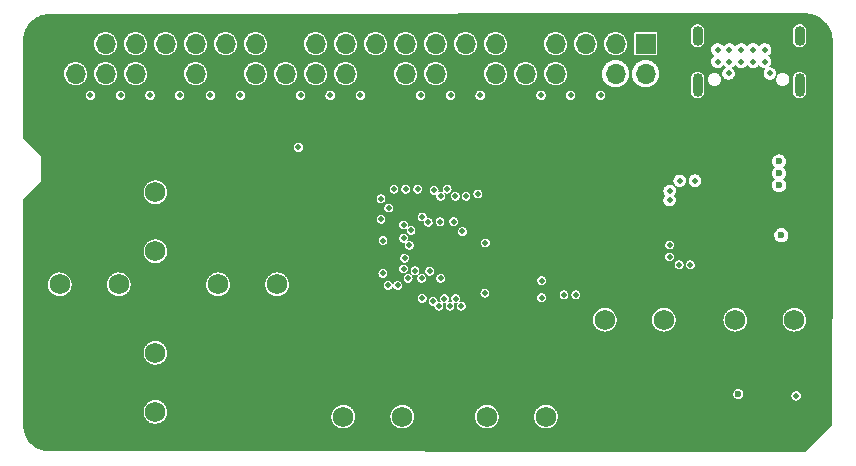
<source format=gbr>
%TF.GenerationSoftware,KiCad,Pcbnew,(6.0.7)*%
%TF.CreationDate,2022-09-06T16:20:21+10:00*%
%TF.ProjectId,SolderingInduction,536f6c64-6572-4696-9e67-496e64756374,3.0.0*%
%TF.SameCoordinates,PX7735940PY47868c0*%
%TF.FileFunction,Copper,L3,Inr*%
%TF.FilePolarity,Positive*%
%FSLAX46Y46*%
G04 Gerber Fmt 4.6, Leading zero omitted, Abs format (unit mm)*
G04 Created by KiCad (PCBNEW (6.0.7)) date 2022-09-06 16:20:21*
%MOMM*%
%LPD*%
G01*
G04 APERTURE LIST*
%TA.AperFunction,ComponentPad*%
%ADD10R,1.700000X1.700000*%
%TD*%
%TA.AperFunction,ComponentPad*%
%ADD11O,1.700000X1.700000*%
%TD*%
%TA.AperFunction,ComponentPad*%
%ADD12C,1.750000*%
%TD*%
%TA.AperFunction,ComponentPad*%
%ADD13O,0.900000X1.700000*%
%TD*%
%TA.AperFunction,ComponentPad*%
%ADD14O,0.900000X2.000000*%
%TD*%
%TA.AperFunction,ViaPad*%
%ADD15C,0.600000*%
%TD*%
%TA.AperFunction,ViaPad*%
%ADD16C,0.508000*%
%TD*%
%TA.AperFunction,ViaPad*%
%ADD17C,0.460000*%
%TD*%
G04 APERTURE END LIST*
D10*
%TO.N,+3V3*%
%TO.C,J3*%
X17900000Y17275000D03*
D11*
%TO.N,/LDO_{VIN}*%
X17900000Y14735000D03*
%TO.N,/$.GPIO1*%
X15360000Y17275000D03*
%TO.N,/LDO_{VIN}*%
X15360000Y14735000D03*
%TO.N,/$.GPIO2*%
X12820000Y17275000D03*
%TO.N,GND*%
X12820000Y14735000D03*
%TO.N,/$.GPIO6*%
X10280000Y17275000D03*
%TO.N,/$.GPIO3*%
X10280000Y14735000D03*
%TO.N,GND*%
X7740000Y17275000D03*
%TO.N,/GPIO[15]{slash}RXD0*%
X7740000Y14735000D03*
%TO.N,/$.GPIO27*%
X5200000Y17275000D03*
%TO.N,/GPIO[18]{slash}PCM.CLK*%
X5200000Y14735000D03*
%TO.N,/$.GPIO26*%
X2660000Y17275000D03*
%TO.N,GND*%
X2660000Y14735000D03*
%TO.N,/$.GPIO25*%
X120000Y17275000D03*
%TO.N,/$.GPIO22*%
X120000Y14735000D03*
%TO.N,+3V3*%
X-2420000Y17275000D03*
%TO.N,/$.GPIO24*%
X-2420000Y14735000D03*
%TO.N,/$.GPIO23*%
X-4960000Y17275000D03*
%TO.N,GND*%
X-4960000Y14735000D03*
%TO.N,/$.GPIO20*%
X-7500000Y17275000D03*
%TO.N,/$.GPIO21*%
X-7500000Y14735000D03*
%TO.N,/$.GPIO18*%
X-10040000Y17275000D03*
%TO.N,/$.GPIO19*%
X-10040000Y14735000D03*
%TO.N,GND*%
X-12580000Y17275000D03*
%TO.N,/$.GPIO17*%
X-12580000Y14735000D03*
%TO.N,/$.GPIO15*%
X-15120000Y17275000D03*
%TO.N,/$.GPIO16*%
X-15120000Y14735000D03*
%TO.N,/$.GPIO9*%
X-17660000Y17275000D03*
%TO.N,GND*%
X-17660000Y14735000D03*
%TO.N,/$.GPIO13*%
X-20200000Y17275000D03*
%TO.N,/$.GPIO14*%
X-20200000Y14735000D03*
%TO.N,/$.GPIO10*%
X-22740000Y17275000D03*
%TO.N,GND*%
X-22740000Y14735000D03*
%TO.N,/$.GPIO11*%
X-25280000Y17275000D03*
%TO.N,/$.GPIO12*%
X-25280000Y14735000D03*
%TO.N,/$.GPIO4*%
X-27820000Y17275000D03*
%TO.N,/$.GPIO8*%
X-27820000Y14735000D03*
%TO.N,GND*%
X-30360000Y17275000D03*
%TO.N,/$.GPIO5*%
X-30360000Y14735000D03*
%TD*%
D12*
%TO.N,GND*%
%TO.C,SW3*%
X-26700000Y-6050000D03*
X-31700000Y-6100000D03*
%TO.N,/$.GPIO5*%
X-26700000Y-3100000D03*
X-31700000Y-3100000D03*
%TD*%
%TO.N,GND*%
%TO.C,SW6*%
X25500000Y-3150000D03*
X30500000Y-3100000D03*
%TO.N,/$.GPIO0*%
X25500000Y-6100000D03*
X30500000Y-6100000D03*
%TD*%
%TO.N,GND*%
%TO.C,SW5*%
X-20650000Y4700000D03*
X-20600000Y-300000D03*
%TO.N,/$.GPIO11*%
X-23600000Y-300000D03*
X-23600000Y4700000D03*
%TD*%
%TO.N,GND*%
%TO.C,SW1*%
X-20650000Y-8900000D03*
X-20600000Y-13900000D03*
%TO.N,/$.GPIO4*%
X-23600000Y-8900000D03*
X-23600000Y-13900000D03*
%TD*%
%TO.N,GND*%
%TO.C,SW2*%
X9460000Y-11300000D03*
X4460000Y-11350000D03*
%TO.N,/$.GPIO2*%
X4460000Y-14300000D03*
X9460000Y-14300000D03*
%TD*%
%TO.N,GND*%
%TO.C,SW8*%
X-7700000Y-11350000D03*
X-2700000Y-11300000D03*
%TO.N,/$.GPIO3*%
X-7700000Y-14300000D03*
X-2700000Y-14300000D03*
%TD*%
%TO.N,GND*%
%TO.C,SW7*%
X-13300000Y-6050000D03*
X-18300000Y-6100000D03*
%TO.N,/$.GPIO8*%
X-13300000Y-3100000D03*
X-18300000Y-3100000D03*
%TD*%
%TO.N,GND*%
%TO.C,SW4*%
X14450000Y-3150000D03*
X19450000Y-3100000D03*
%TO.N,/$.GPIO1*%
X19450000Y-6100000D03*
X14450000Y-6100000D03*
%TD*%
D13*
%TO.N,unconnected-(J1-PadS1)*%
%TO.C,J1*%
X22305000Y17940000D03*
D14*
X30945000Y13770000D03*
X22305000Y13770000D03*
D13*
X30945000Y17940000D03*
%TD*%
D15*
%TO.N,GND*%
X22400000Y-10500000D03*
D16*
X-12300000Y-11650000D03*
X-12300000Y-13600000D03*
X-14600000Y9700000D03*
X-1750000Y11950000D03*
%TO.N,/$.GPIO25*%
X30650000Y-12550000D03*
D15*
%TO.N,GND*%
X700000Y8900000D03*
D16*
%TO.N,/$.GPIO6*%
X9050000Y12900000D03*
D17*
X550000Y-2600000D03*
%TO.N,/$.GPIO7*%
X-375000Y-2000000D03*
D16*
%TO.N,/USB_VBUS*%
X28000000Y15750000D03*
X27000000Y15750000D03*
X26000000Y15750000D03*
X25000000Y15750000D03*
X24000000Y15750000D03*
X28000000Y16750000D03*
X27000000Y16750000D03*
X26000000Y16750000D03*
X25000000Y16750000D03*
X24000000Y16750000D03*
%TO.N,GND*%
X-13500000Y8500000D03*
%TO.N,+3V3*%
X-11500000Y8500000D03*
%TO.N,/$.GPIO11*%
X-26550000Y12900000D03*
%TO.N,/$.GPIO4*%
X-29100000Y12900000D03*
%TO.N,/$.GPIO1*%
X14100000Y12900000D03*
%TO.N,/$.GPIO2*%
X11550000Y12900000D03*
%TO.N,/$.GPIO27*%
X3900000Y12900000D03*
%TO.N,/$.GPIO26*%
X1400000Y12900000D03*
%TO.N,/$.GPIO25*%
X-1150000Y12900000D03*
%TO.N,/$.GPIO23*%
X-6250000Y12900000D03*
%TO.N,/$.GPIO20*%
X-8800000Y12900000D03*
%TO.N,/$.GPIO18*%
X-11300000Y12900000D03*
%TO.N,/$.GPIO15*%
X-16400000Y12900000D03*
%TO.N,/$.GPIO9*%
X-18950000Y12900000D03*
%TO.N,/$.GPIO13*%
X-21550000Y12900000D03*
%TO.N,/$.GPIO10*%
X-24050000Y12900000D03*
D15*
%TO.N,GND*%
X30650000Y-11100000D03*
%TO.N,+3V3*%
X25750000Y-12400000D03*
D17*
%TO.N,GND*%
X-33500000Y9050000D03*
X-33500000Y11100000D03*
X-32100000Y7450001D03*
X-32085786Y5464214D03*
X-33500000Y3000000D03*
X11500000Y-250000D03*
%TO.N,/$.GPIO17*%
X-3850000Y3350000D03*
%TO.N,+3V3*%
X19940000Y220000D03*
X-2100000Y200000D03*
X4350000Y400000D03*
X3700000Y4550000D03*
X-999996Y2600000D03*
X-1006513Y-4300000D03*
X21700000Y-1450000D03*
X12000000Y-4000000D03*
X20750000Y-1450000D03*
X11000000Y-4000000D03*
X9100000Y-2790000D03*
X19940000Y-780000D03*
D15*
%TO.N,VBUS*%
X29400000Y1050000D03*
D17*
%TO.N,+1V2*%
X2400000Y1367833D03*
X-4319997Y600001D03*
%TO.N,GND*%
X32500000Y-5000000D03*
X5500000Y-16000000D03*
D15*
X5250000Y-7100000D03*
D17*
X32500000Y-1000000D03*
X-33500000Y-13000000D03*
X-6500000Y18500000D03*
X-33500000Y13000000D03*
X-16500000Y-16000000D03*
D15*
X-9450000Y3000000D03*
D17*
X32500000Y7000000D03*
X1500000Y18500000D03*
X-33500000Y1000000D03*
X27740000Y5470000D03*
X32500000Y11000000D03*
X5500000Y-16000000D03*
X-33500000Y-5000000D03*
X31000000Y-15700000D03*
X1250000Y-1250000D03*
X-22500000Y-16000000D03*
X-32500000Y18500000D03*
X-24500000Y18500000D03*
X-10500000Y-16000000D03*
X-1250000Y1250000D03*
X-33500000Y-7000000D03*
X0Y-1250000D03*
X-24500000Y-16000000D03*
X-28500000Y-16000000D03*
X23500000Y-16000000D03*
X-30500000Y18500000D03*
X25500000Y-16000000D03*
X-500000Y-16000000D03*
X-28500000Y18500000D03*
X11500000Y18500000D03*
X7500000Y-16000000D03*
D15*
X-9500000Y450000D03*
D17*
X-30500000Y-16000000D03*
X29800000Y12250000D03*
D15*
X2500000Y8900000D03*
D17*
X22350000Y12250000D03*
X3500000Y-16000000D03*
D15*
X-3800000Y8900000D03*
D17*
X3500000Y-16000000D03*
D15*
X-1650000Y-8782167D03*
D17*
X-8500000Y-16000000D03*
X0Y1250000D03*
X13500000Y18500000D03*
X32500000Y15000000D03*
X3500000Y18500000D03*
X1500000Y-16000000D03*
X27500000Y-16000000D03*
X-18500000Y-16000000D03*
D15*
X2750004Y-8782167D03*
D17*
X1500000Y-16000000D03*
X23450000Y12250000D03*
X5500000Y-16000000D03*
X5500000Y-16000000D03*
X-1250000Y0D03*
D15*
X7700000Y5200000D03*
X-1700000Y8900000D03*
X-9150000Y-3550000D03*
D17*
X-32500000Y-16000000D03*
X32500000Y3000000D03*
X32500000Y-3000000D03*
X21100000Y13750000D03*
X-33500000Y-1000000D03*
X-6500000Y-16000000D03*
X-14500000Y18500000D03*
D15*
X-9450000Y4500000D03*
D17*
X30900000Y12250000D03*
X-33500000Y17000000D03*
X-26500000Y18500000D03*
X16490000Y-130000D03*
X32500000Y-9000000D03*
X-26500000Y-16000000D03*
X7500000Y-16000000D03*
X-20500000Y-16000000D03*
X-14500000Y-16000000D03*
X27740000Y4070000D03*
X-4500000Y18500000D03*
D15*
X550000Y-8782167D03*
D17*
X13790000Y-130000D03*
X1250000Y1250000D03*
X27930000Y-900000D03*
X-8500000Y18500000D03*
X32500000Y5000000D03*
X-16500000Y18500000D03*
D15*
X-9150000Y-5550000D03*
D17*
X1250000Y0D03*
D15*
X22400000Y11000000D03*
D17*
X11500000Y-16000000D03*
D15*
X-3649996Y-8782167D03*
D17*
X-2500000Y-16000000D03*
X-33500000Y-3000000D03*
X19940000Y2720000D03*
X19500000Y18500000D03*
X1500000Y-16000000D03*
X16490000Y4370000D03*
X7500000Y-16000000D03*
X0Y0D03*
X24500000Y18500000D03*
X9500000Y-16000000D03*
X-33500000Y15000000D03*
X13790000Y4370000D03*
X-33500000Y-9000000D03*
D15*
X31450000Y11000000D03*
D17*
X3500000Y-16000000D03*
X32500000Y-13000000D03*
X19940000Y1520000D03*
X-500000Y-16000000D03*
X32500000Y1000000D03*
X32500000Y9000000D03*
X32500000Y17000000D03*
X-33500000Y-15000000D03*
D15*
X4550000Y8900000D03*
D17*
X32500000Y-7000000D03*
X15500000Y-16000000D03*
X3500000Y-16000000D03*
X21500000Y-16000000D03*
X-33500000Y-11000000D03*
X26500000Y18500000D03*
D15*
X-9500000Y1500000D03*
D17*
X13500000Y-16000000D03*
X32000000Y-14700000D03*
X27930000Y500000D03*
X-1250000Y-1250000D03*
X29500000Y-16000000D03*
X9500000Y18500000D03*
X28500000Y18500000D03*
X-4500000Y-16000000D03*
X-4299996Y-1132167D03*
X31180000Y4770000D03*
X9500000Y-16000000D03*
X19500000Y-16000000D03*
X32500000Y-11000000D03*
X-500000Y18500000D03*
X21100000Y12250000D03*
X32500000Y13000000D03*
X-18500000Y18500000D03*
X-12500000Y-16000000D03*
X17500000Y-16000000D03*
%TO.N,/LDO_{VIN}*%
X19940000Y4820000D03*
X20790000Y5670000D03*
X22090000Y5670000D03*
X19940000Y4020000D03*
%TO.N,/~{CS}*%
X4300000Y-3850000D03*
X9100000Y-4232167D03*
%TO.N,/USB_VBUS*%
X28430000Y14750000D03*
D15*
X29200000Y7300000D03*
X29200000Y5300000D03*
X29200000Y6300000D03*
D17*
X24925000Y14750000D03*
%TO.N,Net-(U4-Pad24)*%
X-2590013Y800000D03*
%TO.N,Net-(U4-Pad25)*%
X-1960012Y1457817D03*
%TO.N,Net-(U4-Pad26)*%
X-2590013Y1932816D03*
%TO.N,/$.GPIO2*%
X1349987Y-4952182D03*
%TO.N,/$.GPIO3*%
X874986Y-4325014D03*
%TO.N,/$.GPIO4*%
X399986Y-4950014D03*
%TO.N,/$.GPIO14*%
X-2580011Y-1797183D03*
%TO.N,/$.GPIO15*%
X-2500000Y-896667D03*
%TO.N,/$.GPIO16*%
X-4500000Y2400000D03*
%TO.N,/$.GPIO18*%
X-4500000Y4150000D03*
%TO.N,/$.GPIO19*%
X-3400000Y4950000D03*
%TO.N,/$.GPIO20*%
X-2400000Y4950000D03*
%TO.N,/$.GPIO10*%
X-2200000Y-2600000D03*
%TO.N,/$.GPIO9*%
X-1625014Y-1962184D03*
%TO.N,/$.GPIO21*%
X-1400000Y4950000D03*
%TO.N,/$.GPIO11*%
X-3100000Y-3200000D03*
%TO.N,/$.GPIO8*%
X-1050000Y-2600000D03*
%TO.N,/$.GPIO1*%
X1824987Y-4322182D03*
%TO.N,/$.GPIO5*%
X-93513Y-4550000D03*
%TO.N,/$.GPIO12*%
X-3900000Y-3200000D03*
%TO.N,/$.GPIO13*%
X-4336099Y-2186099D03*
%TO.N,/$.GPIO22*%
X0Y4850000D03*
%TO.N,/$.GPIO24*%
X500000Y2200000D03*
%TO.N,/$.GPIO25*%
X1650000Y2200000D03*
%TO.N,/$.GPIO26*%
X550000Y4350000D03*
%TO.N,/$.GPIO27*%
X1100000Y4950000D03*
%TO.N,/GPIO[18]{slash}PCM.CLK*%
X1800003Y4349997D03*
%TO.N,/GPIO[15]{slash}RXD0*%
X2700000Y4350000D03*
%TO.N,/$.GPIO0*%
X2300000Y-4950000D03*
%TO.N,/$.GPIO23*%
X-500000Y2150000D03*
%TD*%
%TA.AperFunction,Conductor*%
%TO.N,GND*%
G36*
X31484095Y19831599D02*
G01*
X31487395Y19831229D01*
X31489776Y19830962D01*
X31496155Y19831497D01*
X31501660Y19831648D01*
X31621956Y19828149D01*
X31624786Y19827985D01*
X31752324Y19816827D01*
X31755151Y19816496D01*
X31783888Y19812287D01*
X31881804Y19797945D01*
X31884610Y19797450D01*
X32009975Y19771565D01*
X32012749Y19770907D01*
X32136376Y19737782D01*
X32139106Y19736965D01*
X32260613Y19696703D01*
X32263293Y19695728D01*
X32382265Y19648464D01*
X32384846Y19647351D01*
X32500876Y19593245D01*
X32503422Y19591966D01*
X32616085Y19531220D01*
X32618554Y19529795D01*
X32727505Y19462594D01*
X32729886Y19461028D01*
X32834752Y19387601D01*
X32837032Y19385902D01*
X32937426Y19306522D01*
X32939610Y19304690D01*
X33035238Y19219589D01*
X33037311Y19217633D01*
X33127818Y19127127D01*
X33129774Y19125054D01*
X33214869Y19029434D01*
X33216701Y19027251D01*
X33240607Y18997017D01*
X33296103Y18926831D01*
X33297796Y18924557D01*
X33371213Y18819707D01*
X33372780Y18817326D01*
X33439984Y18708373D01*
X33441408Y18705907D01*
X33498770Y18599524D01*
X33502153Y18593249D01*
X33503432Y18590702D01*
X33557533Y18474684D01*
X33558662Y18472066D01*
X33605918Y18353118D01*
X33606893Y18350440D01*
X33646198Y18231829D01*
X33647161Y18228922D01*
X33647975Y18226202D01*
X33673096Y18132453D01*
X33681102Y18102574D01*
X33681757Y18099815D01*
X33707141Y17976884D01*
X33707647Y17974432D01*
X33708139Y17971641D01*
X33726696Y17844958D01*
X33727022Y17842173D01*
X33738183Y17714612D01*
X33738347Y17711786D01*
X33741745Y17594993D01*
X33741462Y17588116D01*
X33741138Y17585224D01*
X33741338Y17582840D01*
X33741338Y17582835D01*
X33741907Y17576056D01*
X33742079Y17571921D01*
X33730678Y2681145D01*
X33717189Y-14935604D01*
X33717167Y-14964201D01*
X33713423Y-14982949D01*
X33702815Y-14998811D01*
X31398999Y-17302627D01*
X31383102Y-17313249D01*
X31364301Y-17316979D01*
X-32535905Y-17249515D01*
X-32541313Y-17249209D01*
X-32543158Y-17249002D01*
X-32544806Y-17248817D01*
X-32544808Y-17248817D01*
X-32547187Y-17248550D01*
X-32553566Y-17249085D01*
X-32559070Y-17249236D01*
X-32679367Y-17245736D01*
X-32682197Y-17245572D01*
X-32750824Y-17239568D01*
X-32809731Y-17234414D01*
X-32812561Y-17234083D01*
X-32887809Y-17223061D01*
X-32939222Y-17215530D01*
X-32942004Y-17215040D01*
X-33067401Y-17189147D01*
X-33070145Y-17188495D01*
X-33143782Y-17168765D01*
X-33193782Y-17155367D01*
X-33196512Y-17154550D01*
X-33318019Y-17114288D01*
X-33320698Y-17113313D01*
X-33321172Y-17113125D01*
X-33439670Y-17066048D01*
X-33442264Y-17064929D01*
X-33558272Y-17010834D01*
X-33560820Y-17009555D01*
X-33673496Y-16948800D01*
X-33675964Y-16947375D01*
X-33784919Y-16880171D01*
X-33787300Y-16878604D01*
X-33792691Y-16874829D01*
X-33892155Y-16805184D01*
X-33894400Y-16803513D01*
X-33994832Y-16724101D01*
X-33997010Y-16722274D01*
X-34092638Y-16637173D01*
X-34094711Y-16635217D01*
X-34185217Y-16544711D01*
X-34187173Y-16542638D01*
X-34272274Y-16447010D01*
X-34274106Y-16444827D01*
X-34353513Y-16344400D01*
X-34355184Y-16342155D01*
X-34428608Y-16237294D01*
X-34430171Y-16234919D01*
X-34497375Y-16125964D01*
X-34498800Y-16123496D01*
X-34559555Y-16010820D01*
X-34560834Y-16008272D01*
X-34573766Y-15980538D01*
X-34614929Y-15892264D01*
X-34616053Y-15889658D01*
X-34643992Y-15819330D01*
X-34663313Y-15770698D01*
X-34664288Y-15768019D01*
X-34704550Y-15646512D01*
X-34705367Y-15643782D01*
X-34738492Y-15520160D01*
X-34739150Y-15517387D01*
X-34765040Y-15392004D01*
X-34765532Y-15389211D01*
X-34784083Y-15262561D01*
X-34784414Y-15259731D01*
X-34792629Y-15165829D01*
X-34795572Y-15132197D01*
X-34795736Y-15129360D01*
X-34799089Y-15014103D01*
X-34798813Y-15008351D01*
X-34798876Y-15008347D01*
X-34798781Y-15006988D01*
X-34798609Y-15005625D01*
X-34798530Y-15000000D01*
X-34799266Y-14992492D01*
X-34799500Y-14987713D01*
X-34799500Y-13873731D01*
X-24603166Y-13873731D01*
X-24602232Y-13924716D01*
X-24601706Y-13953382D01*
X-24601530Y-13963011D01*
X-24601415Y-13964081D01*
X-24601414Y-13964092D01*
X-24593752Y-14035201D01*
X-24591964Y-14051792D01*
X-24574543Y-14139371D01*
X-24549406Y-14225054D01*
X-24516752Y-14308164D01*
X-24476839Y-14388042D01*
X-24429984Y-14464056D01*
X-24376556Y-14535604D01*
X-24316980Y-14602119D01*
X-24316187Y-14602860D01*
X-24316178Y-14602869D01*
X-24259884Y-14655456D01*
X-24251728Y-14663075D01*
X-24250876Y-14663739D01*
X-24250866Y-14663748D01*
X-24192670Y-14709133D01*
X-24181314Y-14717989D01*
X-24180396Y-14718582D01*
X-24180390Y-14718586D01*
X-24143807Y-14742207D01*
X-24106299Y-14766426D01*
X-24027274Y-14808003D01*
X-23962722Y-14834939D01*
X-23954684Y-14838293D01*
X-23944866Y-14842390D01*
X-23859727Y-14869316D01*
X-23858675Y-14869548D01*
X-23858676Y-14869548D01*
X-23782094Y-14886456D01*
X-23772533Y-14888567D01*
X-23771469Y-14888704D01*
X-23771459Y-14888706D01*
X-23685059Y-14899851D01*
X-23685054Y-14899851D01*
X-23683972Y-14899991D01*
X-23682879Y-14900034D01*
X-23682878Y-14900034D01*
X-23673992Y-14900383D01*
X-23594746Y-14903496D01*
X-23593662Y-14903442D01*
X-23593656Y-14903442D01*
X-23506659Y-14899111D01*
X-23506652Y-14899110D01*
X-23505561Y-14899056D01*
X-23417125Y-14886706D01*
X-23416046Y-14886456D01*
X-23331208Y-14866792D01*
X-23331197Y-14866789D01*
X-23330136Y-14866543D01*
X-23245284Y-14838727D01*
X-23244280Y-14838296D01*
X-23244273Y-14838293D01*
X-23203402Y-14820733D01*
X-23163241Y-14803479D01*
X-23119282Y-14779760D01*
X-23085619Y-14761597D01*
X-23085612Y-14761593D01*
X-23084656Y-14761077D01*
X-23010152Y-14711857D01*
X-22940317Y-14656208D01*
X-22875706Y-14594573D01*
X-22816830Y-14527437D01*
X-22764155Y-14455334D01*
X-22763592Y-14454399D01*
X-22718655Y-14379760D01*
X-22718650Y-14379752D01*
X-22718098Y-14378834D01*
X-22684178Y-14309133D01*
X-22679494Y-14299508D01*
X-22679493Y-14299506D01*
X-22679024Y-14298542D01*
X-22669574Y-14273731D01*
X-8703166Y-14273731D01*
X-8702535Y-14308164D01*
X-8701706Y-14353382D01*
X-8701530Y-14363011D01*
X-8701415Y-14364081D01*
X-8701414Y-14364092D01*
X-8693202Y-14440301D01*
X-8691964Y-14451792D01*
X-8691750Y-14452866D01*
X-8691749Y-14452875D01*
X-8674759Y-14538286D01*
X-8674543Y-14539371D01*
X-8649406Y-14625054D01*
X-8616752Y-14708164D01*
X-8616269Y-14709130D01*
X-8616268Y-14709133D01*
X-8596896Y-14747901D01*
X-8576839Y-14788042D01*
X-8529984Y-14864056D01*
X-8476556Y-14935604D01*
X-8416980Y-15002119D01*
X-8416187Y-15002860D01*
X-8416178Y-15002869D01*
X-8360337Y-15055033D01*
X-8351728Y-15063075D01*
X-8350876Y-15063739D01*
X-8350866Y-15063748D01*
X-8300179Y-15103277D01*
X-8281314Y-15117989D01*
X-8280396Y-15118582D01*
X-8280390Y-15118586D01*
X-8243806Y-15142208D01*
X-8206299Y-15166426D01*
X-8127274Y-15208003D01*
X-8062722Y-15234939D01*
X-8054684Y-15238293D01*
X-8044866Y-15242390D01*
X-7959727Y-15269316D01*
X-7958675Y-15269548D01*
X-7958676Y-15269548D01*
X-7882094Y-15286456D01*
X-7872533Y-15288567D01*
X-7871469Y-15288704D01*
X-7871459Y-15288706D01*
X-7785059Y-15299851D01*
X-7785054Y-15299851D01*
X-7783972Y-15299991D01*
X-7782879Y-15300034D01*
X-7782878Y-15300034D01*
X-7773992Y-15300383D01*
X-7694746Y-15303496D01*
X-7693662Y-15303442D01*
X-7693656Y-15303442D01*
X-7606659Y-15299111D01*
X-7606652Y-15299110D01*
X-7605561Y-15299056D01*
X-7517125Y-15286706D01*
X-7516046Y-15286456D01*
X-7431208Y-15266792D01*
X-7431197Y-15266789D01*
X-7430136Y-15266543D01*
X-7345284Y-15238727D01*
X-7344280Y-15238296D01*
X-7344273Y-15238293D01*
X-7281778Y-15211443D01*
X-7263241Y-15203479D01*
X-7217000Y-15178529D01*
X-7185619Y-15161597D01*
X-7185612Y-15161593D01*
X-7184656Y-15161077D01*
X-7110152Y-15111857D01*
X-7040317Y-15056208D01*
X-6975706Y-14994573D01*
X-6916830Y-14927437D01*
X-6864155Y-14855334D01*
X-6863592Y-14854399D01*
X-6818655Y-14779760D01*
X-6818650Y-14779752D01*
X-6818098Y-14778834D01*
X-6784178Y-14709133D01*
X-6779494Y-14699508D01*
X-6779493Y-14699506D01*
X-6779024Y-14698542D01*
X-6747242Y-14615095D01*
X-6723004Y-14529152D01*
X-6706501Y-14441396D01*
X-6697865Y-14352520D01*
X-6696490Y-14300000D01*
X-6697660Y-14273731D01*
X-3703166Y-14273731D01*
X-3702535Y-14308164D01*
X-3701706Y-14353382D01*
X-3701530Y-14363011D01*
X-3701415Y-14364081D01*
X-3701414Y-14364092D01*
X-3693202Y-14440301D01*
X-3691964Y-14451792D01*
X-3691750Y-14452866D01*
X-3691749Y-14452875D01*
X-3674759Y-14538286D01*
X-3674543Y-14539371D01*
X-3649406Y-14625054D01*
X-3616752Y-14708164D01*
X-3616269Y-14709130D01*
X-3616268Y-14709133D01*
X-3596896Y-14747901D01*
X-3576839Y-14788042D01*
X-3529984Y-14864056D01*
X-3476556Y-14935604D01*
X-3416980Y-15002119D01*
X-3416187Y-15002860D01*
X-3416178Y-15002869D01*
X-3360337Y-15055033D01*
X-3351728Y-15063075D01*
X-3350876Y-15063739D01*
X-3350866Y-15063748D01*
X-3300179Y-15103277D01*
X-3281314Y-15117989D01*
X-3280396Y-15118582D01*
X-3280390Y-15118586D01*
X-3243806Y-15142208D01*
X-3206299Y-15166426D01*
X-3127274Y-15208003D01*
X-3062722Y-15234939D01*
X-3054684Y-15238293D01*
X-3044866Y-15242390D01*
X-2959727Y-15269316D01*
X-2958675Y-15269548D01*
X-2958676Y-15269548D01*
X-2882094Y-15286456D01*
X-2872533Y-15288567D01*
X-2871469Y-15288704D01*
X-2871459Y-15288706D01*
X-2785059Y-15299851D01*
X-2785054Y-15299851D01*
X-2783972Y-15299991D01*
X-2782879Y-15300034D01*
X-2782878Y-15300034D01*
X-2773992Y-15300383D01*
X-2694746Y-15303496D01*
X-2693662Y-15303442D01*
X-2693656Y-15303442D01*
X-2606659Y-15299111D01*
X-2606652Y-15299110D01*
X-2605561Y-15299056D01*
X-2517125Y-15286706D01*
X-2516046Y-15286456D01*
X-2431208Y-15266792D01*
X-2431197Y-15266789D01*
X-2430136Y-15266543D01*
X-2345284Y-15238727D01*
X-2344280Y-15238296D01*
X-2344273Y-15238293D01*
X-2281778Y-15211443D01*
X-2263241Y-15203479D01*
X-2217000Y-15178529D01*
X-2185619Y-15161597D01*
X-2185612Y-15161593D01*
X-2184656Y-15161077D01*
X-2110152Y-15111857D01*
X-2040317Y-15056208D01*
X-1975706Y-14994573D01*
X-1916830Y-14927437D01*
X-1864155Y-14855334D01*
X-1863592Y-14854399D01*
X-1818655Y-14779760D01*
X-1818650Y-14779752D01*
X-1818098Y-14778834D01*
X-1784178Y-14709133D01*
X-1779494Y-14699508D01*
X-1779493Y-14699506D01*
X-1779024Y-14698542D01*
X-1747242Y-14615095D01*
X-1723004Y-14529152D01*
X-1706501Y-14441396D01*
X-1697865Y-14352520D01*
X-1696490Y-14300000D01*
X-1697660Y-14273731D01*
X3456834Y-14273731D01*
X3457465Y-14308164D01*
X3458294Y-14353382D01*
X3458470Y-14363011D01*
X3458585Y-14364081D01*
X3458586Y-14364092D01*
X3466798Y-14440301D01*
X3468036Y-14451792D01*
X3468250Y-14452866D01*
X3468251Y-14452875D01*
X3485241Y-14538286D01*
X3485457Y-14539371D01*
X3510594Y-14625054D01*
X3543248Y-14708164D01*
X3543731Y-14709130D01*
X3543732Y-14709133D01*
X3563104Y-14747901D01*
X3583161Y-14788042D01*
X3630016Y-14864056D01*
X3683444Y-14935604D01*
X3743020Y-15002119D01*
X3743813Y-15002860D01*
X3743822Y-15002869D01*
X3799663Y-15055033D01*
X3808272Y-15063075D01*
X3809124Y-15063739D01*
X3809134Y-15063748D01*
X3859821Y-15103277D01*
X3878686Y-15117989D01*
X3879604Y-15118582D01*
X3879610Y-15118586D01*
X3916194Y-15142208D01*
X3953701Y-15166426D01*
X4032726Y-15208003D01*
X4097278Y-15234939D01*
X4105316Y-15238293D01*
X4115134Y-15242390D01*
X4200273Y-15269316D01*
X4201325Y-15269548D01*
X4201324Y-15269548D01*
X4277906Y-15286456D01*
X4287467Y-15288567D01*
X4288531Y-15288704D01*
X4288541Y-15288706D01*
X4374941Y-15299851D01*
X4374946Y-15299851D01*
X4376028Y-15299991D01*
X4377121Y-15300034D01*
X4377122Y-15300034D01*
X4386008Y-15300383D01*
X4465254Y-15303496D01*
X4466338Y-15303442D01*
X4466344Y-15303442D01*
X4553341Y-15299111D01*
X4553348Y-15299110D01*
X4554439Y-15299056D01*
X4642875Y-15286706D01*
X4643954Y-15286456D01*
X4728792Y-15266792D01*
X4728803Y-15266789D01*
X4729864Y-15266543D01*
X4814716Y-15238727D01*
X4815720Y-15238296D01*
X4815727Y-15238293D01*
X4878222Y-15211443D01*
X4896759Y-15203479D01*
X4943000Y-15178529D01*
X4974381Y-15161597D01*
X4974388Y-15161593D01*
X4975344Y-15161077D01*
X5049848Y-15111857D01*
X5119683Y-15056208D01*
X5184294Y-14994573D01*
X5243170Y-14927437D01*
X5295845Y-14855334D01*
X5296408Y-14854399D01*
X5341345Y-14779760D01*
X5341350Y-14779752D01*
X5341902Y-14778834D01*
X5375822Y-14709133D01*
X5380506Y-14699508D01*
X5380507Y-14699506D01*
X5380976Y-14698542D01*
X5412758Y-14615095D01*
X5436996Y-14529152D01*
X5453499Y-14441396D01*
X5462135Y-14352520D01*
X5463510Y-14300000D01*
X5462340Y-14273731D01*
X8456834Y-14273731D01*
X8457465Y-14308164D01*
X8458294Y-14353382D01*
X8458470Y-14363011D01*
X8458585Y-14364081D01*
X8458586Y-14364092D01*
X8466798Y-14440301D01*
X8468036Y-14451792D01*
X8468250Y-14452866D01*
X8468251Y-14452875D01*
X8485241Y-14538286D01*
X8485457Y-14539371D01*
X8510594Y-14625054D01*
X8543248Y-14708164D01*
X8543731Y-14709130D01*
X8543732Y-14709133D01*
X8563104Y-14747901D01*
X8583161Y-14788042D01*
X8630016Y-14864056D01*
X8683444Y-14935604D01*
X8743020Y-15002119D01*
X8743813Y-15002860D01*
X8743822Y-15002869D01*
X8799663Y-15055033D01*
X8808272Y-15063075D01*
X8809124Y-15063739D01*
X8809134Y-15063748D01*
X8859821Y-15103277D01*
X8878686Y-15117989D01*
X8879604Y-15118582D01*
X8879610Y-15118586D01*
X8916194Y-15142208D01*
X8953701Y-15166426D01*
X9032726Y-15208003D01*
X9097278Y-15234939D01*
X9105316Y-15238293D01*
X9115134Y-15242390D01*
X9200273Y-15269316D01*
X9201325Y-15269548D01*
X9201324Y-15269548D01*
X9277906Y-15286456D01*
X9287467Y-15288567D01*
X9288531Y-15288704D01*
X9288541Y-15288706D01*
X9374941Y-15299851D01*
X9374946Y-15299851D01*
X9376028Y-15299991D01*
X9377121Y-15300034D01*
X9377122Y-15300034D01*
X9386008Y-15300383D01*
X9465254Y-15303496D01*
X9466338Y-15303442D01*
X9466344Y-15303442D01*
X9553341Y-15299111D01*
X9553348Y-15299110D01*
X9554439Y-15299056D01*
X9642875Y-15286706D01*
X9643954Y-15286456D01*
X9728792Y-15266792D01*
X9728803Y-15266789D01*
X9729864Y-15266543D01*
X9814716Y-15238727D01*
X9815720Y-15238296D01*
X9815727Y-15238293D01*
X9878222Y-15211443D01*
X9896759Y-15203479D01*
X9943000Y-15178529D01*
X9974381Y-15161597D01*
X9974388Y-15161593D01*
X9975344Y-15161077D01*
X10049848Y-15111857D01*
X10119683Y-15056208D01*
X10184294Y-14994573D01*
X10243170Y-14927437D01*
X10295845Y-14855334D01*
X10296408Y-14854399D01*
X10341345Y-14779760D01*
X10341350Y-14779752D01*
X10341902Y-14778834D01*
X10375822Y-14709133D01*
X10380506Y-14699508D01*
X10380507Y-14699506D01*
X10380976Y-14698542D01*
X10412758Y-14615095D01*
X10436996Y-14529152D01*
X10453499Y-14441396D01*
X10462135Y-14352520D01*
X10463510Y-14300000D01*
X10459537Y-14210794D01*
X10456172Y-14185737D01*
X10447795Y-14123376D01*
X10447650Y-14122294D01*
X10441572Y-14095435D01*
X10428183Y-14036259D01*
X10428180Y-14036246D01*
X10427943Y-14035201D01*
X10400572Y-13950204D01*
X10400145Y-13949195D01*
X10400141Y-13949185D01*
X10366178Y-13868982D01*
X10365753Y-13867978D01*
X10323763Y-13789172D01*
X10274934Y-13714411D01*
X10258992Y-13694188D01*
X10220316Y-13645128D01*
X10220313Y-13645125D01*
X10219652Y-13644286D01*
X10158355Y-13579353D01*
X10091529Y-13520126D01*
X10019703Y-13467074D01*
X10018761Y-13466500D01*
X9944373Y-13421182D01*
X9944367Y-13421179D01*
X9943445Y-13420617D01*
X9879681Y-13389172D01*
X9864343Y-13381608D01*
X9864338Y-13381606D01*
X9863359Y-13381123D01*
X9862339Y-13380728D01*
X9862329Y-13380724D01*
X9815975Y-13362792D01*
X9780079Y-13348905D01*
X9753526Y-13341266D01*
X9695306Y-13324516D01*
X9695296Y-13324514D01*
X9694265Y-13324217D01*
X9606596Y-13307255D01*
X9597845Y-13306358D01*
X9518853Y-13298265D01*
X9518845Y-13298265D01*
X9517766Y-13298154D01*
X9471202Y-13297544D01*
X9429570Y-13296999D01*
X9429564Y-13296999D01*
X9428479Y-13296985D01*
X9339441Y-13303758D01*
X9338361Y-13303938D01*
X9338359Y-13303938D01*
X9319092Y-13307145D01*
X9251359Y-13318419D01*
X9164928Y-13340852D01*
X9163919Y-13341212D01*
X9163907Y-13341216D01*
X9081869Y-13370510D01*
X9080833Y-13370880D01*
X8999741Y-13408264D01*
X8922292Y-13452708D01*
X8921407Y-13453327D01*
X8921400Y-13453331D01*
X8857330Y-13498111D01*
X8849102Y-13503862D01*
X8780748Y-13561319D01*
X8717773Y-13624625D01*
X8660674Y-13693279D01*
X8609905Y-13766736D01*
X8565866Y-13844416D01*
X8565419Y-13845399D01*
X8565415Y-13845407D01*
X8542409Y-13896006D01*
X8528907Y-13925703D01*
X8528550Y-13926719D01*
X8528547Y-13926727D01*
X8520303Y-13950204D01*
X8499320Y-14009954D01*
X8477340Y-14096501D01*
X8477165Y-14097585D01*
X8477165Y-14097587D01*
X8470264Y-14140433D01*
X8463140Y-14184659D01*
X8456834Y-14273731D01*
X5462340Y-14273731D01*
X5459537Y-14210794D01*
X5456172Y-14185737D01*
X5447795Y-14123376D01*
X5447650Y-14122294D01*
X5441572Y-14095435D01*
X5428183Y-14036259D01*
X5428180Y-14036246D01*
X5427943Y-14035201D01*
X5400572Y-13950204D01*
X5400145Y-13949195D01*
X5400141Y-13949185D01*
X5366178Y-13868982D01*
X5365753Y-13867978D01*
X5323763Y-13789172D01*
X5274934Y-13714411D01*
X5258992Y-13694188D01*
X5220316Y-13645128D01*
X5220313Y-13645125D01*
X5219652Y-13644286D01*
X5158355Y-13579353D01*
X5091529Y-13520126D01*
X5019703Y-13467074D01*
X5018761Y-13466500D01*
X4944373Y-13421182D01*
X4944367Y-13421179D01*
X4943445Y-13420617D01*
X4879681Y-13389172D01*
X4864343Y-13381608D01*
X4864338Y-13381606D01*
X4863359Y-13381123D01*
X4862339Y-13380728D01*
X4862329Y-13380724D01*
X4815975Y-13362792D01*
X4780079Y-13348905D01*
X4753526Y-13341266D01*
X4695306Y-13324516D01*
X4695296Y-13324514D01*
X4694265Y-13324217D01*
X4606596Y-13307255D01*
X4597845Y-13306358D01*
X4518853Y-13298265D01*
X4518845Y-13298265D01*
X4517766Y-13298154D01*
X4471202Y-13297544D01*
X4429570Y-13296999D01*
X4429564Y-13296999D01*
X4428479Y-13296985D01*
X4339441Y-13303758D01*
X4338361Y-13303938D01*
X4338359Y-13303938D01*
X4319092Y-13307145D01*
X4251359Y-13318419D01*
X4164928Y-13340852D01*
X4163919Y-13341212D01*
X4163907Y-13341216D01*
X4081869Y-13370510D01*
X4080833Y-13370880D01*
X3999741Y-13408264D01*
X3922292Y-13452708D01*
X3921407Y-13453327D01*
X3921400Y-13453331D01*
X3857330Y-13498111D01*
X3849102Y-13503862D01*
X3780748Y-13561319D01*
X3717773Y-13624625D01*
X3660674Y-13693279D01*
X3609905Y-13766736D01*
X3565866Y-13844416D01*
X3565419Y-13845399D01*
X3565415Y-13845407D01*
X3542409Y-13896006D01*
X3528907Y-13925703D01*
X3528550Y-13926719D01*
X3528547Y-13926727D01*
X3520303Y-13950204D01*
X3499320Y-14009954D01*
X3477340Y-14096501D01*
X3477165Y-14097585D01*
X3477165Y-14097587D01*
X3470264Y-14140433D01*
X3463140Y-14184659D01*
X3456834Y-14273731D01*
X-1697660Y-14273731D01*
X-1700463Y-14210794D01*
X-1703828Y-14185737D01*
X-1712205Y-14123376D01*
X-1712350Y-14122294D01*
X-1718428Y-14095435D01*
X-1731817Y-14036259D01*
X-1731820Y-14036246D01*
X-1732057Y-14035201D01*
X-1759428Y-13950204D01*
X-1759855Y-13949195D01*
X-1759859Y-13949185D01*
X-1793822Y-13868982D01*
X-1794247Y-13867978D01*
X-1836237Y-13789172D01*
X-1885066Y-13714411D01*
X-1901008Y-13694188D01*
X-1939684Y-13645128D01*
X-1939687Y-13645125D01*
X-1940348Y-13644286D01*
X-2001645Y-13579353D01*
X-2068471Y-13520126D01*
X-2140297Y-13467074D01*
X-2141239Y-13466500D01*
X-2215627Y-13421182D01*
X-2215633Y-13421179D01*
X-2216555Y-13420617D01*
X-2280319Y-13389172D01*
X-2295657Y-13381608D01*
X-2295662Y-13381606D01*
X-2296641Y-13381123D01*
X-2297661Y-13380728D01*
X-2297671Y-13380724D01*
X-2344025Y-13362792D01*
X-2379921Y-13348905D01*
X-2406474Y-13341266D01*
X-2464694Y-13324516D01*
X-2464704Y-13324514D01*
X-2465735Y-13324217D01*
X-2553404Y-13307255D01*
X-2562155Y-13306358D01*
X-2641147Y-13298265D01*
X-2641155Y-13298265D01*
X-2642234Y-13298154D01*
X-2688798Y-13297544D01*
X-2730430Y-13296999D01*
X-2730436Y-13296999D01*
X-2731521Y-13296985D01*
X-2820559Y-13303758D01*
X-2821639Y-13303938D01*
X-2821641Y-13303938D01*
X-2840908Y-13307145D01*
X-2908641Y-13318419D01*
X-2995072Y-13340852D01*
X-2996081Y-13341212D01*
X-2996093Y-13341216D01*
X-3078131Y-13370510D01*
X-3079167Y-13370880D01*
X-3160259Y-13408264D01*
X-3237708Y-13452708D01*
X-3238593Y-13453327D01*
X-3238600Y-13453331D01*
X-3302670Y-13498111D01*
X-3310898Y-13503862D01*
X-3379252Y-13561319D01*
X-3442227Y-13624625D01*
X-3499326Y-13693279D01*
X-3550095Y-13766736D01*
X-3594134Y-13844416D01*
X-3594581Y-13845399D01*
X-3594585Y-13845407D01*
X-3617591Y-13896006D01*
X-3631093Y-13925703D01*
X-3631450Y-13926719D01*
X-3631453Y-13926727D01*
X-3639697Y-13950204D01*
X-3660680Y-14009954D01*
X-3682660Y-14096501D01*
X-3682835Y-14097585D01*
X-3682835Y-14097587D01*
X-3689736Y-14140433D01*
X-3696860Y-14184659D01*
X-3703166Y-14273731D01*
X-6697660Y-14273731D01*
X-6700463Y-14210794D01*
X-6703828Y-14185737D01*
X-6712205Y-14123376D01*
X-6712350Y-14122294D01*
X-6718428Y-14095435D01*
X-6731817Y-14036259D01*
X-6731820Y-14036246D01*
X-6732057Y-14035201D01*
X-6759428Y-13950204D01*
X-6759855Y-13949195D01*
X-6759859Y-13949185D01*
X-6793822Y-13868982D01*
X-6794247Y-13867978D01*
X-6836237Y-13789172D01*
X-6885066Y-13714411D01*
X-6901008Y-13694188D01*
X-6939684Y-13645128D01*
X-6939687Y-13645125D01*
X-6940348Y-13644286D01*
X-7001645Y-13579353D01*
X-7068471Y-13520126D01*
X-7140297Y-13467074D01*
X-7141239Y-13466500D01*
X-7215627Y-13421182D01*
X-7215633Y-13421179D01*
X-7216555Y-13420617D01*
X-7280319Y-13389172D01*
X-7295657Y-13381608D01*
X-7295662Y-13381606D01*
X-7296641Y-13381123D01*
X-7297661Y-13380728D01*
X-7297671Y-13380724D01*
X-7344025Y-13362792D01*
X-7379921Y-13348905D01*
X-7406474Y-13341266D01*
X-7464694Y-13324516D01*
X-7464704Y-13324514D01*
X-7465735Y-13324217D01*
X-7553404Y-13307255D01*
X-7562155Y-13306358D01*
X-7641147Y-13298265D01*
X-7641155Y-13298265D01*
X-7642234Y-13298154D01*
X-7688798Y-13297544D01*
X-7730430Y-13296999D01*
X-7730436Y-13296999D01*
X-7731521Y-13296985D01*
X-7820559Y-13303758D01*
X-7821639Y-13303938D01*
X-7821641Y-13303938D01*
X-7840908Y-13307145D01*
X-7908641Y-13318419D01*
X-7995072Y-13340852D01*
X-7996081Y-13341212D01*
X-7996093Y-13341216D01*
X-8078131Y-13370510D01*
X-8079167Y-13370880D01*
X-8160259Y-13408264D01*
X-8237708Y-13452708D01*
X-8238593Y-13453327D01*
X-8238600Y-13453331D01*
X-8302670Y-13498111D01*
X-8310898Y-13503862D01*
X-8379252Y-13561319D01*
X-8442227Y-13624625D01*
X-8499326Y-13693279D01*
X-8550095Y-13766736D01*
X-8594134Y-13844416D01*
X-8594581Y-13845399D01*
X-8594585Y-13845407D01*
X-8617591Y-13896006D01*
X-8631093Y-13925703D01*
X-8631450Y-13926719D01*
X-8631453Y-13926727D01*
X-8639697Y-13950204D01*
X-8660680Y-14009954D01*
X-8682660Y-14096501D01*
X-8682835Y-14097585D01*
X-8682835Y-14097587D01*
X-8689736Y-14140433D01*
X-8696860Y-14184659D01*
X-8703166Y-14273731D01*
X-22669574Y-14273731D01*
X-22647242Y-14215095D01*
X-22623004Y-14129152D01*
X-22621917Y-14123376D01*
X-22608456Y-14051792D01*
X-22606501Y-14041396D01*
X-22597865Y-13952520D01*
X-22597777Y-13949185D01*
X-22596513Y-13900876D01*
X-22596490Y-13900000D01*
X-22600463Y-13810794D01*
X-22603828Y-13785737D01*
X-22612205Y-13723376D01*
X-22612350Y-13722294D01*
X-22619106Y-13692436D01*
X-22631817Y-13636259D01*
X-22631820Y-13636246D01*
X-22632057Y-13635201D01*
X-22659428Y-13550204D01*
X-22659855Y-13549195D01*
X-22659859Y-13549185D01*
X-22693822Y-13468982D01*
X-22694247Y-13467978D01*
X-22695034Y-13466500D01*
X-22719482Y-13420617D01*
X-22736237Y-13389172D01*
X-22785066Y-13314411D01*
X-22790545Y-13307460D01*
X-22839684Y-13245128D01*
X-22839687Y-13245125D01*
X-22840348Y-13244286D01*
X-22901645Y-13179353D01*
X-22968471Y-13120126D01*
X-23040297Y-13067074D01*
X-23041239Y-13066500D01*
X-23115627Y-13021182D01*
X-23115633Y-13021179D01*
X-23116555Y-13020617D01*
X-23142535Y-13007805D01*
X-23195657Y-12981608D01*
X-23195662Y-12981606D01*
X-23196641Y-12981123D01*
X-23197661Y-12980728D01*
X-23197671Y-12980724D01*
X-23244025Y-12962792D01*
X-23279921Y-12948905D01*
X-23306474Y-12941266D01*
X-23364694Y-12924516D01*
X-23364704Y-12924514D01*
X-23365735Y-12924217D01*
X-23453404Y-12907255D01*
X-23463301Y-12906241D01*
X-23541147Y-12898265D01*
X-23541155Y-12898265D01*
X-23542234Y-12898154D01*
X-23588798Y-12897544D01*
X-23630430Y-12896999D01*
X-23630436Y-12896999D01*
X-23631521Y-12896985D01*
X-23720559Y-12903758D01*
X-23721639Y-12903938D01*
X-23721641Y-12903938D01*
X-23735477Y-12906241D01*
X-23808641Y-12918419D01*
X-23895072Y-12940852D01*
X-23896081Y-12941212D01*
X-23896093Y-12941216D01*
X-23978131Y-12970510D01*
X-23979167Y-12970880D01*
X-24060259Y-13008264D01*
X-24137708Y-13052708D01*
X-24138593Y-13053327D01*
X-24138600Y-13053331D01*
X-24202670Y-13098111D01*
X-24210898Y-13103862D01*
X-24279252Y-13161319D01*
X-24342227Y-13224625D01*
X-24399326Y-13293279D01*
X-24450095Y-13366736D01*
X-24450636Y-13367690D01*
X-24450639Y-13367695D01*
X-24462296Y-13388257D01*
X-24494134Y-13444416D01*
X-24494581Y-13445399D01*
X-24494585Y-13445407D01*
X-24517591Y-13496006D01*
X-24531093Y-13525703D01*
X-24531450Y-13526719D01*
X-24531453Y-13526727D01*
X-24539697Y-13550204D01*
X-24560680Y-13609954D01*
X-24582660Y-13696501D01*
X-24582835Y-13697585D01*
X-24582835Y-13697587D01*
X-24593826Y-13765826D01*
X-24596860Y-13784659D01*
X-24603166Y-13873731D01*
X-34799500Y-13873731D01*
X-34799500Y-12395513D01*
X25321524Y-12395513D01*
X25324880Y-12453705D01*
X25325200Y-12455336D01*
X25325201Y-12455344D01*
X25335781Y-12509270D01*
X25336102Y-12510904D01*
X25354983Y-12566050D01*
X25355738Y-12567551D01*
X25380418Y-12616624D01*
X25380422Y-12616631D01*
X25381173Y-12618124D01*
X25414188Y-12666161D01*
X25415316Y-12667400D01*
X25415317Y-12667402D01*
X25424755Y-12677774D01*
X25453417Y-12709274D01*
X25461929Y-12716391D01*
X25496858Y-12745596D01*
X25496864Y-12745601D01*
X25498135Y-12746663D01*
X25499545Y-12747547D01*
X25499547Y-12747549D01*
X25526910Y-12764714D01*
X25547512Y-12777638D01*
X25600637Y-12801624D01*
X25602223Y-12802094D01*
X25602229Y-12802096D01*
X25627466Y-12809571D01*
X25656526Y-12818179D01*
X25658175Y-12818431D01*
X25658178Y-12818432D01*
X25671595Y-12820485D01*
X25714144Y-12826996D01*
X25740574Y-12827411D01*
X25770755Y-12827886D01*
X25770759Y-12827886D01*
X25772426Y-12827912D01*
X25784298Y-12826475D01*
X25828636Y-12821110D01*
X25828643Y-12821109D01*
X25830293Y-12820909D01*
X25871700Y-12810046D01*
X25885062Y-12806541D01*
X25885063Y-12806541D01*
X25886674Y-12806118D01*
X25940526Y-12783812D01*
X25990852Y-12754403D01*
X26002084Y-12745596D01*
X26035409Y-12719467D01*
X26035413Y-12719463D01*
X26036722Y-12718437D01*
X26077286Y-12676578D01*
X26084027Y-12667402D01*
X26110813Y-12630937D01*
X26110815Y-12630933D01*
X26111794Y-12629601D01*
X26139607Y-12578376D01*
X26144265Y-12566050D01*
X26151926Y-12545775D01*
X30246581Y-12545775D01*
X30249740Y-12600565D01*
X30260306Y-12654418D01*
X30260844Y-12655990D01*
X30260845Y-12655993D01*
X30264479Y-12666607D01*
X30278083Y-12706340D01*
X30278838Y-12707841D01*
X30301986Y-12753868D01*
X30301990Y-12753875D01*
X30302741Y-12755368D01*
X30333826Y-12800596D01*
X30334954Y-12801835D01*
X30334955Y-12801837D01*
X30339235Y-12806541D01*
X30370761Y-12841188D01*
X30412863Y-12876391D01*
X30414279Y-12877279D01*
X30414280Y-12877280D01*
X30457936Y-12904665D01*
X30457941Y-12904668D01*
X30459354Y-12905554D01*
X30509372Y-12928138D01*
X30510958Y-12928608D01*
X30510964Y-12928610D01*
X30523655Y-12932369D01*
X30561992Y-12943725D01*
X30563641Y-12943977D01*
X30563644Y-12943978D01*
X30580101Y-12946496D01*
X30616241Y-12952026D01*
X30640992Y-12952415D01*
X30669443Y-12952862D01*
X30669447Y-12952862D01*
X30671114Y-12952888D01*
X30683109Y-12951436D01*
X30723940Y-12946496D01*
X30723947Y-12946495D01*
X30725597Y-12946295D01*
X30750370Y-12939796D01*
X30777070Y-12932792D01*
X30777075Y-12932790D01*
X30778681Y-12932369D01*
X30829384Y-12911367D01*
X30876767Y-12883678D01*
X30887428Y-12875319D01*
X30918642Y-12850845D01*
X30918646Y-12850841D01*
X30919955Y-12849815D01*
X30958147Y-12810404D01*
X30961296Y-12806118D01*
X30989656Y-12767510D01*
X30989658Y-12767506D01*
X30990637Y-12766174D01*
X30997589Y-12753371D01*
X31003730Y-12742060D01*
X31016823Y-12717945D01*
X31036222Y-12666607D01*
X31048474Y-12613112D01*
X31051444Y-12579836D01*
X31053267Y-12559418D01*
X31053268Y-12559406D01*
X31053353Y-12558449D01*
X31053441Y-12550000D01*
X31050883Y-12512479D01*
X31049821Y-12496902D01*
X31049821Y-12496900D01*
X31049708Y-12495247D01*
X31043865Y-12467032D01*
X31038916Y-12443133D01*
X31038915Y-12443129D01*
X31038579Y-12441507D01*
X31023881Y-12400000D01*
X31020817Y-12391346D01*
X31020815Y-12391342D01*
X31020260Y-12389774D01*
X30995089Y-12341007D01*
X30963533Y-12296106D01*
X30926174Y-12255904D01*
X30883706Y-12221144D01*
X30879743Y-12218715D01*
X30870034Y-12212766D01*
X30836913Y-12192469D01*
X30786661Y-12170410D01*
X30785063Y-12169955D01*
X30785058Y-12169953D01*
X30735489Y-12155833D01*
X30735484Y-12155832D01*
X30733880Y-12155375D01*
X30732228Y-12155140D01*
X30732224Y-12155139D01*
X30681209Y-12147878D01*
X30681201Y-12147877D01*
X30679547Y-12147642D01*
X30677870Y-12147633D01*
X30677867Y-12147633D01*
X30652721Y-12147502D01*
X30624668Y-12147355D01*
X30582734Y-12152875D01*
X30571912Y-12154300D01*
X30571910Y-12154300D01*
X30570257Y-12154518D01*
X30568648Y-12154958D01*
X30568644Y-12154959D01*
X30518936Y-12168558D01*
X30518930Y-12168560D01*
X30517322Y-12169000D01*
X30515785Y-12169656D01*
X30515781Y-12169657D01*
X30468379Y-12189875D01*
X30468374Y-12189878D01*
X30466842Y-12190531D01*
X30465416Y-12191384D01*
X30465411Y-12191387D01*
X30421181Y-12217859D01*
X30419751Y-12218715D01*
X30376920Y-12253028D01*
X30339143Y-12292837D01*
X30307118Y-12337404D01*
X30281438Y-12385906D01*
X30262578Y-12437444D01*
X30262221Y-12439080D01*
X30262221Y-12439081D01*
X30256489Y-12465373D01*
X30250887Y-12491064D01*
X30250756Y-12492727D01*
X30250756Y-12492728D01*
X30248184Y-12525414D01*
X30246581Y-12545775D01*
X26151926Y-12545775D01*
X26159619Y-12525414D01*
X26160210Y-12523850D01*
X26173223Y-12467032D01*
X26178405Y-12408974D01*
X26178499Y-12400000D01*
X26177438Y-12384431D01*
X26174647Y-12343504D01*
X26174534Y-12341846D01*
X26162714Y-12284768D01*
X26143257Y-12229823D01*
X26124429Y-12193344D01*
X26117291Y-12179513D01*
X26117288Y-12179507D01*
X26116523Y-12178026D01*
X26114873Y-12175677D01*
X26095162Y-12147633D01*
X26083006Y-12130337D01*
X26081875Y-12129120D01*
X26081871Y-12129115D01*
X26044471Y-12088868D01*
X26043328Y-12087638D01*
X26042029Y-12086575D01*
X26042025Y-12086571D01*
X25999517Y-12051780D01*
X25998221Y-12050719D01*
X25996801Y-12049849D01*
X25996797Y-12049846D01*
X25949948Y-12021137D01*
X25948522Y-12020263D01*
X25895149Y-11996834D01*
X25892190Y-11995991D01*
X25840699Y-11981323D01*
X25840694Y-11981322D01*
X25839090Y-11980865D01*
X25837439Y-11980630D01*
X25837434Y-11980629D01*
X25783044Y-11972888D01*
X25783036Y-11972887D01*
X25781382Y-11972652D01*
X25779705Y-11972643D01*
X25779702Y-11972643D01*
X25753230Y-11972505D01*
X25723094Y-11972347D01*
X25721441Y-11972565D01*
X25721435Y-11972565D01*
X25694199Y-11976151D01*
X25665304Y-11979955D01*
X25609081Y-11995336D01*
X25607552Y-11995988D01*
X25607544Y-11995991D01*
X25579091Y-12008128D01*
X25555466Y-12018205D01*
X25554045Y-12019056D01*
X25554040Y-12019058D01*
X25522772Y-12037772D01*
X25505450Y-12048138D01*
X25459959Y-12084583D01*
X25419836Y-12126864D01*
X25405112Y-12147355D01*
X25389559Y-12169000D01*
X25385822Y-12174200D01*
X25358547Y-12225714D01*
X25338515Y-12280453D01*
X25326098Y-12337404D01*
X25325967Y-12339068D01*
X25321976Y-12389774D01*
X25321524Y-12395513D01*
X-34799500Y-12395513D01*
X-34799500Y-8873731D01*
X-24603166Y-8873731D01*
X-24602147Y-8929321D01*
X-24601706Y-8953382D01*
X-24601530Y-8963011D01*
X-24591964Y-9051792D01*
X-24574543Y-9139371D01*
X-24549406Y-9225054D01*
X-24516752Y-9308164D01*
X-24476839Y-9388042D01*
X-24429984Y-9464056D01*
X-24376556Y-9535604D01*
X-24316980Y-9602119D01*
X-24316187Y-9602860D01*
X-24316178Y-9602869D01*
X-24259884Y-9655456D01*
X-24251728Y-9663075D01*
X-24250876Y-9663739D01*
X-24250866Y-9663748D01*
X-24190050Y-9711176D01*
X-24181314Y-9717989D01*
X-24180396Y-9718582D01*
X-24180390Y-9718586D01*
X-24143806Y-9742208D01*
X-24106299Y-9766426D01*
X-24027274Y-9808003D01*
X-23962722Y-9834939D01*
X-23954684Y-9838293D01*
X-23944866Y-9842390D01*
X-23859727Y-9869316D01*
X-23858675Y-9869548D01*
X-23858676Y-9869548D01*
X-23782094Y-9886456D01*
X-23772533Y-9888567D01*
X-23771469Y-9888704D01*
X-23771459Y-9888706D01*
X-23685059Y-9899851D01*
X-23685054Y-9899851D01*
X-23683972Y-9899991D01*
X-23682879Y-9900034D01*
X-23682878Y-9900034D01*
X-23673992Y-9900383D01*
X-23594746Y-9903496D01*
X-23593662Y-9903442D01*
X-23593656Y-9903442D01*
X-23506659Y-9899111D01*
X-23506652Y-9899110D01*
X-23505561Y-9899056D01*
X-23417125Y-9886706D01*
X-23416046Y-9886456D01*
X-23331208Y-9866792D01*
X-23331197Y-9866789D01*
X-23330136Y-9866543D01*
X-23245284Y-9838727D01*
X-23244280Y-9838296D01*
X-23244273Y-9838293D01*
X-23203402Y-9820733D01*
X-23163241Y-9803479D01*
X-23094569Y-9766426D01*
X-23085619Y-9761597D01*
X-23085612Y-9761593D01*
X-23084656Y-9761077D01*
X-23010152Y-9711857D01*
X-22940317Y-9656208D01*
X-22875706Y-9594573D01*
X-22816830Y-9527437D01*
X-22764155Y-9455334D01*
X-22724198Y-9388966D01*
X-22718655Y-9379760D01*
X-22718650Y-9379752D01*
X-22718098Y-9378834D01*
X-22684178Y-9309133D01*
X-22679494Y-9299508D01*
X-22679493Y-9299506D01*
X-22679024Y-9298542D01*
X-22647242Y-9215095D01*
X-22623004Y-9129152D01*
X-22606501Y-9041396D01*
X-22597865Y-8952520D01*
X-22596490Y-8900000D01*
X-22600463Y-8810794D01*
X-22603828Y-8785737D01*
X-22612205Y-8723376D01*
X-22612350Y-8722294D01*
X-22618428Y-8695435D01*
X-22631817Y-8636259D01*
X-22631820Y-8636246D01*
X-22632057Y-8635201D01*
X-22659428Y-8550204D01*
X-22659855Y-8549195D01*
X-22659859Y-8549185D01*
X-22693822Y-8468982D01*
X-22694247Y-8467978D01*
X-22736237Y-8389172D01*
X-22785066Y-8314411D01*
X-22801008Y-8294188D01*
X-22839684Y-8245128D01*
X-22839687Y-8245125D01*
X-22840348Y-8244286D01*
X-22901645Y-8179353D01*
X-22968471Y-8120126D01*
X-23040297Y-8067074D01*
X-23041239Y-8066500D01*
X-23115627Y-8021182D01*
X-23115633Y-8021179D01*
X-23116555Y-8020617D01*
X-23142535Y-8007805D01*
X-23195657Y-7981608D01*
X-23195662Y-7981606D01*
X-23196641Y-7981123D01*
X-23197661Y-7980728D01*
X-23197671Y-7980724D01*
X-23244025Y-7962792D01*
X-23279921Y-7948905D01*
X-23306474Y-7941266D01*
X-23364694Y-7924516D01*
X-23364704Y-7924514D01*
X-23365735Y-7924217D01*
X-23453404Y-7907255D01*
X-23462155Y-7906358D01*
X-23541147Y-7898265D01*
X-23541155Y-7898265D01*
X-23542234Y-7898154D01*
X-23588798Y-7897544D01*
X-23630430Y-7896999D01*
X-23630436Y-7896999D01*
X-23631521Y-7896985D01*
X-23720559Y-7903758D01*
X-23721639Y-7903938D01*
X-23721641Y-7903938D01*
X-23740908Y-7907145D01*
X-23808641Y-7918419D01*
X-23895072Y-7940852D01*
X-23896081Y-7941212D01*
X-23896093Y-7941216D01*
X-23978131Y-7970510D01*
X-23979167Y-7970880D01*
X-24060259Y-8008264D01*
X-24137708Y-8052708D01*
X-24138593Y-8053327D01*
X-24138600Y-8053331D01*
X-24202670Y-8098111D01*
X-24210898Y-8103862D01*
X-24279252Y-8161319D01*
X-24342227Y-8224625D01*
X-24399326Y-8293279D01*
X-24450095Y-8366736D01*
X-24494134Y-8444416D01*
X-24494581Y-8445399D01*
X-24494585Y-8445407D01*
X-24517591Y-8496006D01*
X-24531093Y-8525703D01*
X-24531450Y-8526719D01*
X-24531453Y-8526727D01*
X-24539697Y-8550204D01*
X-24560680Y-8609954D01*
X-24582660Y-8696501D01*
X-24596860Y-8784659D01*
X-24603166Y-8873731D01*
X-34799500Y-8873731D01*
X-34799500Y-6073731D01*
X13446834Y-6073731D01*
X13447853Y-6129321D01*
X13448294Y-6153382D01*
X13448470Y-6163011D01*
X13458036Y-6251792D01*
X13475457Y-6339371D01*
X13500594Y-6425054D01*
X13533248Y-6508164D01*
X13573161Y-6588042D01*
X13620016Y-6664056D01*
X13673444Y-6735604D01*
X13733020Y-6802119D01*
X13733813Y-6802860D01*
X13733822Y-6802869D01*
X13790116Y-6855456D01*
X13798272Y-6863075D01*
X13799124Y-6863739D01*
X13799134Y-6863748D01*
X13859950Y-6911176D01*
X13868686Y-6917989D01*
X13869604Y-6918582D01*
X13869610Y-6918586D01*
X13906193Y-6942207D01*
X13943701Y-6966426D01*
X14022726Y-7008003D01*
X14087278Y-7034939D01*
X14095316Y-7038293D01*
X14105134Y-7042390D01*
X14190273Y-7069316D01*
X14191325Y-7069548D01*
X14191324Y-7069548D01*
X14267906Y-7086456D01*
X14277467Y-7088567D01*
X14278531Y-7088704D01*
X14278541Y-7088706D01*
X14364941Y-7099851D01*
X14364946Y-7099851D01*
X14366028Y-7099991D01*
X14367121Y-7100034D01*
X14367122Y-7100034D01*
X14376008Y-7100383D01*
X14455254Y-7103496D01*
X14456338Y-7103442D01*
X14456344Y-7103442D01*
X14543341Y-7099111D01*
X14543348Y-7099110D01*
X14544439Y-7099056D01*
X14632875Y-7086706D01*
X14633954Y-7086456D01*
X14718792Y-7066792D01*
X14718803Y-7066789D01*
X14719864Y-7066543D01*
X14804716Y-7038727D01*
X14805720Y-7038296D01*
X14805727Y-7038293D01*
X14846598Y-7020733D01*
X14886759Y-7003479D01*
X14955431Y-6966426D01*
X14964381Y-6961597D01*
X14964388Y-6961593D01*
X14965344Y-6961077D01*
X15039848Y-6911857D01*
X15109683Y-6856208D01*
X15174294Y-6794573D01*
X15233170Y-6727437D01*
X15285845Y-6655334D01*
X15325802Y-6588966D01*
X15331345Y-6579760D01*
X15331350Y-6579752D01*
X15331902Y-6578834D01*
X15365822Y-6509133D01*
X15370506Y-6499508D01*
X15370507Y-6499506D01*
X15370976Y-6498542D01*
X15402758Y-6415095D01*
X15426996Y-6329152D01*
X15443499Y-6241396D01*
X15452135Y-6152520D01*
X15453510Y-6100000D01*
X15452340Y-6073731D01*
X18446834Y-6073731D01*
X18447853Y-6129321D01*
X18448294Y-6153382D01*
X18448470Y-6163011D01*
X18458036Y-6251792D01*
X18475457Y-6339371D01*
X18500594Y-6425054D01*
X18533248Y-6508164D01*
X18573161Y-6588042D01*
X18620016Y-6664056D01*
X18673444Y-6735604D01*
X18733020Y-6802119D01*
X18733813Y-6802860D01*
X18733822Y-6802869D01*
X18790116Y-6855456D01*
X18798272Y-6863075D01*
X18799124Y-6863739D01*
X18799134Y-6863748D01*
X18859950Y-6911176D01*
X18868686Y-6917989D01*
X18869604Y-6918582D01*
X18869610Y-6918586D01*
X18906193Y-6942207D01*
X18943701Y-6966426D01*
X19022726Y-7008003D01*
X19087278Y-7034939D01*
X19095316Y-7038293D01*
X19105134Y-7042390D01*
X19190273Y-7069316D01*
X19191325Y-7069548D01*
X19191324Y-7069548D01*
X19267906Y-7086456D01*
X19277467Y-7088567D01*
X19278531Y-7088704D01*
X19278541Y-7088706D01*
X19364941Y-7099851D01*
X19364946Y-7099851D01*
X19366028Y-7099991D01*
X19367121Y-7100034D01*
X19367122Y-7100034D01*
X19376008Y-7100383D01*
X19455254Y-7103496D01*
X19456338Y-7103442D01*
X19456344Y-7103442D01*
X19543341Y-7099111D01*
X19543348Y-7099110D01*
X19544439Y-7099056D01*
X19632875Y-7086706D01*
X19633954Y-7086456D01*
X19718792Y-7066792D01*
X19718803Y-7066789D01*
X19719864Y-7066543D01*
X19804716Y-7038727D01*
X19805720Y-7038296D01*
X19805727Y-7038293D01*
X19846598Y-7020733D01*
X19886759Y-7003479D01*
X19955431Y-6966426D01*
X19964381Y-6961597D01*
X19964388Y-6961593D01*
X19965344Y-6961077D01*
X20039848Y-6911857D01*
X20109683Y-6856208D01*
X20174294Y-6794573D01*
X20233170Y-6727437D01*
X20285845Y-6655334D01*
X20325802Y-6588966D01*
X20331345Y-6579760D01*
X20331350Y-6579752D01*
X20331902Y-6578834D01*
X20365822Y-6509133D01*
X20370506Y-6499508D01*
X20370507Y-6499506D01*
X20370976Y-6498542D01*
X20402758Y-6415095D01*
X20426996Y-6329152D01*
X20443499Y-6241396D01*
X20452135Y-6152520D01*
X20453510Y-6100000D01*
X20452340Y-6073731D01*
X24496834Y-6073731D01*
X24497853Y-6129321D01*
X24498294Y-6153382D01*
X24498470Y-6163011D01*
X24508036Y-6251792D01*
X24525457Y-6339371D01*
X24550594Y-6425054D01*
X24583248Y-6508164D01*
X24623161Y-6588042D01*
X24670016Y-6664056D01*
X24723444Y-6735604D01*
X24783020Y-6802119D01*
X24783813Y-6802860D01*
X24783822Y-6802869D01*
X24840116Y-6855456D01*
X24848272Y-6863075D01*
X24849124Y-6863739D01*
X24849134Y-6863748D01*
X24909950Y-6911176D01*
X24918686Y-6917989D01*
X24919604Y-6918582D01*
X24919610Y-6918586D01*
X24956193Y-6942207D01*
X24993701Y-6966426D01*
X25072726Y-7008003D01*
X25137278Y-7034939D01*
X25145316Y-7038293D01*
X25155134Y-7042390D01*
X25240273Y-7069316D01*
X25241325Y-7069548D01*
X25241324Y-7069548D01*
X25317906Y-7086456D01*
X25327467Y-7088567D01*
X25328531Y-7088704D01*
X25328541Y-7088706D01*
X25414941Y-7099851D01*
X25414946Y-7099851D01*
X25416028Y-7099991D01*
X25417121Y-7100034D01*
X25417122Y-7100034D01*
X25426008Y-7100383D01*
X25505254Y-7103496D01*
X25506338Y-7103442D01*
X25506344Y-7103442D01*
X25593341Y-7099111D01*
X25593348Y-7099110D01*
X25594439Y-7099056D01*
X25682875Y-7086706D01*
X25683954Y-7086456D01*
X25768792Y-7066792D01*
X25768803Y-7066789D01*
X25769864Y-7066543D01*
X25854716Y-7038727D01*
X25855720Y-7038296D01*
X25855727Y-7038293D01*
X25896598Y-7020733D01*
X25936759Y-7003479D01*
X26005431Y-6966426D01*
X26014381Y-6961597D01*
X26014388Y-6961593D01*
X26015344Y-6961077D01*
X26089848Y-6911857D01*
X26159683Y-6856208D01*
X26224294Y-6794573D01*
X26283170Y-6727437D01*
X26335845Y-6655334D01*
X26375802Y-6588966D01*
X26381345Y-6579760D01*
X26381350Y-6579752D01*
X26381902Y-6578834D01*
X26415822Y-6509133D01*
X26420506Y-6499508D01*
X26420507Y-6499506D01*
X26420976Y-6498542D01*
X26452758Y-6415095D01*
X26476996Y-6329152D01*
X26493499Y-6241396D01*
X26502135Y-6152520D01*
X26503510Y-6100000D01*
X26502340Y-6073731D01*
X29496834Y-6073731D01*
X29497853Y-6129321D01*
X29498294Y-6153382D01*
X29498470Y-6163011D01*
X29508036Y-6251792D01*
X29525457Y-6339371D01*
X29550594Y-6425054D01*
X29583248Y-6508164D01*
X29623161Y-6588042D01*
X29670016Y-6664056D01*
X29723444Y-6735604D01*
X29783020Y-6802119D01*
X29783813Y-6802860D01*
X29783822Y-6802869D01*
X29840116Y-6855456D01*
X29848272Y-6863075D01*
X29849124Y-6863739D01*
X29849134Y-6863748D01*
X29909950Y-6911176D01*
X29918686Y-6917989D01*
X29919604Y-6918582D01*
X29919610Y-6918586D01*
X29956193Y-6942207D01*
X29993701Y-6966426D01*
X30072726Y-7008003D01*
X30137278Y-7034939D01*
X30145316Y-7038293D01*
X30155134Y-7042390D01*
X30240273Y-7069316D01*
X30241325Y-7069548D01*
X30241324Y-7069548D01*
X30317906Y-7086456D01*
X30327467Y-7088567D01*
X30328531Y-7088704D01*
X30328541Y-7088706D01*
X30414941Y-7099851D01*
X30414946Y-7099851D01*
X30416028Y-7099991D01*
X30417121Y-7100034D01*
X30417122Y-7100034D01*
X30426008Y-7100383D01*
X30505254Y-7103496D01*
X30506338Y-7103442D01*
X30506344Y-7103442D01*
X30593341Y-7099111D01*
X30593348Y-7099110D01*
X30594439Y-7099056D01*
X30682875Y-7086706D01*
X30683954Y-7086456D01*
X30768792Y-7066792D01*
X30768803Y-7066789D01*
X30769864Y-7066543D01*
X30854716Y-7038727D01*
X30855720Y-7038296D01*
X30855727Y-7038293D01*
X30896598Y-7020733D01*
X30936759Y-7003479D01*
X31005431Y-6966426D01*
X31014381Y-6961597D01*
X31014388Y-6961593D01*
X31015344Y-6961077D01*
X31089848Y-6911857D01*
X31159683Y-6856208D01*
X31224294Y-6794573D01*
X31283170Y-6727437D01*
X31335845Y-6655334D01*
X31375802Y-6588966D01*
X31381345Y-6579760D01*
X31381350Y-6579752D01*
X31381902Y-6578834D01*
X31415822Y-6509133D01*
X31420506Y-6499508D01*
X31420507Y-6499506D01*
X31420976Y-6498542D01*
X31452758Y-6415095D01*
X31476996Y-6329152D01*
X31493499Y-6241396D01*
X31502135Y-6152520D01*
X31503510Y-6100000D01*
X31499537Y-6010794D01*
X31496172Y-5985737D01*
X31487795Y-5923376D01*
X31487650Y-5922294D01*
X31481572Y-5895435D01*
X31468183Y-5836259D01*
X31468180Y-5836246D01*
X31467943Y-5835201D01*
X31440572Y-5750204D01*
X31440145Y-5749195D01*
X31440141Y-5749185D01*
X31406178Y-5668982D01*
X31405753Y-5667978D01*
X31363763Y-5589172D01*
X31314934Y-5514411D01*
X31298992Y-5494188D01*
X31260316Y-5445128D01*
X31260313Y-5445125D01*
X31259652Y-5444286D01*
X31198355Y-5379353D01*
X31140434Y-5328018D01*
X31132361Y-5320863D01*
X31132356Y-5320859D01*
X31131529Y-5320126D01*
X31059703Y-5267074D01*
X31046274Y-5258893D01*
X30984373Y-5221182D01*
X30984367Y-5221179D01*
X30983445Y-5220617D01*
X30970362Y-5214165D01*
X30904343Y-5181608D01*
X30904338Y-5181606D01*
X30903359Y-5181123D01*
X30902339Y-5180728D01*
X30902329Y-5180724D01*
X30855975Y-5162792D01*
X30820079Y-5148905D01*
X30793526Y-5141266D01*
X30735306Y-5124516D01*
X30735296Y-5124514D01*
X30734265Y-5124217D01*
X30646596Y-5107255D01*
X30637845Y-5106358D01*
X30558853Y-5098265D01*
X30558845Y-5098265D01*
X30557766Y-5098154D01*
X30511202Y-5097544D01*
X30469570Y-5096999D01*
X30469564Y-5096999D01*
X30468479Y-5096985D01*
X30379441Y-5103758D01*
X30378361Y-5103938D01*
X30378359Y-5103938D01*
X30359092Y-5107145D01*
X30291359Y-5118419D01*
X30204928Y-5140852D01*
X30203919Y-5141212D01*
X30203907Y-5141216D01*
X30123849Y-5169803D01*
X30120833Y-5170880D01*
X30039741Y-5208264D01*
X30009641Y-5225537D01*
X29971436Y-5247461D01*
X29962292Y-5252708D01*
X29961407Y-5253327D01*
X29961400Y-5253331D01*
X29915478Y-5285427D01*
X29889102Y-5303862D01*
X29820748Y-5361319D01*
X29757773Y-5424625D01*
X29700674Y-5493279D01*
X29649905Y-5566736D01*
X29605866Y-5644416D01*
X29605419Y-5645399D01*
X29605415Y-5645407D01*
X29582409Y-5696006D01*
X29568907Y-5725703D01*
X29568550Y-5726719D01*
X29568547Y-5726727D01*
X29560303Y-5750204D01*
X29539320Y-5809954D01*
X29517340Y-5896501D01*
X29503140Y-5984659D01*
X29496834Y-6073731D01*
X26502340Y-6073731D01*
X26499537Y-6010794D01*
X26496172Y-5985737D01*
X26487795Y-5923376D01*
X26487650Y-5922294D01*
X26481572Y-5895435D01*
X26468183Y-5836259D01*
X26468180Y-5836246D01*
X26467943Y-5835201D01*
X26440572Y-5750204D01*
X26440145Y-5749195D01*
X26440141Y-5749185D01*
X26406178Y-5668982D01*
X26405753Y-5667978D01*
X26363763Y-5589172D01*
X26314934Y-5514411D01*
X26298992Y-5494188D01*
X26260316Y-5445128D01*
X26260313Y-5445125D01*
X26259652Y-5444286D01*
X26198355Y-5379353D01*
X26140434Y-5328018D01*
X26132361Y-5320863D01*
X26132356Y-5320859D01*
X26131529Y-5320126D01*
X26059703Y-5267074D01*
X26046274Y-5258893D01*
X25984373Y-5221182D01*
X25984367Y-5221179D01*
X25983445Y-5220617D01*
X25970362Y-5214165D01*
X25904343Y-5181608D01*
X25904338Y-5181606D01*
X25903359Y-5181123D01*
X25902339Y-5180728D01*
X25902329Y-5180724D01*
X25855975Y-5162792D01*
X25820079Y-5148905D01*
X25793526Y-5141266D01*
X25735306Y-5124516D01*
X25735296Y-5124514D01*
X25734265Y-5124217D01*
X25646596Y-5107255D01*
X25637845Y-5106358D01*
X25558853Y-5098265D01*
X25558845Y-5098265D01*
X25557766Y-5098154D01*
X25511202Y-5097544D01*
X25469570Y-5096999D01*
X25469564Y-5096999D01*
X25468479Y-5096985D01*
X25379441Y-5103758D01*
X25378361Y-5103938D01*
X25378359Y-5103938D01*
X25359092Y-5107145D01*
X25291359Y-5118419D01*
X25204928Y-5140852D01*
X25203919Y-5141212D01*
X25203907Y-5141216D01*
X25123849Y-5169803D01*
X25120833Y-5170880D01*
X25039741Y-5208264D01*
X25009641Y-5225537D01*
X24971436Y-5247461D01*
X24962292Y-5252708D01*
X24961407Y-5253327D01*
X24961400Y-5253331D01*
X24915478Y-5285427D01*
X24889102Y-5303862D01*
X24820748Y-5361319D01*
X24757773Y-5424625D01*
X24700674Y-5493279D01*
X24649905Y-5566736D01*
X24605866Y-5644416D01*
X24605419Y-5645399D01*
X24605415Y-5645407D01*
X24582409Y-5696006D01*
X24568907Y-5725703D01*
X24568550Y-5726719D01*
X24568547Y-5726727D01*
X24560303Y-5750204D01*
X24539320Y-5809954D01*
X24517340Y-5896501D01*
X24503140Y-5984659D01*
X24496834Y-6073731D01*
X20452340Y-6073731D01*
X20449537Y-6010794D01*
X20446172Y-5985737D01*
X20437795Y-5923376D01*
X20437650Y-5922294D01*
X20431572Y-5895435D01*
X20418183Y-5836259D01*
X20418180Y-5836246D01*
X20417943Y-5835201D01*
X20390572Y-5750204D01*
X20390145Y-5749195D01*
X20390141Y-5749185D01*
X20356178Y-5668982D01*
X20355753Y-5667978D01*
X20313763Y-5589172D01*
X20264934Y-5514411D01*
X20248992Y-5494188D01*
X20210316Y-5445128D01*
X20210313Y-5445125D01*
X20209652Y-5444286D01*
X20148355Y-5379353D01*
X20090434Y-5328018D01*
X20082361Y-5320863D01*
X20082356Y-5320859D01*
X20081529Y-5320126D01*
X20009703Y-5267074D01*
X19996274Y-5258893D01*
X19934373Y-5221182D01*
X19934367Y-5221179D01*
X19933445Y-5220617D01*
X19920362Y-5214165D01*
X19854343Y-5181608D01*
X19854338Y-5181606D01*
X19853359Y-5181123D01*
X19852339Y-5180728D01*
X19852329Y-5180724D01*
X19805975Y-5162792D01*
X19770079Y-5148905D01*
X19743526Y-5141266D01*
X19685306Y-5124516D01*
X19685296Y-5124514D01*
X19684265Y-5124217D01*
X19596596Y-5107255D01*
X19587845Y-5106358D01*
X19508853Y-5098265D01*
X19508845Y-5098265D01*
X19507766Y-5098154D01*
X19461202Y-5097544D01*
X19419570Y-5096999D01*
X19419564Y-5096999D01*
X19418479Y-5096985D01*
X19329441Y-5103758D01*
X19328361Y-5103938D01*
X19328359Y-5103938D01*
X19309092Y-5107145D01*
X19241359Y-5118419D01*
X19154928Y-5140852D01*
X19153919Y-5141212D01*
X19153907Y-5141216D01*
X19073849Y-5169803D01*
X19070833Y-5170880D01*
X18989741Y-5208264D01*
X18959641Y-5225537D01*
X18921436Y-5247461D01*
X18912292Y-5252708D01*
X18911407Y-5253327D01*
X18911400Y-5253331D01*
X18865478Y-5285427D01*
X18839102Y-5303862D01*
X18770748Y-5361319D01*
X18707773Y-5424625D01*
X18650674Y-5493279D01*
X18599905Y-5566736D01*
X18555866Y-5644416D01*
X18555419Y-5645399D01*
X18555415Y-5645407D01*
X18532409Y-5696006D01*
X18518907Y-5725703D01*
X18518550Y-5726719D01*
X18518547Y-5726727D01*
X18510303Y-5750204D01*
X18489320Y-5809954D01*
X18467340Y-5896501D01*
X18453140Y-5984659D01*
X18446834Y-6073731D01*
X15452340Y-6073731D01*
X15449537Y-6010794D01*
X15446172Y-5985737D01*
X15437795Y-5923376D01*
X15437650Y-5922294D01*
X15431572Y-5895435D01*
X15418183Y-5836259D01*
X15418180Y-5836246D01*
X15417943Y-5835201D01*
X15390572Y-5750204D01*
X15390145Y-5749195D01*
X15390141Y-5749185D01*
X15356178Y-5668982D01*
X15355753Y-5667978D01*
X15313763Y-5589172D01*
X15264934Y-5514411D01*
X15248992Y-5494188D01*
X15210316Y-5445128D01*
X15210313Y-5445125D01*
X15209652Y-5444286D01*
X15148355Y-5379353D01*
X15090434Y-5328018D01*
X15082361Y-5320863D01*
X15082356Y-5320859D01*
X15081529Y-5320126D01*
X15009703Y-5267074D01*
X14996274Y-5258893D01*
X14934373Y-5221182D01*
X14934367Y-5221179D01*
X14933445Y-5220617D01*
X14920362Y-5214165D01*
X14854343Y-5181608D01*
X14854338Y-5181606D01*
X14853359Y-5181123D01*
X14852339Y-5180728D01*
X14852329Y-5180724D01*
X14805975Y-5162792D01*
X14770079Y-5148905D01*
X14743526Y-5141266D01*
X14685306Y-5124516D01*
X14685296Y-5124514D01*
X14684265Y-5124217D01*
X14596596Y-5107255D01*
X14587845Y-5106358D01*
X14508853Y-5098265D01*
X14508845Y-5098265D01*
X14507766Y-5098154D01*
X14461202Y-5097544D01*
X14419570Y-5096999D01*
X14419564Y-5096999D01*
X14418479Y-5096985D01*
X14329441Y-5103758D01*
X14328361Y-5103938D01*
X14328359Y-5103938D01*
X14309092Y-5107145D01*
X14241359Y-5118419D01*
X14154928Y-5140852D01*
X14153919Y-5141212D01*
X14153907Y-5141216D01*
X14073849Y-5169803D01*
X14070833Y-5170880D01*
X13989741Y-5208264D01*
X13959641Y-5225537D01*
X13921436Y-5247461D01*
X13912292Y-5252708D01*
X13911407Y-5253327D01*
X13911400Y-5253331D01*
X13865478Y-5285427D01*
X13839102Y-5303862D01*
X13770748Y-5361319D01*
X13707773Y-5424625D01*
X13650674Y-5493279D01*
X13599905Y-5566736D01*
X13555866Y-5644416D01*
X13555419Y-5645399D01*
X13555415Y-5645407D01*
X13532409Y-5696006D01*
X13518907Y-5725703D01*
X13518550Y-5726719D01*
X13518547Y-5726727D01*
X13510303Y-5750204D01*
X13489320Y-5809954D01*
X13467340Y-5896501D01*
X13453140Y-5984659D01*
X13446834Y-6073731D01*
X-34799500Y-6073731D01*
X-34799500Y-4288175D01*
X-1382786Y-4288175D01*
X-1382718Y-4289907D01*
X-1382718Y-4289909D01*
X-1382371Y-4298751D01*
X-1380699Y-4341310D01*
X-1380387Y-4343017D01*
X-1380387Y-4343019D01*
X-1373996Y-4378010D01*
X-1371145Y-4393622D01*
X-1354316Y-4444065D01*
X-1348965Y-4454774D01*
X-1333723Y-4485276D01*
X-1330547Y-4491633D01*
X-1300313Y-4535378D01*
X-1264217Y-4574427D01*
X-1262872Y-4575522D01*
X-1262871Y-4575523D01*
X-1258583Y-4579014D01*
X-1222979Y-4608000D01*
X-1177422Y-4635427D01*
X-1175821Y-4636105D01*
X-1175819Y-4636106D01*
X-1175115Y-4636404D01*
X-1128455Y-4656162D01*
X-1126768Y-4656609D01*
X-1126769Y-4656609D01*
X-1078734Y-4669346D01*
X-1078728Y-4669347D01*
X-1077054Y-4669791D01*
X-1024247Y-4676041D01*
X-1022505Y-4676000D01*
X-1022504Y-4676000D01*
X-972824Y-4674829D01*
X-971085Y-4674788D01*
X-969375Y-4674503D01*
X-969371Y-4674503D01*
X-920346Y-4666343D01*
X-920341Y-4666342D01*
X-918630Y-4666057D01*
X-916973Y-4665533D01*
X-916969Y-4665532D01*
X-869591Y-4650549D01*
X-869586Y-4650547D01*
X-867929Y-4650023D01*
X-866363Y-4649271D01*
X-866358Y-4649269D01*
X-821559Y-4627756D01*
X-819993Y-4627004D01*
X-808976Y-4619643D01*
X-781843Y-4601513D01*
X-775779Y-4597461D01*
X-770819Y-4593019D01*
X-752280Y-4576414D01*
X-736168Y-4561983D01*
X-716155Y-4538175D01*
X-469786Y-4538175D01*
X-469718Y-4539907D01*
X-469718Y-4539909D01*
X-469467Y-4546291D01*
X-467699Y-4591310D01*
X-467387Y-4593017D01*
X-467387Y-4593019D01*
X-464894Y-4606670D01*
X-458145Y-4643622D01*
X-441316Y-4694065D01*
X-434905Y-4706895D01*
X-418505Y-4739715D01*
X-417547Y-4741633D01*
X-387313Y-4785378D01*
X-351217Y-4824427D01*
X-309979Y-4858000D01*
X-264422Y-4885427D01*
X-262821Y-4886105D01*
X-262819Y-4886106D01*
X-259626Y-4887458D01*
X-215455Y-4906162D01*
X-213768Y-4906609D01*
X-213769Y-4906609D01*
X-165734Y-4919346D01*
X-165728Y-4919347D01*
X-164054Y-4919791D01*
X-111247Y-4926041D01*
X-109505Y-4926000D01*
X-109504Y-4926000D01*
X-59824Y-4924829D01*
X-58085Y-4924788D01*
X-56375Y-4924503D01*
X-56371Y-4924503D01*
X-32167Y-4920474D01*
X-13058Y-4921074D01*
X4367Y-4928942D01*
X17455Y-4942879D01*
X24213Y-4960764D01*
X24840Y-4966886D01*
X25800Y-4991324D01*
X26110Y-4993019D01*
X26112Y-4993033D01*
X35044Y-5041939D01*
X35354Y-5043636D01*
X52183Y-5094079D01*
X64083Y-5117894D01*
X70037Y-5129809D01*
X75952Y-5141647D01*
X95900Y-5170510D01*
X103236Y-5181123D01*
X106186Y-5185392D01*
X142282Y-5224441D01*
X183520Y-5258014D01*
X229077Y-5285441D01*
X230678Y-5286119D01*
X230680Y-5286120D01*
X235800Y-5288288D01*
X278044Y-5306176D01*
X279731Y-5306623D01*
X279730Y-5306623D01*
X327765Y-5319360D01*
X327771Y-5319361D01*
X329445Y-5319805D01*
X382252Y-5326055D01*
X383994Y-5326014D01*
X383995Y-5326014D01*
X433675Y-5324843D01*
X435414Y-5324802D01*
X437124Y-5324517D01*
X437128Y-5324517D01*
X486153Y-5316357D01*
X486158Y-5316356D01*
X487869Y-5316071D01*
X489526Y-5315547D01*
X489530Y-5315546D01*
X536908Y-5300563D01*
X536913Y-5300561D01*
X538570Y-5300037D01*
X540136Y-5299285D01*
X540141Y-5299283D01*
X584940Y-5277770D01*
X586506Y-5277018D01*
X600407Y-5267730D01*
X616585Y-5256920D01*
X630720Y-5247475D01*
X632026Y-5246306D01*
X656453Y-5224427D01*
X670331Y-5211997D01*
X704548Y-5171291D01*
X723036Y-5141647D01*
X731771Y-5127641D01*
X731773Y-5127637D01*
X732688Y-5126170D01*
X754189Y-5077535D01*
X768623Y-5026355D01*
X775702Y-4973652D01*
X776107Y-4960764D01*
X776406Y-4951268D01*
X776406Y-4951254D01*
X776445Y-4950014D01*
X775762Y-4940357D01*
X772811Y-4898691D01*
X772811Y-4898689D01*
X772689Y-4896970D01*
X770172Y-4885276D01*
X761864Y-4846690D01*
X761497Y-4844985D01*
X753444Y-4823155D01*
X743691Y-4796720D01*
X743092Y-4795096D01*
X736499Y-4782877D01*
X723470Y-4758728D01*
X717848Y-4740455D01*
X719648Y-4721421D01*
X728594Y-4704524D01*
X743326Y-4692338D01*
X761599Y-4686716D01*
X779149Y-4688098D01*
X804445Y-4694805D01*
X857252Y-4701055D01*
X858994Y-4701014D01*
X858995Y-4701014D01*
X908675Y-4699843D01*
X910414Y-4699802D01*
X912124Y-4699517D01*
X912128Y-4699517D01*
X961153Y-4691357D01*
X961158Y-4691356D01*
X962869Y-4691071D01*
X970140Y-4688772D01*
X989140Y-4686672D01*
X1007500Y-4692005D01*
X1022422Y-4703958D01*
X1031633Y-4720712D01*
X1033733Y-4739715D01*
X1028400Y-4758075D01*
X1027286Y-4760101D01*
X1014057Y-4782877D01*
X1011916Y-4786563D01*
X1011266Y-4788168D01*
X1011264Y-4788172D01*
X1006924Y-4798888D01*
X991953Y-4835850D01*
X991535Y-4837533D01*
X991534Y-4837536D01*
X989264Y-4846676D01*
X979134Y-4887458D01*
X973714Y-4940357D01*
X975801Y-4993492D01*
X976113Y-4995199D01*
X976113Y-4995201D01*
X984649Y-5041939D01*
X985355Y-5045804D01*
X1002184Y-5096247D01*
X1005896Y-5103675D01*
X1024870Y-5141647D01*
X1025953Y-5143815D01*
X1045852Y-5172607D01*
X1054689Y-5185392D01*
X1056187Y-5187560D01*
X1092283Y-5226609D01*
X1133521Y-5260182D01*
X1179078Y-5287609D01*
X1180679Y-5288287D01*
X1180681Y-5288288D01*
X1197494Y-5295407D01*
X1228045Y-5308344D01*
X1229732Y-5308791D01*
X1229731Y-5308791D01*
X1277766Y-5321528D01*
X1277772Y-5321529D01*
X1279446Y-5321973D01*
X1332253Y-5328223D01*
X1333995Y-5328182D01*
X1333996Y-5328182D01*
X1383676Y-5327011D01*
X1385415Y-5326970D01*
X1387125Y-5326685D01*
X1387129Y-5326685D01*
X1436154Y-5318525D01*
X1436159Y-5318524D01*
X1437870Y-5318239D01*
X1439527Y-5317715D01*
X1439531Y-5317714D01*
X1486909Y-5302731D01*
X1486914Y-5302729D01*
X1488571Y-5302205D01*
X1490137Y-5301453D01*
X1490142Y-5301451D01*
X1534941Y-5279938D01*
X1536507Y-5279186D01*
X1541195Y-5276054D01*
X1566586Y-5259088D01*
X1580721Y-5249643D01*
X1582068Y-5248437D01*
X1607651Y-5225523D01*
X1620332Y-5214165D01*
X1654549Y-5173459D01*
X1673037Y-5143815D01*
X1681772Y-5129809D01*
X1681774Y-5129805D01*
X1682689Y-5128338D01*
X1704190Y-5079703D01*
X1718624Y-5028523D01*
X1725703Y-4975820D01*
X1725984Y-4966886D01*
X1726407Y-4953436D01*
X1726407Y-4953428D01*
X1726446Y-4952182D01*
X1726293Y-4950014D01*
X1722812Y-4900859D01*
X1722812Y-4900857D01*
X1722690Y-4899138D01*
X1722224Y-4896970D01*
X1711865Y-4848858D01*
X1711498Y-4847153D01*
X1693093Y-4797264D01*
X1673041Y-4760101D01*
X1670322Y-4755061D01*
X1664701Y-4736787D01*
X1666501Y-4717753D01*
X1675447Y-4700857D01*
X1690179Y-4688670D01*
X1708453Y-4683049D01*
X1726000Y-4684431D01*
X1754446Y-4691973D01*
X1807253Y-4698223D01*
X1808995Y-4698182D01*
X1808996Y-4698182D01*
X1858676Y-4697011D01*
X1860415Y-4696970D01*
X1862125Y-4696685D01*
X1862129Y-4696685D01*
X1911154Y-4688525D01*
X1911159Y-4688524D01*
X1912870Y-4688239D01*
X1917825Y-4686672D01*
X1920622Y-4685788D01*
X1939626Y-4683691D01*
X1957985Y-4689027D01*
X1972905Y-4700982D01*
X1982114Y-4717736D01*
X1984211Y-4736740D01*
X1978875Y-4755099D01*
X1977764Y-4757120D01*
X1962802Y-4782877D01*
X1962799Y-4782884D01*
X1961929Y-4784381D01*
X1961279Y-4785986D01*
X1961277Y-4785990D01*
X1957589Y-4795096D01*
X1941966Y-4833668D01*
X1941548Y-4835351D01*
X1941547Y-4835354D01*
X1938735Y-4846676D01*
X1929147Y-4885276D01*
X1923727Y-4938175D01*
X1925814Y-4991310D01*
X1926126Y-4993017D01*
X1926126Y-4993019D01*
X1926525Y-4995201D01*
X1935368Y-5043622D01*
X1952197Y-5094065D01*
X1964097Y-5117880D01*
X1970058Y-5129809D01*
X1975966Y-5141633D01*
X2006200Y-5185378D01*
X2042296Y-5224427D01*
X2083534Y-5258000D01*
X2129091Y-5285427D01*
X2130692Y-5286105D01*
X2130694Y-5286106D01*
X2134244Y-5287609D01*
X2178058Y-5306162D01*
X2179745Y-5306609D01*
X2179744Y-5306609D01*
X2227779Y-5319346D01*
X2227785Y-5319347D01*
X2229459Y-5319791D01*
X2282266Y-5326041D01*
X2284008Y-5326000D01*
X2284009Y-5326000D01*
X2333689Y-5324829D01*
X2335428Y-5324788D01*
X2337138Y-5324503D01*
X2337142Y-5324503D01*
X2386167Y-5316343D01*
X2386172Y-5316342D01*
X2387883Y-5316057D01*
X2389540Y-5315533D01*
X2389544Y-5315532D01*
X2436922Y-5300549D01*
X2436927Y-5300547D01*
X2438584Y-5300023D01*
X2440150Y-5299271D01*
X2440155Y-5299269D01*
X2484954Y-5277756D01*
X2486520Y-5277004D01*
X2500400Y-5267730D01*
X2523694Y-5252165D01*
X2530734Y-5247461D01*
X2570345Y-5211983D01*
X2604562Y-5171277D01*
X2618268Y-5149300D01*
X2631785Y-5127627D01*
X2631787Y-5127623D01*
X2632702Y-5126156D01*
X2654203Y-5077521D01*
X2668637Y-5026341D01*
X2675716Y-4973638D01*
X2676351Y-4953436D01*
X2676420Y-4951254D01*
X2676420Y-4951246D01*
X2676459Y-4950000D01*
X2675777Y-4940357D01*
X2672825Y-4898677D01*
X2672825Y-4898675D01*
X2672703Y-4896956D01*
X2670189Y-4885276D01*
X2661878Y-4846676D01*
X2661511Y-4844971D01*
X2643106Y-4795082D01*
X2617855Y-4748283D01*
X2597491Y-4720712D01*
X2587286Y-4706895D01*
X2587284Y-4706892D01*
X2586262Y-4705509D01*
X2557253Y-4676041D01*
X2550179Y-4668855D01*
X2550177Y-4668853D01*
X2548957Y-4667614D01*
X2538893Y-4659933D01*
X2508062Y-4636404D01*
X2506685Y-4635353D01*
X2460288Y-4609370D01*
X2458678Y-4608747D01*
X2412315Y-4590810D01*
X2412313Y-4590809D01*
X2410694Y-4590183D01*
X2409012Y-4589793D01*
X2409005Y-4589791D01*
X2360569Y-4578565D01*
X2360570Y-4578565D01*
X2358891Y-4578176D01*
X2305913Y-4573587D01*
X2304185Y-4573682D01*
X2304181Y-4573682D01*
X2266264Y-4575769D01*
X2252817Y-4576509D01*
X2251121Y-4576846D01*
X2251116Y-4576847D01*
X2200663Y-4586884D01*
X2200598Y-4586558D01*
X2183845Y-4587740D01*
X2165710Y-4581685D01*
X2151273Y-4569151D01*
X2142731Y-4552046D01*
X2141386Y-4532975D01*
X2148422Y-4513197D01*
X2156770Y-4499812D01*
X2156772Y-4499809D01*
X2157689Y-4498338D01*
X2179190Y-4449703D01*
X2193624Y-4398523D01*
X2200068Y-4350549D01*
X2200538Y-4347049D01*
X2200538Y-4347047D01*
X2200703Y-4345820D01*
X2200889Y-4339897D01*
X2201407Y-4323436D01*
X2201407Y-4323428D01*
X2201446Y-4322182D01*
X2200810Y-4313189D01*
X2197812Y-4270859D01*
X2197812Y-4270857D01*
X2197690Y-4269138D01*
X2195176Y-4257458D01*
X2187108Y-4219985D01*
X2186498Y-4217153D01*
X2180373Y-4200549D01*
X2168692Y-4168888D01*
X2168093Y-4167264D01*
X2142842Y-4120465D01*
X2121762Y-4091925D01*
X2112273Y-4079077D01*
X2112271Y-4079074D01*
X2111249Y-4077691D01*
X2088200Y-4054277D01*
X2075166Y-4041037D01*
X2075164Y-4041035D01*
X2073944Y-4039796D01*
X2072544Y-4038727D01*
X2036760Y-4011418D01*
X2031672Y-4007535D01*
X1985275Y-3981552D01*
X1980015Y-3979517D01*
X1937302Y-3962992D01*
X1937300Y-3962991D01*
X1935681Y-3962365D01*
X1933999Y-3961975D01*
X1933992Y-3961973D01*
X1891292Y-3952077D01*
X1883878Y-3950358D01*
X1830900Y-3945769D01*
X1829172Y-3945864D01*
X1829168Y-3945864D01*
X1791093Y-3947960D01*
X1777804Y-3948691D01*
X1776108Y-3949028D01*
X1776103Y-3949029D01*
X1727347Y-3958728D01*
X1727341Y-3958730D01*
X1725650Y-3959066D01*
X1724019Y-3959639D01*
X1724018Y-3959639D01*
X1715954Y-3962471D01*
X1675477Y-3976685D01*
X1628288Y-4001198D01*
X1626875Y-4002208D01*
X1586433Y-4031107D01*
X1586429Y-4031110D01*
X1585023Y-4032115D01*
X1583770Y-4033311D01*
X1583768Y-4033312D01*
X1574695Y-4041967D01*
X1546546Y-4068820D01*
X1513625Y-4110581D01*
X1512755Y-4112079D01*
X1492642Y-4146706D01*
X1486916Y-4156563D01*
X1486266Y-4158168D01*
X1486264Y-4158172D01*
X1469313Y-4200023D01*
X1466953Y-4205850D01*
X1466535Y-4207533D01*
X1466534Y-4207536D01*
X1464548Y-4215532D01*
X1454134Y-4257458D01*
X1448714Y-4310357D01*
X1450801Y-4363492D01*
X1451113Y-4365199D01*
X1451113Y-4365201D01*
X1453055Y-4375836D01*
X1460355Y-4415804D01*
X1477184Y-4466247D01*
X1487551Y-4486994D01*
X1497345Y-4506594D01*
X1500953Y-4513815D01*
X1501938Y-4515240D01*
X1502822Y-4516735D01*
X1502437Y-4516962D01*
X1508868Y-4531850D01*
X1509155Y-4550967D01*
X1502104Y-4568738D01*
X1488789Y-4582459D01*
X1471238Y-4590040D01*
X1452121Y-4590327D01*
X1449894Y-4589864D01*
X1410569Y-4580749D01*
X1410556Y-4580747D01*
X1408878Y-4580358D01*
X1355900Y-4575769D01*
X1354172Y-4575864D01*
X1354168Y-4575864D01*
X1316093Y-4577960D01*
X1302804Y-4578691D01*
X1301108Y-4579028D01*
X1301103Y-4579029D01*
X1250650Y-4589066D01*
X1250564Y-4588633D01*
X1234392Y-4589792D01*
X1216250Y-4583758D01*
X1201799Y-4571240D01*
X1193237Y-4554146D01*
X1191870Y-4535076D01*
X1197904Y-4516934D01*
X1198911Y-4515245D01*
X1206769Y-4502644D01*
X1206771Y-4502641D01*
X1207688Y-4501170D01*
X1229189Y-4452535D01*
X1243623Y-4401355D01*
X1250702Y-4348652D01*
X1250977Y-4339897D01*
X1251406Y-4326268D01*
X1251406Y-4326260D01*
X1251445Y-4325014D01*
X1251334Y-4323436D01*
X1247811Y-4273691D01*
X1247811Y-4273689D01*
X1247689Y-4271970D01*
X1247080Y-4269138D01*
X1236864Y-4221690D01*
X1236497Y-4219985D01*
X1235154Y-4216343D01*
X1220640Y-4177004D01*
X1218092Y-4170096D01*
X1192841Y-4123297D01*
X1167292Y-4088706D01*
X1162272Y-4081909D01*
X1162270Y-4081906D01*
X1161248Y-4080523D01*
X1137988Y-4056895D01*
X1125165Y-4043869D01*
X1125163Y-4043867D01*
X1123943Y-4042628D01*
X1121859Y-4041037D01*
X1091167Y-4017614D01*
X1081671Y-4010367D01*
X1035274Y-3984384D01*
X1033664Y-3983761D01*
X987301Y-3965824D01*
X987299Y-3965823D01*
X985680Y-3965197D01*
X983998Y-3964807D01*
X983991Y-3964805D01*
X939542Y-3954503D01*
X933877Y-3953190D01*
X880899Y-3948601D01*
X879171Y-3948696D01*
X879167Y-3948696D01*
X841904Y-3950747D01*
X827803Y-3951523D01*
X826107Y-3951860D01*
X826102Y-3951861D01*
X777346Y-3961560D01*
X777340Y-3961562D01*
X775649Y-3961898D01*
X774018Y-3962471D01*
X774017Y-3962471D01*
X764469Y-3965824D01*
X725476Y-3979517D01*
X678287Y-4004030D01*
X669419Y-4010367D01*
X636432Y-4033939D01*
X636428Y-4033942D01*
X635022Y-4034947D01*
X633769Y-4036143D01*
X633767Y-4036144D01*
X631048Y-4038738D01*
X596545Y-4071652D01*
X579226Y-4093622D01*
X565857Y-4110581D01*
X563624Y-4113413D01*
X562754Y-4114911D01*
X538361Y-4156906D01*
X536915Y-4159395D01*
X536265Y-4161000D01*
X536263Y-4161004D01*
X520459Y-4200023D01*
X516952Y-4208682D01*
X516534Y-4210365D01*
X516533Y-4210368D01*
X513721Y-4221690D01*
X504133Y-4260290D01*
X498713Y-4313189D01*
X500800Y-4366324D01*
X501112Y-4368031D01*
X501112Y-4368033D01*
X506052Y-4395082D01*
X510354Y-4418636D01*
X527183Y-4469079D01*
X543955Y-4502644D01*
X550952Y-4516647D01*
X550576Y-4516835D01*
X555990Y-4532251D01*
X554940Y-4551341D01*
X546664Y-4568576D01*
X532423Y-4581332D01*
X514384Y-4587667D01*
X496415Y-4586890D01*
X460568Y-4578581D01*
X460555Y-4578579D01*
X458877Y-4578190D01*
X405899Y-4573601D01*
X404171Y-4573696D01*
X404167Y-4573696D01*
X366504Y-4575769D01*
X352803Y-4576523D01*
X351107Y-4576860D01*
X351102Y-4576861D01*
X340281Y-4579014D01*
X321162Y-4579015D01*
X303499Y-4571698D01*
X289979Y-4558180D01*
X282663Y-4540516D01*
X281843Y-4534418D01*
X279312Y-4498676D01*
X279312Y-4498673D01*
X279190Y-4496956D01*
X277710Y-4490079D01*
X270588Y-4457001D01*
X267998Y-4444971D01*
X249593Y-4395082D01*
X224342Y-4348283D01*
X199702Y-4314923D01*
X193773Y-4306895D01*
X193771Y-4306892D01*
X192749Y-4305509D01*
X162151Y-4274427D01*
X156666Y-4268855D01*
X156664Y-4268853D01*
X155444Y-4267614D01*
X148099Y-4262008D01*
X114549Y-4236404D01*
X113172Y-4235353D01*
X66775Y-4209370D01*
X62035Y-4207536D01*
X18802Y-4190810D01*
X18800Y-4190809D01*
X17181Y-4190183D01*
X15499Y-4189793D01*
X15492Y-4189791D01*
X-32944Y-4178565D01*
X-32943Y-4178565D01*
X-34622Y-4178176D01*
X-87600Y-4173587D01*
X-89328Y-4173682D01*
X-89332Y-4173682D01*
X-127407Y-4175778D01*
X-140696Y-4176509D01*
X-142392Y-4176846D01*
X-142397Y-4176847D01*
X-191153Y-4186546D01*
X-191159Y-4186548D01*
X-192850Y-4186884D01*
X-194481Y-4187457D01*
X-194482Y-4187457D01*
X-204030Y-4190810D01*
X-243023Y-4204503D01*
X-290212Y-4229016D01*
X-294621Y-4232167D01*
X-332067Y-4258925D01*
X-332071Y-4258928D01*
X-333477Y-4259933D01*
X-334730Y-4261129D01*
X-334732Y-4261130D01*
X-345851Y-4271737D01*
X-371954Y-4296638D01*
X-404875Y-4338399D01*
X-411189Y-4349269D01*
X-427883Y-4378010D01*
X-431584Y-4384381D01*
X-432234Y-4385986D01*
X-432236Y-4385990D01*
X-450895Y-4432058D01*
X-451547Y-4433668D01*
X-451965Y-4435351D01*
X-451966Y-4435354D01*
X-454130Y-4444065D01*
X-464366Y-4485276D01*
X-469786Y-4538175D01*
X-716155Y-4538175D01*
X-701951Y-4521277D01*
X-680570Y-4486994D01*
X-674728Y-4477627D01*
X-674726Y-4477623D01*
X-673811Y-4476156D01*
X-652310Y-4427521D01*
X-637876Y-4376341D01*
X-630797Y-4323638D01*
X-630523Y-4314923D01*
X-630093Y-4301254D01*
X-630093Y-4301246D01*
X-630054Y-4300000D01*
X-630165Y-4298423D01*
X-633688Y-4248677D01*
X-633688Y-4248675D01*
X-633810Y-4246956D01*
X-636302Y-4235378D01*
X-644635Y-4196676D01*
X-645002Y-4194971D01*
X-648854Y-4184528D01*
X-659045Y-4156906D01*
X-663407Y-4145082D01*
X-688658Y-4098283D01*
X-710909Y-4068157D01*
X-719227Y-4056895D01*
X-719229Y-4056892D01*
X-720251Y-4055509D01*
X-743281Y-4032115D01*
X-756334Y-4018855D01*
X-756336Y-4018853D01*
X-757556Y-4017614D01*
X-765674Y-4011418D01*
X-798388Y-3986452D01*
X-799828Y-3985353D01*
X-846225Y-3959370D01*
X-865634Y-3951861D01*
X-894198Y-3940810D01*
X-894200Y-3940809D01*
X-895819Y-3940183D01*
X-897501Y-3939793D01*
X-897508Y-3939791D01*
X-945944Y-3928565D01*
X-945943Y-3928565D01*
X-947622Y-3928176D01*
X-1000600Y-3923587D01*
X-1002328Y-3923682D01*
X-1002332Y-3923682D01*
X-1040407Y-3925778D01*
X-1053696Y-3926509D01*
X-1055392Y-3926846D01*
X-1055397Y-3926847D01*
X-1104153Y-3936546D01*
X-1104159Y-3936548D01*
X-1105850Y-3936884D01*
X-1107481Y-3937457D01*
X-1107482Y-3937457D01*
X-1124112Y-3943297D01*
X-1156023Y-3954503D01*
X-1203212Y-3979016D01*
X-1205028Y-3980314D01*
X-1245067Y-4008925D01*
X-1245071Y-4008928D01*
X-1246477Y-4009933D01*
X-1284954Y-4046638D01*
X-1308369Y-4076341D01*
X-1315493Y-4085378D01*
X-1317875Y-4088399D01*
X-1318745Y-4089897D01*
X-1340599Y-4127521D01*
X-1344584Y-4134381D01*
X-1345234Y-4135986D01*
X-1345236Y-4135990D01*
X-1362262Y-4178027D01*
X-1364547Y-4183668D01*
X-1364965Y-4185351D01*
X-1364966Y-4185354D01*
X-1367355Y-4194971D01*
X-1377366Y-4235276D01*
X-1382786Y-4288175D01*
X-34799500Y-4288175D01*
X-34799500Y-3073731D01*
X-32703166Y-3073731D01*
X-32702642Y-3102341D01*
X-32701657Y-3156057D01*
X-32701530Y-3163011D01*
X-32701415Y-3164081D01*
X-32701414Y-3164092D01*
X-32693084Y-3241396D01*
X-32691964Y-3251792D01*
X-32691750Y-3252866D01*
X-32691749Y-3252875D01*
X-32676585Y-3329104D01*
X-32674543Y-3339371D01*
X-32649406Y-3425054D01*
X-32616752Y-3508164D01*
X-32616269Y-3509130D01*
X-32616268Y-3509133D01*
X-32615729Y-3510212D01*
X-32576839Y-3588042D01*
X-32529984Y-3664056D01*
X-32476556Y-3735604D01*
X-32416980Y-3802119D01*
X-32416187Y-3802860D01*
X-32416178Y-3802869D01*
X-32359079Y-3856208D01*
X-32351728Y-3863075D01*
X-32350876Y-3863739D01*
X-32350866Y-3863748D01*
X-32282176Y-3917317D01*
X-32281314Y-3917989D01*
X-32280396Y-3918582D01*
X-32280390Y-3918586D01*
X-32252575Y-3936546D01*
X-32206299Y-3966426D01*
X-32127274Y-4008003D01*
X-32069837Y-4031970D01*
X-32048108Y-4041037D01*
X-32044866Y-4042390D01*
X-31959727Y-4069316D01*
X-31927374Y-4076459D01*
X-31882094Y-4086456D01*
X-31872533Y-4088567D01*
X-31871469Y-4088704D01*
X-31871459Y-4088706D01*
X-31785059Y-4099851D01*
X-31785054Y-4099851D01*
X-31783972Y-4099991D01*
X-31782879Y-4100034D01*
X-31782878Y-4100034D01*
X-31773992Y-4100383D01*
X-31694746Y-4103496D01*
X-31693662Y-4103442D01*
X-31693656Y-4103442D01*
X-31606659Y-4099111D01*
X-31606652Y-4099110D01*
X-31605561Y-4099056D01*
X-31517125Y-4086706D01*
X-31516046Y-4086456D01*
X-31431208Y-4066792D01*
X-31431197Y-4066789D01*
X-31430136Y-4066543D01*
X-31345284Y-4038727D01*
X-31344280Y-4038296D01*
X-31344273Y-4038293D01*
X-31281720Y-4011418D01*
X-31263241Y-4003479D01*
X-31238091Y-3989909D01*
X-31185619Y-3961597D01*
X-31185612Y-3961593D01*
X-31184656Y-3961077D01*
X-31110152Y-3911857D01*
X-31040317Y-3856208D01*
X-30975706Y-3794573D01*
X-30916830Y-3727437D01*
X-30864155Y-3655334D01*
X-30853047Y-3636884D01*
X-30818655Y-3579760D01*
X-30818650Y-3579752D01*
X-30818098Y-3578834D01*
X-30783990Y-3508747D01*
X-30779494Y-3499508D01*
X-30779493Y-3499506D01*
X-30779024Y-3498542D01*
X-30764595Y-3460656D01*
X-30747630Y-3416114D01*
X-30747629Y-3416112D01*
X-30747242Y-3415095D01*
X-30723004Y-3329152D01*
X-30717044Y-3297462D01*
X-30715306Y-3288219D01*
X-30706501Y-3241396D01*
X-30697865Y-3152520D01*
X-30697698Y-3146162D01*
X-30696513Y-3100876D01*
X-30696490Y-3100000D01*
X-30697660Y-3073731D01*
X-27703166Y-3073731D01*
X-27702642Y-3102341D01*
X-27701657Y-3156057D01*
X-27701530Y-3163011D01*
X-27701415Y-3164081D01*
X-27701414Y-3164092D01*
X-27693084Y-3241396D01*
X-27691964Y-3251792D01*
X-27691750Y-3252866D01*
X-27691749Y-3252875D01*
X-27676585Y-3329104D01*
X-27674543Y-3339371D01*
X-27649406Y-3425054D01*
X-27616752Y-3508164D01*
X-27616269Y-3509130D01*
X-27616268Y-3509133D01*
X-27615729Y-3510212D01*
X-27576839Y-3588042D01*
X-27529984Y-3664056D01*
X-27476556Y-3735604D01*
X-27416980Y-3802119D01*
X-27416187Y-3802860D01*
X-27416178Y-3802869D01*
X-27359079Y-3856208D01*
X-27351728Y-3863075D01*
X-27350876Y-3863739D01*
X-27350866Y-3863748D01*
X-27282176Y-3917317D01*
X-27281314Y-3917989D01*
X-27280396Y-3918582D01*
X-27280390Y-3918586D01*
X-27252575Y-3936546D01*
X-27206299Y-3966426D01*
X-27127274Y-4008003D01*
X-27069837Y-4031970D01*
X-27048108Y-4041037D01*
X-27044866Y-4042390D01*
X-26959727Y-4069316D01*
X-26927374Y-4076459D01*
X-26882094Y-4086456D01*
X-26872533Y-4088567D01*
X-26871469Y-4088704D01*
X-26871459Y-4088706D01*
X-26785059Y-4099851D01*
X-26785054Y-4099851D01*
X-26783972Y-4099991D01*
X-26782879Y-4100034D01*
X-26782878Y-4100034D01*
X-26773992Y-4100383D01*
X-26694746Y-4103496D01*
X-26693662Y-4103442D01*
X-26693656Y-4103442D01*
X-26606659Y-4099111D01*
X-26606652Y-4099110D01*
X-26605561Y-4099056D01*
X-26517125Y-4086706D01*
X-26516046Y-4086456D01*
X-26431208Y-4066792D01*
X-26431197Y-4066789D01*
X-26430136Y-4066543D01*
X-26345284Y-4038727D01*
X-26344280Y-4038296D01*
X-26344273Y-4038293D01*
X-26281720Y-4011418D01*
X-26263241Y-4003479D01*
X-26238091Y-3989909D01*
X-26185619Y-3961597D01*
X-26185612Y-3961593D01*
X-26184656Y-3961077D01*
X-26110152Y-3911857D01*
X-26040317Y-3856208D01*
X-25975706Y-3794573D01*
X-25916830Y-3727437D01*
X-25864155Y-3655334D01*
X-25853047Y-3636884D01*
X-25818655Y-3579760D01*
X-25818650Y-3579752D01*
X-25818098Y-3578834D01*
X-25783990Y-3508747D01*
X-25779494Y-3499508D01*
X-25779493Y-3499506D01*
X-25779024Y-3498542D01*
X-25764595Y-3460656D01*
X-25747630Y-3416114D01*
X-25747629Y-3416112D01*
X-25747242Y-3415095D01*
X-25723004Y-3329152D01*
X-25717044Y-3297462D01*
X-25715306Y-3288219D01*
X-25706501Y-3241396D01*
X-25697865Y-3152520D01*
X-25697698Y-3146162D01*
X-25696513Y-3100876D01*
X-25696490Y-3100000D01*
X-25697660Y-3073731D01*
X-19303166Y-3073731D01*
X-19302642Y-3102341D01*
X-19301657Y-3156057D01*
X-19301530Y-3163011D01*
X-19301415Y-3164081D01*
X-19301414Y-3164092D01*
X-19293084Y-3241396D01*
X-19291964Y-3251792D01*
X-19291750Y-3252866D01*
X-19291749Y-3252875D01*
X-19276585Y-3329104D01*
X-19274543Y-3339371D01*
X-19249406Y-3425054D01*
X-19216752Y-3508164D01*
X-19216269Y-3509130D01*
X-19216268Y-3509133D01*
X-19215729Y-3510212D01*
X-19176839Y-3588042D01*
X-19129984Y-3664056D01*
X-19076556Y-3735604D01*
X-19016980Y-3802119D01*
X-19016187Y-3802860D01*
X-19016178Y-3802869D01*
X-18959079Y-3856208D01*
X-18951728Y-3863075D01*
X-18950876Y-3863739D01*
X-18950866Y-3863748D01*
X-18882176Y-3917317D01*
X-18881314Y-3917989D01*
X-18880396Y-3918582D01*
X-18880390Y-3918586D01*
X-18852575Y-3936546D01*
X-18806299Y-3966426D01*
X-18727274Y-4008003D01*
X-18669837Y-4031970D01*
X-18648108Y-4041037D01*
X-18644866Y-4042390D01*
X-18559727Y-4069316D01*
X-18527374Y-4076459D01*
X-18482094Y-4086456D01*
X-18472533Y-4088567D01*
X-18471469Y-4088704D01*
X-18471459Y-4088706D01*
X-18385059Y-4099851D01*
X-18385054Y-4099851D01*
X-18383972Y-4099991D01*
X-18382879Y-4100034D01*
X-18382878Y-4100034D01*
X-18373992Y-4100383D01*
X-18294746Y-4103496D01*
X-18293662Y-4103442D01*
X-18293656Y-4103442D01*
X-18206659Y-4099111D01*
X-18206652Y-4099110D01*
X-18205561Y-4099056D01*
X-18117125Y-4086706D01*
X-18116046Y-4086456D01*
X-18031208Y-4066792D01*
X-18031197Y-4066789D01*
X-18030136Y-4066543D01*
X-17945284Y-4038727D01*
X-17944280Y-4038296D01*
X-17944273Y-4038293D01*
X-17881720Y-4011418D01*
X-17863241Y-4003479D01*
X-17838091Y-3989909D01*
X-17785619Y-3961597D01*
X-17785612Y-3961593D01*
X-17784656Y-3961077D01*
X-17710152Y-3911857D01*
X-17640317Y-3856208D01*
X-17575706Y-3794573D01*
X-17516830Y-3727437D01*
X-17464155Y-3655334D01*
X-17453047Y-3636884D01*
X-17418655Y-3579760D01*
X-17418650Y-3579752D01*
X-17418098Y-3578834D01*
X-17383990Y-3508747D01*
X-17379494Y-3499508D01*
X-17379493Y-3499506D01*
X-17379024Y-3498542D01*
X-17364595Y-3460656D01*
X-17347630Y-3416114D01*
X-17347629Y-3416112D01*
X-17347242Y-3415095D01*
X-17323004Y-3329152D01*
X-17317044Y-3297462D01*
X-17315306Y-3288219D01*
X-17306501Y-3241396D01*
X-17297865Y-3152520D01*
X-17297698Y-3146162D01*
X-17296513Y-3100876D01*
X-17296490Y-3100000D01*
X-17297660Y-3073731D01*
X-14303166Y-3073731D01*
X-14302642Y-3102341D01*
X-14301657Y-3156057D01*
X-14301530Y-3163011D01*
X-14301415Y-3164081D01*
X-14301414Y-3164092D01*
X-14293084Y-3241396D01*
X-14291964Y-3251792D01*
X-14291750Y-3252866D01*
X-14291749Y-3252875D01*
X-14276585Y-3329104D01*
X-14274543Y-3339371D01*
X-14249406Y-3425054D01*
X-14216752Y-3508164D01*
X-14216269Y-3509130D01*
X-14216268Y-3509133D01*
X-14215729Y-3510212D01*
X-14176839Y-3588042D01*
X-14129984Y-3664056D01*
X-14076556Y-3735604D01*
X-14016980Y-3802119D01*
X-14016187Y-3802860D01*
X-14016178Y-3802869D01*
X-13959079Y-3856208D01*
X-13951728Y-3863075D01*
X-13950876Y-3863739D01*
X-13950866Y-3863748D01*
X-13882176Y-3917317D01*
X-13881314Y-3917989D01*
X-13880396Y-3918582D01*
X-13880390Y-3918586D01*
X-13852575Y-3936546D01*
X-13806299Y-3966426D01*
X-13727274Y-4008003D01*
X-13669837Y-4031970D01*
X-13648108Y-4041037D01*
X-13644866Y-4042390D01*
X-13559727Y-4069316D01*
X-13527374Y-4076459D01*
X-13482094Y-4086456D01*
X-13472533Y-4088567D01*
X-13471469Y-4088704D01*
X-13471459Y-4088706D01*
X-13385059Y-4099851D01*
X-13385054Y-4099851D01*
X-13383972Y-4099991D01*
X-13382879Y-4100034D01*
X-13382878Y-4100034D01*
X-13373992Y-4100383D01*
X-13294746Y-4103496D01*
X-13293662Y-4103442D01*
X-13293656Y-4103442D01*
X-13206659Y-4099111D01*
X-13206652Y-4099110D01*
X-13205561Y-4099056D01*
X-13117125Y-4086706D01*
X-13116046Y-4086456D01*
X-13031208Y-4066792D01*
X-13031197Y-4066789D01*
X-13030136Y-4066543D01*
X-12945284Y-4038727D01*
X-12944280Y-4038296D01*
X-12944273Y-4038293D01*
X-12881720Y-4011418D01*
X-12863241Y-4003479D01*
X-12838091Y-3989909D01*
X-12785619Y-3961597D01*
X-12785612Y-3961593D01*
X-12784656Y-3961077D01*
X-12710152Y-3911857D01*
X-12640317Y-3856208D01*
X-12621413Y-3838175D01*
X3923727Y-3838175D01*
X3925814Y-3891310D01*
X3926126Y-3893017D01*
X3926126Y-3893019D01*
X3932304Y-3926847D01*
X3935368Y-3943622D01*
X3952197Y-3994065D01*
X3959922Y-4009524D01*
X3974685Y-4039069D01*
X3975966Y-4041633D01*
X3995694Y-4070177D01*
X4002845Y-4080523D01*
X4006200Y-4085378D01*
X4019534Y-4099803D01*
X4040039Y-4121985D01*
X4042296Y-4124427D01*
X4083534Y-4158000D01*
X4129091Y-4185427D01*
X4130692Y-4186105D01*
X4130694Y-4186106D01*
X4141803Y-4190810D01*
X4178058Y-4206162D01*
X4179745Y-4206609D01*
X4179744Y-4206609D01*
X4227779Y-4219346D01*
X4227785Y-4219347D01*
X4229459Y-4219791D01*
X4282266Y-4226041D01*
X4284008Y-4226000D01*
X4284009Y-4226000D01*
X4333689Y-4224829D01*
X4335428Y-4224788D01*
X4337138Y-4224503D01*
X4337142Y-4224503D01*
X4362141Y-4220342D01*
X8723727Y-4220342D01*
X8725814Y-4273477D01*
X8726126Y-4275184D01*
X8726126Y-4275186D01*
X8732752Y-4311466D01*
X8735368Y-4325789D01*
X8752197Y-4376232D01*
X8763894Y-4399641D01*
X8774206Y-4420277D01*
X8775966Y-4423800D01*
X8806200Y-4467545D01*
X8807376Y-4468817D01*
X8829785Y-4493059D01*
X8842296Y-4506594D01*
X8843641Y-4507689D01*
X8843642Y-4507690D01*
X8851166Y-4513815D01*
X8883534Y-4540167D01*
X8929091Y-4567594D01*
X8930692Y-4568272D01*
X8930694Y-4568273D01*
X8947507Y-4575392D01*
X8978058Y-4588329D01*
X8979745Y-4588776D01*
X8979744Y-4588776D01*
X9027779Y-4601513D01*
X9027785Y-4601514D01*
X9029459Y-4601958D01*
X9082266Y-4608208D01*
X9084008Y-4608167D01*
X9084009Y-4608167D01*
X9133689Y-4606996D01*
X9135428Y-4606955D01*
X9137138Y-4606670D01*
X9137142Y-4606670D01*
X9186167Y-4598510D01*
X9186172Y-4598509D01*
X9187883Y-4598224D01*
X9189540Y-4597700D01*
X9189544Y-4597699D01*
X9236922Y-4582716D01*
X9236927Y-4582714D01*
X9238584Y-4582190D01*
X9240150Y-4581438D01*
X9240155Y-4581436D01*
X9284954Y-4559923D01*
X9286520Y-4559171D01*
X9294041Y-4554146D01*
X9316599Y-4539073D01*
X9330734Y-4529628D01*
X9370345Y-4494150D01*
X9404562Y-4453444D01*
X9427329Y-4416939D01*
X9431785Y-4409794D01*
X9431787Y-4409790D01*
X9432702Y-4408323D01*
X9454203Y-4359688D01*
X9468637Y-4308508D01*
X9475716Y-4255805D01*
X9475994Y-4246956D01*
X9476420Y-4233421D01*
X9476420Y-4233413D01*
X9476459Y-4232167D01*
X9476308Y-4230026D01*
X9472825Y-4180844D01*
X9472825Y-4180842D01*
X9472703Y-4179123D01*
X9472040Y-4176040D01*
X9461878Y-4128843D01*
X9461511Y-4127138D01*
X9455956Y-4112079D01*
X9443705Y-4078873D01*
X9443106Y-4077249D01*
X9417855Y-4030450D01*
X9397934Y-4003479D01*
X9387286Y-3989062D01*
X9387284Y-3989059D01*
X9386631Y-3988175D01*
X10623727Y-3988175D01*
X10623795Y-3989907D01*
X10623795Y-3989909D01*
X10624142Y-3998751D01*
X10625814Y-4041310D01*
X10626126Y-4043017D01*
X10626126Y-4043019D01*
X10632751Y-4079291D01*
X10635368Y-4093622D01*
X10652197Y-4144065D01*
X10659857Y-4159395D01*
X10675046Y-4189791D01*
X10675966Y-4191633D01*
X10695561Y-4219985D01*
X10703118Y-4230918D01*
X10706200Y-4235378D01*
X10718493Y-4248677D01*
X10730005Y-4261130D01*
X10742296Y-4274427D01*
X10783534Y-4308000D01*
X10829091Y-4335427D01*
X10830692Y-4336105D01*
X10830694Y-4336106D01*
X10838875Y-4339570D01*
X10878058Y-4356162D01*
X10879745Y-4356609D01*
X10879744Y-4356609D01*
X10927779Y-4369346D01*
X10927785Y-4369347D01*
X10929459Y-4369791D01*
X10982266Y-4376041D01*
X10984008Y-4376000D01*
X10984009Y-4376000D01*
X11033689Y-4374829D01*
X11035428Y-4374788D01*
X11037138Y-4374503D01*
X11037142Y-4374503D01*
X11086167Y-4366343D01*
X11086172Y-4366342D01*
X11087883Y-4366057D01*
X11089540Y-4365533D01*
X11089544Y-4365532D01*
X11136922Y-4350549D01*
X11136927Y-4350547D01*
X11138584Y-4350023D01*
X11140150Y-4349271D01*
X11140155Y-4349269D01*
X11184954Y-4327756D01*
X11186520Y-4327004D01*
X11188339Y-4325789D01*
X11213625Y-4308893D01*
X11230734Y-4297461D01*
X11243026Y-4286452D01*
X11257512Y-4273477D01*
X11270345Y-4261983D01*
X11304562Y-4221277D01*
X11324019Y-4190079D01*
X11331785Y-4177627D01*
X11331787Y-4177623D01*
X11332702Y-4176156D01*
X11354203Y-4127521D01*
X11368637Y-4076341D01*
X11375716Y-4023638D01*
X11375755Y-4022399D01*
X11376420Y-4001254D01*
X11376420Y-4001246D01*
X11376459Y-4000000D01*
X11375745Y-3989909D01*
X11375622Y-3988175D01*
X11623727Y-3988175D01*
X11623795Y-3989907D01*
X11623795Y-3989909D01*
X11624142Y-3998751D01*
X11625814Y-4041310D01*
X11626126Y-4043017D01*
X11626126Y-4043019D01*
X11632751Y-4079291D01*
X11635368Y-4093622D01*
X11652197Y-4144065D01*
X11659857Y-4159395D01*
X11675046Y-4189791D01*
X11675966Y-4191633D01*
X11695561Y-4219985D01*
X11703118Y-4230918D01*
X11706200Y-4235378D01*
X11718493Y-4248677D01*
X11730005Y-4261130D01*
X11742296Y-4274427D01*
X11783534Y-4308000D01*
X11829091Y-4335427D01*
X11830692Y-4336105D01*
X11830694Y-4336106D01*
X11838875Y-4339570D01*
X11878058Y-4356162D01*
X11879745Y-4356609D01*
X11879744Y-4356609D01*
X11927779Y-4369346D01*
X11927785Y-4369347D01*
X11929459Y-4369791D01*
X11982266Y-4376041D01*
X11984008Y-4376000D01*
X11984009Y-4376000D01*
X12033689Y-4374829D01*
X12035428Y-4374788D01*
X12037138Y-4374503D01*
X12037142Y-4374503D01*
X12086167Y-4366343D01*
X12086172Y-4366342D01*
X12087883Y-4366057D01*
X12089540Y-4365533D01*
X12089544Y-4365532D01*
X12136922Y-4350549D01*
X12136927Y-4350547D01*
X12138584Y-4350023D01*
X12140150Y-4349271D01*
X12140155Y-4349269D01*
X12184954Y-4327756D01*
X12186520Y-4327004D01*
X12188339Y-4325789D01*
X12213625Y-4308893D01*
X12230734Y-4297461D01*
X12243026Y-4286452D01*
X12257512Y-4273477D01*
X12270345Y-4261983D01*
X12304562Y-4221277D01*
X12324019Y-4190079D01*
X12331785Y-4177627D01*
X12331787Y-4177623D01*
X12332702Y-4176156D01*
X12354203Y-4127521D01*
X12368637Y-4076341D01*
X12375716Y-4023638D01*
X12375755Y-4022399D01*
X12376420Y-4001254D01*
X12376420Y-4001246D01*
X12376459Y-4000000D01*
X12375745Y-3989909D01*
X12373538Y-3958747D01*
X12372703Y-3946956D01*
X12371916Y-3943297D01*
X12361878Y-3896676D01*
X12361511Y-3894971D01*
X12360161Y-3891310D01*
X12344920Y-3850000D01*
X12343106Y-3845082D01*
X12317855Y-3798283D01*
X12286262Y-3755509D01*
X12248957Y-3717614D01*
X12238893Y-3709933D01*
X12208062Y-3686404D01*
X12206685Y-3685353D01*
X12160288Y-3659370D01*
X12158678Y-3658747D01*
X12112315Y-3640810D01*
X12112313Y-3640809D01*
X12110694Y-3640183D01*
X12109012Y-3639793D01*
X12109005Y-3639791D01*
X12060569Y-3628565D01*
X12060570Y-3628565D01*
X12058891Y-3628176D01*
X12005913Y-3623587D01*
X12004185Y-3623682D01*
X12004181Y-3623682D01*
X11966106Y-3625778D01*
X11952817Y-3626509D01*
X11951121Y-3626846D01*
X11951116Y-3626847D01*
X11902360Y-3636546D01*
X11902354Y-3636548D01*
X11900663Y-3636884D01*
X11899032Y-3637457D01*
X11899031Y-3637457D01*
X11889483Y-3640810D01*
X11850490Y-3654503D01*
X11803301Y-3679016D01*
X11795613Y-3684510D01*
X11761446Y-3708925D01*
X11761442Y-3708928D01*
X11760036Y-3709933D01*
X11721559Y-3746638D01*
X11693780Y-3781876D01*
X11689746Y-3786994D01*
X11688638Y-3788399D01*
X11661929Y-3834381D01*
X11661279Y-3835986D01*
X11661277Y-3835990D01*
X11645531Y-3874867D01*
X11641966Y-3883668D01*
X11641548Y-3885351D01*
X11641547Y-3885354D01*
X11639158Y-3894971D01*
X11629147Y-3935276D01*
X11623727Y-3988175D01*
X11375622Y-3988175D01*
X11373538Y-3958747D01*
X11372703Y-3946956D01*
X11371916Y-3943297D01*
X11361878Y-3896676D01*
X11361511Y-3894971D01*
X11360161Y-3891310D01*
X11344920Y-3850000D01*
X11343106Y-3845082D01*
X11317855Y-3798283D01*
X11286262Y-3755509D01*
X11248957Y-3717614D01*
X11238893Y-3709933D01*
X11208062Y-3686404D01*
X11206685Y-3685353D01*
X11160288Y-3659370D01*
X11158678Y-3658747D01*
X11112315Y-3640810D01*
X11112313Y-3640809D01*
X11110694Y-3640183D01*
X11109012Y-3639793D01*
X11109005Y-3639791D01*
X11060569Y-3628565D01*
X11060570Y-3628565D01*
X11058891Y-3628176D01*
X11005913Y-3623587D01*
X11004185Y-3623682D01*
X11004181Y-3623682D01*
X10966106Y-3625778D01*
X10952817Y-3626509D01*
X10951121Y-3626846D01*
X10951116Y-3626847D01*
X10902360Y-3636546D01*
X10902354Y-3636548D01*
X10900663Y-3636884D01*
X10899032Y-3637457D01*
X10899031Y-3637457D01*
X10889483Y-3640810D01*
X10850490Y-3654503D01*
X10803301Y-3679016D01*
X10795613Y-3684510D01*
X10761446Y-3708925D01*
X10761442Y-3708928D01*
X10760036Y-3709933D01*
X10721559Y-3746638D01*
X10693780Y-3781876D01*
X10689746Y-3786994D01*
X10688638Y-3788399D01*
X10661929Y-3834381D01*
X10661279Y-3835986D01*
X10661277Y-3835990D01*
X10645531Y-3874867D01*
X10641966Y-3883668D01*
X10641548Y-3885351D01*
X10641547Y-3885354D01*
X10639158Y-3894971D01*
X10629147Y-3935276D01*
X10623727Y-3988175D01*
X9386631Y-3988175D01*
X9386262Y-3987676D01*
X9361962Y-3962992D01*
X9350179Y-3951022D01*
X9350177Y-3951020D01*
X9348957Y-3949781D01*
X9347536Y-3948696D01*
X9308062Y-3918571D01*
X9306685Y-3917520D01*
X9260288Y-3891537D01*
X9246227Y-3886097D01*
X9212315Y-3872977D01*
X9212313Y-3872976D01*
X9210694Y-3872350D01*
X9209012Y-3871960D01*
X9209005Y-3871958D01*
X9160569Y-3860732D01*
X9160570Y-3860732D01*
X9158891Y-3860343D01*
X9105913Y-3855754D01*
X9104185Y-3855849D01*
X9104181Y-3855849D01*
X9066106Y-3857945D01*
X9052817Y-3858676D01*
X9051121Y-3859013D01*
X9051116Y-3859014D01*
X9002360Y-3868713D01*
X9002354Y-3868715D01*
X9000663Y-3869051D01*
X8999032Y-3869624D01*
X8999031Y-3869624D01*
X8991129Y-3872399D01*
X8950490Y-3886670D01*
X8903301Y-3911183D01*
X8901888Y-3912193D01*
X8861446Y-3941092D01*
X8861442Y-3941095D01*
X8860036Y-3942100D01*
X8858783Y-3943296D01*
X8858781Y-3943297D01*
X8850683Y-3951022D01*
X8821559Y-3978805D01*
X8788638Y-4020566D01*
X8761929Y-4066548D01*
X8761279Y-4068153D01*
X8761277Y-4068157D01*
X8746981Y-4103453D01*
X8741966Y-4115835D01*
X8741548Y-4117518D01*
X8741547Y-4117521D01*
X8739478Y-4125850D01*
X8729147Y-4167443D01*
X8723727Y-4220342D01*
X4362141Y-4220342D01*
X4386167Y-4216343D01*
X4386172Y-4216342D01*
X4387883Y-4216057D01*
X4389540Y-4215533D01*
X4389544Y-4215532D01*
X4436922Y-4200549D01*
X4436927Y-4200547D01*
X4438584Y-4200023D01*
X4440150Y-4199271D01*
X4440155Y-4199269D01*
X4484954Y-4177756D01*
X4486520Y-4177004D01*
X4491410Y-4173737D01*
X4529294Y-4148423D01*
X4530734Y-4147461D01*
X4532787Y-4145623D01*
X4552997Y-4127521D01*
X4570345Y-4111983D01*
X4604562Y-4071277D01*
X4622578Y-4042390D01*
X4631785Y-4027627D01*
X4631787Y-4027623D01*
X4632702Y-4026156D01*
X4654203Y-3977521D01*
X4668637Y-3926341D01*
X4675716Y-3873638D01*
X4675755Y-3872399D01*
X4676420Y-3851254D01*
X4676420Y-3851246D01*
X4676459Y-3850000D01*
X4675745Y-3839909D01*
X4672825Y-3798677D01*
X4672825Y-3798675D01*
X4672703Y-3796956D01*
X4670189Y-3785276D01*
X4663780Y-3755509D01*
X4661511Y-3744971D01*
X4643106Y-3695082D01*
X4617855Y-3648283D01*
X4601773Y-3626509D01*
X4587286Y-3606895D01*
X4587284Y-3606892D01*
X4586262Y-3605509D01*
X4560002Y-3578834D01*
X4550179Y-3568855D01*
X4550177Y-3568853D01*
X4548957Y-3567614D01*
X4538893Y-3559933D01*
X4508062Y-3536404D01*
X4506685Y-3535353D01*
X4460288Y-3509370D01*
X4410694Y-3490183D01*
X4409012Y-3489793D01*
X4409005Y-3489791D01*
X4360569Y-3478565D01*
X4360570Y-3478565D01*
X4358891Y-3478176D01*
X4305913Y-3473587D01*
X4304185Y-3473682D01*
X4304181Y-3473682D01*
X4266106Y-3475778D01*
X4252817Y-3476509D01*
X4251121Y-3476846D01*
X4251116Y-3476847D01*
X4202360Y-3486546D01*
X4202354Y-3486548D01*
X4200663Y-3486884D01*
X4199032Y-3487457D01*
X4199031Y-3487457D01*
X4189483Y-3490810D01*
X4150490Y-3504503D01*
X4103301Y-3529016D01*
X4093379Y-3536106D01*
X4061446Y-3558925D01*
X4061442Y-3558928D01*
X4060036Y-3559933D01*
X4058783Y-3561129D01*
X4058781Y-3561130D01*
X4053093Y-3566556D01*
X4021559Y-3596638D01*
X3988638Y-3638399D01*
X3987768Y-3639897D01*
X3964459Y-3680026D01*
X3961929Y-3684381D01*
X3961279Y-3685986D01*
X3961277Y-3685990D01*
X3951095Y-3711130D01*
X3941966Y-3733668D01*
X3941548Y-3735351D01*
X3941547Y-3735354D01*
X3939158Y-3744971D01*
X3929147Y-3785276D01*
X3923727Y-3838175D01*
X-12621413Y-3838175D01*
X-12575706Y-3794573D01*
X-12516830Y-3727437D01*
X-12464155Y-3655334D01*
X-12453047Y-3636884D01*
X-12418655Y-3579760D01*
X-12418650Y-3579752D01*
X-12418098Y-3578834D01*
X-12383990Y-3508747D01*
X-12379494Y-3499508D01*
X-12379493Y-3499506D01*
X-12379024Y-3498542D01*
X-12364595Y-3460656D01*
X-12347630Y-3416114D01*
X-12347629Y-3416112D01*
X-12347242Y-3415095D01*
X-12323004Y-3329152D01*
X-12317044Y-3297462D01*
X-12315306Y-3288219D01*
X-12306501Y-3241396D01*
X-12301330Y-3188175D01*
X-4276273Y-3188175D01*
X-4274186Y-3241310D01*
X-4273874Y-3243017D01*
X-4273874Y-3243019D01*
X-4272272Y-3251792D01*
X-4264632Y-3293622D01*
X-4247803Y-3344065D01*
X-4224034Y-3391633D01*
X-4193800Y-3435378D01*
X-4157704Y-3474427D01*
X-4156359Y-3475522D01*
X-4156358Y-3475523D01*
X-4153282Y-3478027D01*
X-4116466Y-3508000D01*
X-4070909Y-3535427D01*
X-4069308Y-3536105D01*
X-4069306Y-3536106D01*
X-4068602Y-3536404D01*
X-4021942Y-3556162D01*
X-4020255Y-3556609D01*
X-4020256Y-3556609D01*
X-3972221Y-3569346D01*
X-3972215Y-3569347D01*
X-3970541Y-3569791D01*
X-3917734Y-3576041D01*
X-3915992Y-3576000D01*
X-3915991Y-3576000D01*
X-3866311Y-3574829D01*
X-3864572Y-3574788D01*
X-3862862Y-3574503D01*
X-3862858Y-3574503D01*
X-3813833Y-3566343D01*
X-3813828Y-3566342D01*
X-3812117Y-3566057D01*
X-3810460Y-3565533D01*
X-3810456Y-3565532D01*
X-3763078Y-3550549D01*
X-3763073Y-3550547D01*
X-3761416Y-3550023D01*
X-3759850Y-3549271D01*
X-3759845Y-3549269D01*
X-3715046Y-3527756D01*
X-3713480Y-3527004D01*
X-3669266Y-3497461D01*
X-3658096Y-3487457D01*
X-3642611Y-3473587D01*
X-3629655Y-3461983D01*
X-3595438Y-3421277D01*
X-3567298Y-3376156D01*
X-3545797Y-3327521D01*
X-3545564Y-3326696D01*
X-3535865Y-3310587D01*
X-3520486Y-3299228D01*
X-3501931Y-3294619D01*
X-3483025Y-3297462D01*
X-3466646Y-3307324D01*
X-3455287Y-3322703D01*
X-3453148Y-3328044D01*
X-3447803Y-3344065D01*
X-3424034Y-3391633D01*
X-3393800Y-3435378D01*
X-3357704Y-3474427D01*
X-3356359Y-3475522D01*
X-3356358Y-3475523D01*
X-3353282Y-3478027D01*
X-3316466Y-3508000D01*
X-3270909Y-3535427D01*
X-3269308Y-3536105D01*
X-3269306Y-3536106D01*
X-3268602Y-3536404D01*
X-3221942Y-3556162D01*
X-3220255Y-3556609D01*
X-3220256Y-3556609D01*
X-3172221Y-3569346D01*
X-3172215Y-3569347D01*
X-3170541Y-3569791D01*
X-3117734Y-3576041D01*
X-3115992Y-3576000D01*
X-3115991Y-3576000D01*
X-3066311Y-3574829D01*
X-3064572Y-3574788D01*
X-3062862Y-3574503D01*
X-3062858Y-3574503D01*
X-3013833Y-3566343D01*
X-3013828Y-3566342D01*
X-3012117Y-3566057D01*
X-3010460Y-3565533D01*
X-3010456Y-3565532D01*
X-2963078Y-3550549D01*
X-2963073Y-3550547D01*
X-2961416Y-3550023D01*
X-2959850Y-3549271D01*
X-2959845Y-3549269D01*
X-2915046Y-3527756D01*
X-2913480Y-3527004D01*
X-2869266Y-3497461D01*
X-2858096Y-3487457D01*
X-2842611Y-3473587D01*
X-2829655Y-3461983D01*
X-2795438Y-3421277D01*
X-2767298Y-3376156D01*
X-2745797Y-3327521D01*
X-2731363Y-3276341D01*
X-2724284Y-3223638D01*
X-2723541Y-3200000D01*
X-2724255Y-3189909D01*
X-2727175Y-3148677D01*
X-2727175Y-3148675D01*
X-2727297Y-3146956D01*
X-2728789Y-3140023D01*
X-2738122Y-3096676D01*
X-2738489Y-3094971D01*
X-2741259Y-3087461D01*
X-2756295Y-3046706D01*
X-2756894Y-3045082D01*
X-2782145Y-2998283D01*
X-2799709Y-2974503D01*
X-2812714Y-2956895D01*
X-2812716Y-2956892D01*
X-2813738Y-2955509D01*
X-2842748Y-2926040D01*
X-2849821Y-2918855D01*
X-2849823Y-2918853D01*
X-2851043Y-2917614D01*
X-2861107Y-2909933D01*
X-2891938Y-2886404D01*
X-2893315Y-2885353D01*
X-2939712Y-2859370D01*
X-2989306Y-2840183D01*
X-2990988Y-2839793D01*
X-2990995Y-2839791D01*
X-3039431Y-2828565D01*
X-3039430Y-2828565D01*
X-3041109Y-2828176D01*
X-3094087Y-2823587D01*
X-3095815Y-2823682D01*
X-3095819Y-2823682D01*
X-3133894Y-2825778D01*
X-3147183Y-2826509D01*
X-3148879Y-2826846D01*
X-3148884Y-2826847D01*
X-3197640Y-2836546D01*
X-3197646Y-2836548D01*
X-3199337Y-2836884D01*
X-3200968Y-2837457D01*
X-3200969Y-2837457D01*
X-3210517Y-2840810D01*
X-3249510Y-2854503D01*
X-3296699Y-2879016D01*
X-3304387Y-2884510D01*
X-3338554Y-2908925D01*
X-3338558Y-2908928D01*
X-3339964Y-2909933D01*
X-3378441Y-2946638D01*
X-3401620Y-2976041D01*
X-3409263Y-2985737D01*
X-3411362Y-2988399D01*
X-3412232Y-2989897D01*
X-3433580Y-3026650D01*
X-3438071Y-3034381D01*
X-3438721Y-3035986D01*
X-3438723Y-3035990D01*
X-3445668Y-3053138D01*
X-3449725Y-3063155D01*
X-3454772Y-3075615D01*
X-3465268Y-3091595D01*
X-3481081Y-3102341D01*
X-3499803Y-3106218D01*
X-3518583Y-3102636D01*
X-3534563Y-3092140D01*
X-3545309Y-3076327D01*
X-3546159Y-3074180D01*
X-3556295Y-3046706D01*
X-3556894Y-3045082D01*
X-3582145Y-2998283D01*
X-3599709Y-2974503D01*
X-3612714Y-2956895D01*
X-3612716Y-2956892D01*
X-3613738Y-2955509D01*
X-3642748Y-2926040D01*
X-3649821Y-2918855D01*
X-3649823Y-2918853D01*
X-3651043Y-2917614D01*
X-3661107Y-2909933D01*
X-3691938Y-2886404D01*
X-3693315Y-2885353D01*
X-3739712Y-2859370D01*
X-3789306Y-2840183D01*
X-3790988Y-2839793D01*
X-3790995Y-2839791D01*
X-3839431Y-2828565D01*
X-3839430Y-2828565D01*
X-3841109Y-2828176D01*
X-3894087Y-2823587D01*
X-3895815Y-2823682D01*
X-3895819Y-2823682D01*
X-3933894Y-2825778D01*
X-3947183Y-2826509D01*
X-3948879Y-2826846D01*
X-3948884Y-2826847D01*
X-3997640Y-2836546D01*
X-3997646Y-2836548D01*
X-3999337Y-2836884D01*
X-4000968Y-2837457D01*
X-4000969Y-2837457D01*
X-4010517Y-2840810D01*
X-4049510Y-2854503D01*
X-4096699Y-2879016D01*
X-4104387Y-2884510D01*
X-4138554Y-2908925D01*
X-4138558Y-2908928D01*
X-4139964Y-2909933D01*
X-4178441Y-2946638D01*
X-4201620Y-2976041D01*
X-4209263Y-2985737D01*
X-4211362Y-2988399D01*
X-4212232Y-2989897D01*
X-4233580Y-3026650D01*
X-4238071Y-3034381D01*
X-4238721Y-3035986D01*
X-4238723Y-3035990D01*
X-4245668Y-3053138D01*
X-4258034Y-3083668D01*
X-4258452Y-3085351D01*
X-4258453Y-3085354D01*
X-4260842Y-3094971D01*
X-4270853Y-3135276D01*
X-4276273Y-3188175D01*
X-12301330Y-3188175D01*
X-12297865Y-3152520D01*
X-12297698Y-3146162D01*
X-12296513Y-3100876D01*
X-12296490Y-3100000D01*
X-12300463Y-3010794D01*
X-12302329Y-2996897D01*
X-12309080Y-2946638D01*
X-12312350Y-2922294D01*
X-12320729Y-2885263D01*
X-12331817Y-2836259D01*
X-12331820Y-2836246D01*
X-12332057Y-2835201D01*
X-12359428Y-2750204D01*
X-12359855Y-2749195D01*
X-12359859Y-2749185D01*
X-12391124Y-2675354D01*
X-12394247Y-2667978D01*
X-12436237Y-2589172D01*
X-12436888Y-2588175D01*
X-2576273Y-2588175D01*
X-2574186Y-2641310D01*
X-2573874Y-2643017D01*
X-2573874Y-2643019D01*
X-2569132Y-2668982D01*
X-2564632Y-2693622D01*
X-2547803Y-2744065D01*
X-2544735Y-2750204D01*
X-2525474Y-2788751D01*
X-2524034Y-2791633D01*
X-2503546Y-2821277D01*
X-2495430Y-2833019D01*
X-2493800Y-2835378D01*
X-2457704Y-2874427D01*
X-2416466Y-2908000D01*
X-2370909Y-2935427D01*
X-2369308Y-2936105D01*
X-2369306Y-2936106D01*
X-2352493Y-2943225D01*
X-2321942Y-2956162D01*
X-2316027Y-2957730D01*
X-2272221Y-2969346D01*
X-2272215Y-2969347D01*
X-2270541Y-2969791D01*
X-2217734Y-2976041D01*
X-2215992Y-2976000D01*
X-2215991Y-2976000D01*
X-2166311Y-2974829D01*
X-2164572Y-2974788D01*
X-2162862Y-2974503D01*
X-2162858Y-2974503D01*
X-2113833Y-2966343D01*
X-2113828Y-2966342D01*
X-2112117Y-2966057D01*
X-2110460Y-2965533D01*
X-2110456Y-2965532D01*
X-2063078Y-2950549D01*
X-2063073Y-2950547D01*
X-2061416Y-2950023D01*
X-2059850Y-2949271D01*
X-2059845Y-2949269D01*
X-2015046Y-2927756D01*
X-2013480Y-2927004D01*
X-2004838Y-2921230D01*
X-1970706Y-2898423D01*
X-1969266Y-2897461D01*
X-1929655Y-2861983D01*
X-1895438Y-2821277D01*
X-1875153Y-2788751D01*
X-1868215Y-2777627D01*
X-1868213Y-2777623D01*
X-1867298Y-2776156D01*
X-1845797Y-2727521D01*
X-1831363Y-2676341D01*
X-1824284Y-2623638D01*
X-1823541Y-2600000D01*
X-1824255Y-2589909D01*
X-1824378Y-2588175D01*
X-1426273Y-2588175D01*
X-1424186Y-2641310D01*
X-1423874Y-2643017D01*
X-1423874Y-2643019D01*
X-1419132Y-2668982D01*
X-1414632Y-2693622D01*
X-1397803Y-2744065D01*
X-1394735Y-2750204D01*
X-1375474Y-2788751D01*
X-1374034Y-2791633D01*
X-1353546Y-2821277D01*
X-1345430Y-2833019D01*
X-1343800Y-2835378D01*
X-1307704Y-2874427D01*
X-1266466Y-2908000D01*
X-1220909Y-2935427D01*
X-1219308Y-2936105D01*
X-1219306Y-2936106D01*
X-1202493Y-2943225D01*
X-1171942Y-2956162D01*
X-1166027Y-2957730D01*
X-1122221Y-2969346D01*
X-1122215Y-2969347D01*
X-1120541Y-2969791D01*
X-1067734Y-2976041D01*
X-1065992Y-2976000D01*
X-1065991Y-2976000D01*
X-1016311Y-2974829D01*
X-1014572Y-2974788D01*
X-1012862Y-2974503D01*
X-1012858Y-2974503D01*
X-963833Y-2966343D01*
X-963828Y-2966342D01*
X-962117Y-2966057D01*
X-960460Y-2965533D01*
X-960456Y-2965532D01*
X-913078Y-2950549D01*
X-913073Y-2950547D01*
X-911416Y-2950023D01*
X-909850Y-2949271D01*
X-909845Y-2949269D01*
X-865046Y-2927756D01*
X-863480Y-2927004D01*
X-854838Y-2921230D01*
X-820706Y-2898423D01*
X-819266Y-2897461D01*
X-779655Y-2861983D01*
X-745438Y-2821277D01*
X-725153Y-2788751D01*
X-718215Y-2777627D01*
X-718213Y-2777623D01*
X-717298Y-2776156D01*
X-695797Y-2727521D01*
X-681363Y-2676341D01*
X-674284Y-2623638D01*
X-673541Y-2600000D01*
X-674255Y-2589909D01*
X-674378Y-2588175D01*
X173727Y-2588175D01*
X175814Y-2641310D01*
X176126Y-2643017D01*
X176126Y-2643019D01*
X180868Y-2668982D01*
X185368Y-2693622D01*
X202197Y-2744065D01*
X205265Y-2750204D01*
X224526Y-2788751D01*
X225966Y-2791633D01*
X246454Y-2821277D01*
X254570Y-2833019D01*
X256200Y-2835378D01*
X292296Y-2874427D01*
X333534Y-2908000D01*
X379091Y-2935427D01*
X380692Y-2936105D01*
X380694Y-2936106D01*
X397507Y-2943225D01*
X428058Y-2956162D01*
X433973Y-2957730D01*
X477779Y-2969346D01*
X477785Y-2969347D01*
X479459Y-2969791D01*
X532266Y-2976041D01*
X534008Y-2976000D01*
X534009Y-2976000D01*
X583689Y-2974829D01*
X585428Y-2974788D01*
X587138Y-2974503D01*
X587142Y-2974503D01*
X636167Y-2966343D01*
X636172Y-2966342D01*
X637883Y-2966057D01*
X639540Y-2965533D01*
X639544Y-2965532D01*
X686922Y-2950549D01*
X686927Y-2950547D01*
X688584Y-2950023D01*
X690150Y-2949271D01*
X690155Y-2949269D01*
X734954Y-2927756D01*
X736520Y-2927004D01*
X745162Y-2921230D01*
X779294Y-2898423D01*
X780734Y-2897461D01*
X820345Y-2861983D01*
X854562Y-2821277D01*
X874847Y-2788751D01*
X881443Y-2778175D01*
X8723727Y-2778175D01*
X8725814Y-2831310D01*
X8726126Y-2833017D01*
X8726126Y-2833019D01*
X8731174Y-2860656D01*
X8735368Y-2883622D01*
X8752197Y-2934065D01*
X8758480Y-2946638D01*
X8773172Y-2976041D01*
X8775966Y-2981633D01*
X8806200Y-3025378D01*
X8842296Y-3064427D01*
X8883534Y-3098000D01*
X8929091Y-3125427D01*
X8930692Y-3126105D01*
X8930694Y-3126106D01*
X8947507Y-3133225D01*
X8978058Y-3146162D01*
X8979745Y-3146609D01*
X8979744Y-3146609D01*
X9027779Y-3159346D01*
X9027785Y-3159347D01*
X9029459Y-3159791D01*
X9082266Y-3166041D01*
X9084008Y-3166000D01*
X9084009Y-3166000D01*
X9133689Y-3164829D01*
X9135428Y-3164788D01*
X9137138Y-3164503D01*
X9137142Y-3164503D01*
X9186167Y-3156343D01*
X9186172Y-3156342D01*
X9187883Y-3156057D01*
X9189540Y-3155533D01*
X9189544Y-3155532D01*
X9236922Y-3140549D01*
X9236927Y-3140547D01*
X9238584Y-3140023D01*
X9240150Y-3139271D01*
X9240155Y-3139269D01*
X9284954Y-3117756D01*
X9286520Y-3117004D01*
X9330734Y-3087461D01*
X9333087Y-3085354D01*
X9356451Y-3064427D01*
X9370345Y-3051983D01*
X9404562Y-3011277D01*
X9420490Y-2985737D01*
X9431785Y-2967627D01*
X9431787Y-2967623D01*
X9432702Y-2966156D01*
X9454203Y-2917521D01*
X9468637Y-2866341D01*
X9475716Y-2813638D01*
X9476459Y-2790000D01*
X9475745Y-2779909D01*
X9472825Y-2738677D01*
X9472825Y-2738675D01*
X9472703Y-2736956D01*
X9470281Y-2725703D01*
X9461878Y-2686676D01*
X9461511Y-2684971D01*
X9443106Y-2635082D01*
X9417855Y-2588283D01*
X9394080Y-2556094D01*
X9387286Y-2546895D01*
X9387284Y-2546892D01*
X9386262Y-2545509D01*
X9363321Y-2522205D01*
X9350179Y-2508855D01*
X9350177Y-2508853D01*
X9348957Y-2507614D01*
X9338893Y-2499933D01*
X9308062Y-2476404D01*
X9306685Y-2475353D01*
X9260288Y-2449370D01*
X9249768Y-2445300D01*
X9212315Y-2430810D01*
X9212313Y-2430809D01*
X9210694Y-2430183D01*
X9209012Y-2429793D01*
X9209005Y-2429791D01*
X9160569Y-2418565D01*
X9160570Y-2418565D01*
X9158891Y-2418176D01*
X9105913Y-2413587D01*
X9104185Y-2413682D01*
X9104181Y-2413682D01*
X9066106Y-2415778D01*
X9052817Y-2416509D01*
X9051121Y-2416846D01*
X9051116Y-2416847D01*
X9002360Y-2426546D01*
X9002354Y-2426548D01*
X9000663Y-2426884D01*
X8999032Y-2427457D01*
X8999031Y-2427457D01*
X8979314Y-2434381D01*
X8950490Y-2444503D01*
X8903301Y-2469016D01*
X8901888Y-2470026D01*
X8861446Y-2498925D01*
X8861442Y-2498928D01*
X8860036Y-2499933D01*
X8821559Y-2536638D01*
X8788638Y-2578399D01*
X8761929Y-2624381D01*
X8761279Y-2625986D01*
X8761277Y-2625990D01*
X8744661Y-2667015D01*
X8741966Y-2673668D01*
X8741548Y-2675351D01*
X8741547Y-2675354D01*
X8739158Y-2684971D01*
X8729147Y-2725276D01*
X8723727Y-2778175D01*
X881443Y-2778175D01*
X881785Y-2777627D01*
X881787Y-2777623D01*
X882702Y-2776156D01*
X904203Y-2727521D01*
X918637Y-2676341D01*
X925716Y-2623638D01*
X926459Y-2600000D01*
X925745Y-2589909D01*
X922825Y-2548677D01*
X922825Y-2548675D01*
X922703Y-2546956D01*
X921789Y-2542708D01*
X911878Y-2496676D01*
X911511Y-2494971D01*
X893106Y-2445082D01*
X867855Y-2398283D01*
X850291Y-2374503D01*
X837286Y-2356895D01*
X837284Y-2356892D01*
X836262Y-2355509D01*
X813295Y-2332179D01*
X800179Y-2318855D01*
X800177Y-2318853D01*
X798957Y-2317614D01*
X792562Y-2312733D01*
X758062Y-2286404D01*
X756685Y-2285353D01*
X710288Y-2259370D01*
X708678Y-2258747D01*
X662315Y-2240810D01*
X662313Y-2240809D01*
X660694Y-2240183D01*
X659012Y-2239793D01*
X659005Y-2239791D01*
X610569Y-2228565D01*
X610570Y-2228565D01*
X608891Y-2228176D01*
X555913Y-2223587D01*
X554185Y-2223682D01*
X554181Y-2223682D01*
X516106Y-2225778D01*
X502817Y-2226509D01*
X501121Y-2226846D01*
X501116Y-2226847D01*
X452360Y-2236546D01*
X452354Y-2236548D01*
X450663Y-2236884D01*
X449032Y-2237457D01*
X449031Y-2237457D01*
X439483Y-2240810D01*
X400490Y-2254503D01*
X353301Y-2279016D01*
X339066Y-2289188D01*
X311446Y-2308925D01*
X311442Y-2308928D01*
X310036Y-2309933D01*
X308783Y-2311129D01*
X308781Y-2311130D01*
X303093Y-2316556D01*
X271559Y-2346638D01*
X238638Y-2388399D01*
X237768Y-2389897D01*
X216284Y-2426884D01*
X211929Y-2434381D01*
X211279Y-2435986D01*
X211277Y-2435990D01*
X197491Y-2470026D01*
X191966Y-2483668D01*
X191548Y-2485351D01*
X191547Y-2485354D01*
X189375Y-2494099D01*
X179147Y-2535276D01*
X173727Y-2588175D01*
X-674378Y-2588175D01*
X-677175Y-2548677D01*
X-677175Y-2548675D01*
X-677297Y-2546956D01*
X-678211Y-2542708D01*
X-688122Y-2496676D01*
X-688489Y-2494971D01*
X-706894Y-2445082D01*
X-732145Y-2398283D01*
X-749709Y-2374503D01*
X-762714Y-2356895D01*
X-762716Y-2356892D01*
X-763738Y-2355509D01*
X-786705Y-2332179D01*
X-799821Y-2318855D01*
X-799823Y-2318853D01*
X-801043Y-2317614D01*
X-807438Y-2312733D01*
X-841938Y-2286404D01*
X-843315Y-2285353D01*
X-889712Y-2259370D01*
X-891322Y-2258747D01*
X-937685Y-2240810D01*
X-937687Y-2240809D01*
X-939306Y-2240183D01*
X-940988Y-2239793D01*
X-940995Y-2239791D01*
X-989431Y-2228565D01*
X-989430Y-2228565D01*
X-991109Y-2228176D01*
X-1044087Y-2223587D01*
X-1045815Y-2223682D01*
X-1045819Y-2223682D01*
X-1083894Y-2225778D01*
X-1097183Y-2226509D01*
X-1098879Y-2226846D01*
X-1098884Y-2226847D01*
X-1147640Y-2236546D01*
X-1147646Y-2236548D01*
X-1149337Y-2236884D01*
X-1150968Y-2237457D01*
X-1150969Y-2237457D01*
X-1160517Y-2240810D01*
X-1199510Y-2254503D01*
X-1246699Y-2279016D01*
X-1260934Y-2289188D01*
X-1288554Y-2308925D01*
X-1288558Y-2308928D01*
X-1289964Y-2309933D01*
X-1291217Y-2311129D01*
X-1291219Y-2311130D01*
X-1296907Y-2316556D01*
X-1328441Y-2346638D01*
X-1361362Y-2388399D01*
X-1362232Y-2389897D01*
X-1383716Y-2426884D01*
X-1388071Y-2434381D01*
X-1388721Y-2435986D01*
X-1388723Y-2435990D01*
X-1402509Y-2470026D01*
X-1408034Y-2483668D01*
X-1408452Y-2485351D01*
X-1408453Y-2485354D01*
X-1410625Y-2494099D01*
X-1420853Y-2535276D01*
X-1426273Y-2588175D01*
X-1824378Y-2588175D01*
X-1827175Y-2548677D01*
X-1827175Y-2548675D01*
X-1827297Y-2546956D01*
X-1828211Y-2542708D01*
X-1838122Y-2496676D01*
X-1838489Y-2494971D01*
X-1856894Y-2445082D01*
X-1882145Y-2398283D01*
X-1899709Y-2374503D01*
X-1912714Y-2356895D01*
X-1912716Y-2356892D01*
X-1913738Y-2355509D01*
X-1936705Y-2332179D01*
X-1949821Y-2318855D01*
X-1949823Y-2318853D01*
X-1951043Y-2317614D01*
X-1957438Y-2312733D01*
X-1991938Y-2286404D01*
X-1993315Y-2285353D01*
X-2039712Y-2259370D01*
X-2041322Y-2258747D01*
X-2087685Y-2240810D01*
X-2087687Y-2240809D01*
X-2089306Y-2240183D01*
X-2090988Y-2239793D01*
X-2090995Y-2239791D01*
X-2139431Y-2228565D01*
X-2139430Y-2228565D01*
X-2141109Y-2228176D01*
X-2194087Y-2223587D01*
X-2195815Y-2223682D01*
X-2195819Y-2223682D01*
X-2233894Y-2225778D01*
X-2247183Y-2226509D01*
X-2248879Y-2226846D01*
X-2248884Y-2226847D01*
X-2297640Y-2236546D01*
X-2297646Y-2236548D01*
X-2299337Y-2236884D01*
X-2300968Y-2237457D01*
X-2300969Y-2237457D01*
X-2310517Y-2240810D01*
X-2349510Y-2254503D01*
X-2396699Y-2279016D01*
X-2410934Y-2289188D01*
X-2438554Y-2308925D01*
X-2438558Y-2308928D01*
X-2439964Y-2309933D01*
X-2441217Y-2311129D01*
X-2441219Y-2311130D01*
X-2446907Y-2316556D01*
X-2478441Y-2346638D01*
X-2511362Y-2388399D01*
X-2512232Y-2389897D01*
X-2533716Y-2426884D01*
X-2538071Y-2434381D01*
X-2538721Y-2435986D01*
X-2538723Y-2435990D01*
X-2552509Y-2470026D01*
X-2558034Y-2483668D01*
X-2558452Y-2485351D01*
X-2558453Y-2485354D01*
X-2560625Y-2494099D01*
X-2570853Y-2535276D01*
X-2576273Y-2588175D01*
X-12436888Y-2588175D01*
X-12485066Y-2514411D01*
X-12495535Y-2501130D01*
X-12539684Y-2445128D01*
X-12539687Y-2445125D01*
X-12540348Y-2444286D01*
X-12601645Y-2379353D01*
X-12652221Y-2334528D01*
X-12667639Y-2320863D01*
X-12667644Y-2320859D01*
X-12668471Y-2320126D01*
X-12740297Y-2267074D01*
X-12746758Y-2263138D01*
X-12815627Y-2221182D01*
X-12815633Y-2221179D01*
X-12816555Y-2220617D01*
X-12817526Y-2220138D01*
X-12895657Y-2181608D01*
X-12895662Y-2181606D01*
X-12896641Y-2181123D01*
X-12897661Y-2180728D01*
X-12897671Y-2180724D01*
X-12914344Y-2174274D01*
X-4712372Y-2174274D01*
X-4710285Y-2227409D01*
X-4709973Y-2229116D01*
X-4709973Y-2229118D01*
X-4708597Y-2236650D01*
X-4700731Y-2279721D01*
X-4683902Y-2330164D01*
X-4673979Y-2350023D01*
X-4660998Y-2376000D01*
X-4660133Y-2377732D01*
X-4639645Y-2407376D01*
X-4632180Y-2418176D01*
X-4629899Y-2421477D01*
X-4593803Y-2460526D01*
X-4552565Y-2494099D01*
X-4507008Y-2521526D01*
X-4505407Y-2522204D01*
X-4505405Y-2522205D01*
X-4488592Y-2529324D01*
X-4458041Y-2542261D01*
X-4456354Y-2542708D01*
X-4456355Y-2542708D01*
X-4408320Y-2555445D01*
X-4408314Y-2555446D01*
X-4406640Y-2555890D01*
X-4353833Y-2562140D01*
X-4352091Y-2562099D01*
X-4352090Y-2562099D01*
X-4302410Y-2560928D01*
X-4300671Y-2560887D01*
X-4298961Y-2560602D01*
X-4298957Y-2560602D01*
X-4249932Y-2552442D01*
X-4249927Y-2552441D01*
X-4248216Y-2552156D01*
X-4246559Y-2551632D01*
X-4246555Y-2551631D01*
X-4199177Y-2536648D01*
X-4199172Y-2536646D01*
X-4197515Y-2536122D01*
X-4195949Y-2535370D01*
X-4195944Y-2535368D01*
X-4151145Y-2513855D01*
X-4149579Y-2513103D01*
X-4105365Y-2483560D01*
X-4095260Y-2474510D01*
X-4079648Y-2460526D01*
X-4065754Y-2448082D01*
X-4031537Y-2407376D01*
X-4011213Y-2374788D01*
X-4004314Y-2363726D01*
X-4004312Y-2363722D01*
X-4003397Y-2362255D01*
X-3981896Y-2313620D01*
X-3967462Y-2262440D01*
X-3960383Y-2209737D01*
X-3960000Y-2197562D01*
X-3959679Y-2187353D01*
X-3959679Y-2187345D01*
X-3959640Y-2186099D01*
X-3959732Y-2184791D01*
X-3963274Y-2134776D01*
X-3963274Y-2134774D01*
X-3963396Y-2133055D01*
X-3964246Y-2129104D01*
X-3974221Y-2082775D01*
X-3974588Y-2081070D01*
X-3976332Y-2076341D01*
X-3992394Y-2032805D01*
X-3992993Y-2031181D01*
X-4018244Y-1984382D01*
X-4034040Y-1962995D01*
X-4048813Y-1942994D01*
X-4048815Y-1942991D01*
X-4049837Y-1941608D01*
X-4087142Y-1903713D01*
X-4096362Y-1896676D01*
X-4128037Y-1872503D01*
X-4129414Y-1871452D01*
X-4175811Y-1845469D01*
X-4177421Y-1844846D01*
X-4223784Y-1826909D01*
X-4223786Y-1826908D01*
X-4225405Y-1826282D01*
X-4227087Y-1825892D01*
X-4227094Y-1825890D01*
X-4275530Y-1814664D01*
X-4275529Y-1814664D01*
X-4277208Y-1814275D01*
X-4330186Y-1809686D01*
X-4331914Y-1809781D01*
X-4331918Y-1809781D01*
X-4369993Y-1811877D01*
X-4383282Y-1812608D01*
X-4384978Y-1812945D01*
X-4384983Y-1812946D01*
X-4433739Y-1822645D01*
X-4433745Y-1822647D01*
X-4435436Y-1822983D01*
X-4437067Y-1823556D01*
X-4437068Y-1823556D01*
X-4446616Y-1826909D01*
X-4485609Y-1840602D01*
X-4532798Y-1865115D01*
X-4534211Y-1866125D01*
X-4574653Y-1895024D01*
X-4574657Y-1895027D01*
X-4576063Y-1896032D01*
X-4614540Y-1932737D01*
X-4647461Y-1974498D01*
X-4654875Y-1987262D01*
X-4672140Y-2016986D01*
X-4674170Y-2020480D01*
X-4674820Y-2022085D01*
X-4674822Y-2022089D01*
X-4680785Y-2036811D01*
X-4694133Y-2069767D01*
X-4694551Y-2071450D01*
X-4694552Y-2071453D01*
X-4696941Y-2081070D01*
X-4706952Y-2121375D01*
X-4712372Y-2174274D01*
X-12914344Y-2174274D01*
X-12944224Y-2162715D01*
X-12979921Y-2148905D01*
X-13006474Y-2141266D01*
X-13064694Y-2124516D01*
X-13064704Y-2124514D01*
X-13065735Y-2124217D01*
X-13153404Y-2107255D01*
X-13163223Y-2106249D01*
X-13241147Y-2098265D01*
X-13241155Y-2098265D01*
X-13242234Y-2098154D01*
X-13288798Y-2097544D01*
X-13330430Y-2096999D01*
X-13330436Y-2096999D01*
X-13331521Y-2096985D01*
X-13420559Y-2103758D01*
X-13421639Y-2103938D01*
X-13421641Y-2103938D01*
X-13435525Y-2106249D01*
X-13508641Y-2118419D01*
X-13595072Y-2140852D01*
X-13596081Y-2141212D01*
X-13596093Y-2141216D01*
X-13678131Y-2170510D01*
X-13679167Y-2170880D01*
X-13680163Y-2171339D01*
X-13680165Y-2171340D01*
X-13690612Y-2176156D01*
X-13760259Y-2208264D01*
X-13837708Y-2252708D01*
X-13838593Y-2253327D01*
X-13838600Y-2253331D01*
X-13889903Y-2289188D01*
X-13910898Y-2303862D01*
X-13979252Y-2361319D01*
X-14042227Y-2424625D01*
X-14042922Y-2425460D01*
X-14042926Y-2425465D01*
X-14079147Y-2469016D01*
X-14099326Y-2493279D01*
X-14150095Y-2566736D01*
X-14150636Y-2567690D01*
X-14150639Y-2567695D01*
X-14163364Y-2590141D01*
X-14194134Y-2644416D01*
X-14194581Y-2645399D01*
X-14194585Y-2645407D01*
X-14215735Y-2691925D01*
X-14231093Y-2725703D01*
X-14231450Y-2726719D01*
X-14231453Y-2726727D01*
X-14239697Y-2750204D01*
X-14260680Y-2809954D01*
X-14282660Y-2896501D01*
X-14282835Y-2897585D01*
X-14282835Y-2897587D01*
X-14296602Y-2983059D01*
X-14296860Y-2984659D01*
X-14303166Y-3073731D01*
X-17297660Y-3073731D01*
X-17300463Y-3010794D01*
X-17302329Y-2996897D01*
X-17309080Y-2946638D01*
X-17312350Y-2922294D01*
X-17320729Y-2885263D01*
X-17331817Y-2836259D01*
X-17331820Y-2836246D01*
X-17332057Y-2835201D01*
X-17359428Y-2750204D01*
X-17359855Y-2749195D01*
X-17359859Y-2749185D01*
X-17391124Y-2675354D01*
X-17394247Y-2667978D01*
X-17436237Y-2589172D01*
X-17485066Y-2514411D01*
X-17495535Y-2501130D01*
X-17539684Y-2445128D01*
X-17539687Y-2445125D01*
X-17540348Y-2444286D01*
X-17601645Y-2379353D01*
X-17652221Y-2334528D01*
X-17667639Y-2320863D01*
X-17667644Y-2320859D01*
X-17668471Y-2320126D01*
X-17740297Y-2267074D01*
X-17746758Y-2263138D01*
X-17815627Y-2221182D01*
X-17815633Y-2221179D01*
X-17816555Y-2220617D01*
X-17817526Y-2220138D01*
X-17895657Y-2181608D01*
X-17895662Y-2181606D01*
X-17896641Y-2181123D01*
X-17897661Y-2180728D01*
X-17897671Y-2180724D01*
X-17944224Y-2162715D01*
X-17979921Y-2148905D01*
X-18006474Y-2141266D01*
X-18064694Y-2124516D01*
X-18064704Y-2124514D01*
X-18065735Y-2124217D01*
X-18153404Y-2107255D01*
X-18163223Y-2106249D01*
X-18241147Y-2098265D01*
X-18241155Y-2098265D01*
X-18242234Y-2098154D01*
X-18288798Y-2097544D01*
X-18330430Y-2096999D01*
X-18330436Y-2096999D01*
X-18331521Y-2096985D01*
X-18420559Y-2103758D01*
X-18421639Y-2103938D01*
X-18421641Y-2103938D01*
X-18435525Y-2106249D01*
X-18508641Y-2118419D01*
X-18595072Y-2140852D01*
X-18596081Y-2141212D01*
X-18596093Y-2141216D01*
X-18678131Y-2170510D01*
X-18679167Y-2170880D01*
X-18680163Y-2171339D01*
X-18680165Y-2171340D01*
X-18690612Y-2176156D01*
X-18760259Y-2208264D01*
X-18837708Y-2252708D01*
X-18838593Y-2253327D01*
X-18838600Y-2253331D01*
X-18889903Y-2289188D01*
X-18910898Y-2303862D01*
X-18979252Y-2361319D01*
X-19042227Y-2424625D01*
X-19042922Y-2425460D01*
X-19042926Y-2425465D01*
X-19079147Y-2469016D01*
X-19099326Y-2493279D01*
X-19150095Y-2566736D01*
X-19150636Y-2567690D01*
X-19150639Y-2567695D01*
X-19163364Y-2590141D01*
X-19194134Y-2644416D01*
X-19194581Y-2645399D01*
X-19194585Y-2645407D01*
X-19215735Y-2691925D01*
X-19231093Y-2725703D01*
X-19231450Y-2726719D01*
X-19231453Y-2726727D01*
X-19239697Y-2750204D01*
X-19260680Y-2809954D01*
X-19282660Y-2896501D01*
X-19282835Y-2897585D01*
X-19282835Y-2897587D01*
X-19296602Y-2983059D01*
X-19296860Y-2984659D01*
X-19303166Y-3073731D01*
X-25697660Y-3073731D01*
X-25700463Y-3010794D01*
X-25702329Y-2996897D01*
X-25709080Y-2946638D01*
X-25712350Y-2922294D01*
X-25720729Y-2885263D01*
X-25731817Y-2836259D01*
X-25731820Y-2836246D01*
X-25732057Y-2835201D01*
X-25759428Y-2750204D01*
X-25759855Y-2749195D01*
X-25759859Y-2749185D01*
X-25791124Y-2675354D01*
X-25794247Y-2667978D01*
X-25836237Y-2589172D01*
X-25885066Y-2514411D01*
X-25895535Y-2501130D01*
X-25939684Y-2445128D01*
X-25939687Y-2445125D01*
X-25940348Y-2444286D01*
X-26001645Y-2379353D01*
X-26052221Y-2334528D01*
X-26067639Y-2320863D01*
X-26067644Y-2320859D01*
X-26068471Y-2320126D01*
X-26140297Y-2267074D01*
X-26146758Y-2263138D01*
X-26215627Y-2221182D01*
X-26215633Y-2221179D01*
X-26216555Y-2220617D01*
X-26217526Y-2220138D01*
X-26295657Y-2181608D01*
X-26295662Y-2181606D01*
X-26296641Y-2181123D01*
X-26297661Y-2180728D01*
X-26297671Y-2180724D01*
X-26344224Y-2162715D01*
X-26379921Y-2148905D01*
X-26406474Y-2141266D01*
X-26464694Y-2124516D01*
X-26464704Y-2124514D01*
X-26465735Y-2124217D01*
X-26553404Y-2107255D01*
X-26563223Y-2106249D01*
X-26641147Y-2098265D01*
X-26641155Y-2098265D01*
X-26642234Y-2098154D01*
X-26688798Y-2097544D01*
X-26730430Y-2096999D01*
X-26730436Y-2096999D01*
X-26731521Y-2096985D01*
X-26820559Y-2103758D01*
X-26821639Y-2103938D01*
X-26821641Y-2103938D01*
X-26835525Y-2106249D01*
X-26908641Y-2118419D01*
X-26995072Y-2140852D01*
X-26996081Y-2141212D01*
X-26996093Y-2141216D01*
X-27078131Y-2170510D01*
X-27079167Y-2170880D01*
X-27080163Y-2171339D01*
X-27080165Y-2171340D01*
X-27090612Y-2176156D01*
X-27160259Y-2208264D01*
X-27237708Y-2252708D01*
X-27238593Y-2253327D01*
X-27238600Y-2253331D01*
X-27289903Y-2289188D01*
X-27310898Y-2303862D01*
X-27379252Y-2361319D01*
X-27442227Y-2424625D01*
X-27442922Y-2425460D01*
X-27442926Y-2425465D01*
X-27479147Y-2469016D01*
X-27499326Y-2493279D01*
X-27550095Y-2566736D01*
X-27550636Y-2567690D01*
X-27550639Y-2567695D01*
X-27563364Y-2590141D01*
X-27594134Y-2644416D01*
X-27594581Y-2645399D01*
X-27594585Y-2645407D01*
X-27615735Y-2691925D01*
X-27631093Y-2725703D01*
X-27631450Y-2726719D01*
X-27631453Y-2726727D01*
X-27639697Y-2750204D01*
X-27660680Y-2809954D01*
X-27682660Y-2896501D01*
X-27682835Y-2897585D01*
X-27682835Y-2897587D01*
X-27696602Y-2983059D01*
X-27696860Y-2984659D01*
X-27703166Y-3073731D01*
X-30697660Y-3073731D01*
X-30700463Y-3010794D01*
X-30702329Y-2996897D01*
X-30709080Y-2946638D01*
X-30712350Y-2922294D01*
X-30720729Y-2885263D01*
X-30731817Y-2836259D01*
X-30731820Y-2836246D01*
X-30732057Y-2835201D01*
X-30759428Y-2750204D01*
X-30759855Y-2749195D01*
X-30759859Y-2749185D01*
X-30791124Y-2675354D01*
X-30794247Y-2667978D01*
X-30836237Y-2589172D01*
X-30885066Y-2514411D01*
X-30895535Y-2501130D01*
X-30939684Y-2445128D01*
X-30939687Y-2445125D01*
X-30940348Y-2444286D01*
X-31001645Y-2379353D01*
X-31052221Y-2334528D01*
X-31067639Y-2320863D01*
X-31067644Y-2320859D01*
X-31068471Y-2320126D01*
X-31140297Y-2267074D01*
X-31146758Y-2263138D01*
X-31215627Y-2221182D01*
X-31215633Y-2221179D01*
X-31216555Y-2220617D01*
X-31217526Y-2220138D01*
X-31295657Y-2181608D01*
X-31295662Y-2181606D01*
X-31296641Y-2181123D01*
X-31297661Y-2180728D01*
X-31297671Y-2180724D01*
X-31344224Y-2162715D01*
X-31379921Y-2148905D01*
X-31406474Y-2141266D01*
X-31464694Y-2124516D01*
X-31464704Y-2124514D01*
X-31465735Y-2124217D01*
X-31553404Y-2107255D01*
X-31563223Y-2106249D01*
X-31641147Y-2098265D01*
X-31641155Y-2098265D01*
X-31642234Y-2098154D01*
X-31688798Y-2097544D01*
X-31730430Y-2096999D01*
X-31730436Y-2096999D01*
X-31731521Y-2096985D01*
X-31820559Y-2103758D01*
X-31821639Y-2103938D01*
X-31821641Y-2103938D01*
X-31835525Y-2106249D01*
X-31908641Y-2118419D01*
X-31995072Y-2140852D01*
X-31996081Y-2141212D01*
X-31996093Y-2141216D01*
X-32078131Y-2170510D01*
X-32079167Y-2170880D01*
X-32080163Y-2171339D01*
X-32080165Y-2171340D01*
X-32090612Y-2176156D01*
X-32160259Y-2208264D01*
X-32237708Y-2252708D01*
X-32238593Y-2253327D01*
X-32238600Y-2253331D01*
X-32289903Y-2289188D01*
X-32310898Y-2303862D01*
X-32379252Y-2361319D01*
X-32442227Y-2424625D01*
X-32442922Y-2425460D01*
X-32442926Y-2425465D01*
X-32479147Y-2469016D01*
X-32499326Y-2493279D01*
X-32550095Y-2566736D01*
X-32550636Y-2567690D01*
X-32550639Y-2567695D01*
X-32563364Y-2590141D01*
X-32594134Y-2644416D01*
X-32594581Y-2645399D01*
X-32594585Y-2645407D01*
X-32615735Y-2691925D01*
X-32631093Y-2725703D01*
X-32631450Y-2726719D01*
X-32631453Y-2726727D01*
X-32639697Y-2750204D01*
X-32660680Y-2809954D01*
X-32682660Y-2896501D01*
X-32682835Y-2897585D01*
X-32682835Y-2897587D01*
X-32696602Y-2983059D01*
X-32696860Y-2984659D01*
X-32703166Y-3073731D01*
X-34799500Y-3073731D01*
X-34799500Y-1785358D01*
X-2956284Y-1785358D01*
X-2954197Y-1838493D01*
X-2952923Y-1845469D01*
X-2945946Y-1883668D01*
X-2944643Y-1890805D01*
X-2927814Y-1941248D01*
X-2923261Y-1950359D01*
X-2905226Y-1986452D01*
X-2904045Y-1988816D01*
X-2873811Y-2032561D01*
X-2837715Y-2071610D01*
X-2796477Y-2105183D01*
X-2750920Y-2132610D01*
X-2749319Y-2133288D01*
X-2749317Y-2133289D01*
X-2745805Y-2134776D01*
X-2701953Y-2153345D01*
X-2700266Y-2153792D01*
X-2700267Y-2153792D01*
X-2652232Y-2166529D01*
X-2652226Y-2166530D01*
X-2650552Y-2166974D01*
X-2597745Y-2173224D01*
X-2596003Y-2173183D01*
X-2596002Y-2173183D01*
X-2546322Y-2172012D01*
X-2544583Y-2171971D01*
X-2542873Y-2171686D01*
X-2542869Y-2171686D01*
X-2493844Y-2163526D01*
X-2493839Y-2163525D01*
X-2492128Y-2163240D01*
X-2490471Y-2162716D01*
X-2490467Y-2162715D01*
X-2443089Y-2147732D01*
X-2443084Y-2147730D01*
X-2441427Y-2147206D01*
X-2439861Y-2146454D01*
X-2439856Y-2146452D01*
X-2395057Y-2124939D01*
X-2393491Y-2124187D01*
X-2391853Y-2123093D01*
X-2352905Y-2097068D01*
X-2349277Y-2094644D01*
X-2343762Y-2089705D01*
X-2323560Y-2071610D01*
X-2309666Y-2059166D01*
X-2275449Y-2018460D01*
X-2256961Y-1988816D01*
X-2248226Y-1974810D01*
X-2248224Y-1974806D01*
X-2247309Y-1973339D01*
X-2237150Y-1950359D01*
X-2001287Y-1950359D01*
X-1999200Y-2003494D01*
X-1998888Y-2005201D01*
X-1998888Y-2005203D01*
X-1991981Y-2043019D01*
X-1989646Y-2055806D01*
X-1972817Y-2106249D01*
X-1972038Y-2107807D01*
X-1951305Y-2149300D01*
X-1949048Y-2153817D01*
X-1918814Y-2197562D01*
X-1917638Y-2198834D01*
X-1894618Y-2223737D01*
X-1882718Y-2236611D01*
X-1881373Y-2237706D01*
X-1881372Y-2237707D01*
X-1877560Y-2240810D01*
X-1841480Y-2270184D01*
X-1795923Y-2297611D01*
X-1794322Y-2298289D01*
X-1794320Y-2298290D01*
X-1782613Y-2303247D01*
X-1746956Y-2318346D01*
X-1745269Y-2318793D01*
X-1745270Y-2318793D01*
X-1697235Y-2331530D01*
X-1697229Y-2331531D01*
X-1695555Y-2331975D01*
X-1642748Y-2338225D01*
X-1641006Y-2338184D01*
X-1641005Y-2338184D01*
X-1591325Y-2337013D01*
X-1589586Y-2336972D01*
X-1587876Y-2336687D01*
X-1587872Y-2336687D01*
X-1538847Y-2328527D01*
X-1538842Y-2328526D01*
X-1537131Y-2328241D01*
X-1535474Y-2327717D01*
X-1535470Y-2327716D01*
X-1488092Y-2312733D01*
X-1488087Y-2312731D01*
X-1486430Y-2312207D01*
X-1484864Y-2311455D01*
X-1484859Y-2311453D01*
X-1440060Y-2289940D01*
X-1438494Y-2289188D01*
X-1432754Y-2285353D01*
X-1395720Y-2260607D01*
X-1394280Y-2259645D01*
X-1389428Y-2255300D01*
X-1369507Y-2237457D01*
X-1354669Y-2224167D01*
X-1320452Y-2183461D01*
X-1294852Y-2142413D01*
X-1293229Y-2139811D01*
X-1293227Y-2139807D01*
X-1292312Y-2138340D01*
X-1270811Y-2089705D01*
X-1256377Y-2038525D01*
X-1249614Y-1988175D01*
X-751273Y-1988175D01*
X-749186Y-2041310D01*
X-748874Y-2043017D01*
X-748874Y-2043019D01*
X-741613Y-2082775D01*
X-739632Y-2093622D01*
X-722803Y-2144065D01*
X-713079Y-2163526D01*
X-701799Y-2186099D01*
X-699034Y-2191633D01*
X-668800Y-2235378D01*
X-667624Y-2236650D01*
X-637637Y-2269090D01*
X-632704Y-2274427D01*
X-591466Y-2308000D01*
X-545909Y-2335427D01*
X-544308Y-2336105D01*
X-544306Y-2336106D01*
X-527493Y-2343225D01*
X-496942Y-2356162D01*
X-491027Y-2357730D01*
X-447221Y-2369346D01*
X-447215Y-2369347D01*
X-445541Y-2369791D01*
X-392734Y-2376041D01*
X-390992Y-2376000D01*
X-390991Y-2376000D01*
X-341311Y-2374829D01*
X-339572Y-2374788D01*
X-337862Y-2374503D01*
X-337858Y-2374503D01*
X-288833Y-2366343D01*
X-288828Y-2366342D01*
X-287117Y-2366057D01*
X-285460Y-2365533D01*
X-285456Y-2365532D01*
X-238078Y-2350549D01*
X-238073Y-2350547D01*
X-236416Y-2350023D01*
X-234850Y-2349271D01*
X-234845Y-2349269D01*
X-190046Y-2327756D01*
X-188480Y-2327004D01*
X-177201Y-2319468D01*
X-158401Y-2306906D01*
X-144266Y-2297461D01*
X-104655Y-2261983D01*
X-70438Y-2221277D01*
X-46854Y-2183461D01*
X-43215Y-2177627D01*
X-43213Y-2177623D01*
X-42298Y-2176156D01*
X-20797Y-2127521D01*
X-6363Y-2076341D01*
X-515Y-2032805D01*
X551Y-2024867D01*
X551Y-2024865D01*
X716Y-2023638D01*
X837Y-2019790D01*
X1420Y-2001254D01*
X1420Y-2001246D01*
X1459Y-2000000D01*
X745Y-1989909D01*
X-2175Y-1948677D01*
X-2175Y-1948675D01*
X-2297Y-1946956D01*
X-3713Y-1940376D01*
X-13122Y-1896676D01*
X-13489Y-1894971D01*
X-14420Y-1892446D01*
X-31295Y-1846706D01*
X-31894Y-1845082D01*
X-57145Y-1798283D01*
X-85076Y-1760467D01*
X-87714Y-1756895D01*
X-87716Y-1756892D01*
X-88738Y-1755509D01*
X-120588Y-1723155D01*
X-124821Y-1718855D01*
X-124823Y-1718853D01*
X-126043Y-1717614D01*
X-127553Y-1716461D01*
X-154749Y-1695706D01*
X-168315Y-1685353D01*
X-214712Y-1659370D01*
X-242581Y-1648588D01*
X-262685Y-1640810D01*
X-262687Y-1640809D01*
X-264306Y-1640183D01*
X-265988Y-1639793D01*
X-265995Y-1639791D01*
X-314431Y-1628565D01*
X-314430Y-1628565D01*
X-316109Y-1628176D01*
X-369087Y-1623587D01*
X-370815Y-1623682D01*
X-370819Y-1623682D01*
X-408894Y-1625778D01*
X-422183Y-1626509D01*
X-423879Y-1626846D01*
X-423884Y-1626847D01*
X-472640Y-1636546D01*
X-472646Y-1636548D01*
X-474337Y-1636884D01*
X-475968Y-1637457D01*
X-475969Y-1637457D01*
X-484347Y-1640399D01*
X-524510Y-1654503D01*
X-571699Y-1679016D01*
X-573112Y-1680026D01*
X-613554Y-1708925D01*
X-613558Y-1708928D01*
X-614964Y-1709933D01*
X-653441Y-1746638D01*
X-686362Y-1788399D01*
X-687232Y-1789897D01*
X-706450Y-1822983D01*
X-713071Y-1834381D01*
X-713721Y-1835986D01*
X-713723Y-1835990D01*
X-727745Y-1870609D01*
X-733034Y-1883668D01*
X-733452Y-1885351D01*
X-733453Y-1885354D01*
X-735842Y-1894971D01*
X-745853Y-1935276D01*
X-751273Y-1988175D01*
X-1249614Y-1988175D01*
X-1249298Y-1985822D01*
X-1248942Y-1974498D01*
X-1248594Y-1963438D01*
X-1248594Y-1963430D01*
X-1248555Y-1962184D01*
X-1249269Y-1952093D01*
X-1252189Y-1910861D01*
X-1252189Y-1910859D01*
X-1252311Y-1909140D01*
X-1254825Y-1897460D01*
X-1263136Y-1858860D01*
X-1263503Y-1857155D01*
X-1267503Y-1846311D01*
X-1277364Y-1819582D01*
X-1281908Y-1807266D01*
X-1307159Y-1760467D01*
X-1338752Y-1717693D01*
X-1365503Y-1690519D01*
X-1374835Y-1681039D01*
X-1374837Y-1681037D01*
X-1376057Y-1679798D01*
X-1386121Y-1672117D01*
X-1416952Y-1648588D01*
X-1418329Y-1647537D01*
X-1464726Y-1621554D01*
X-1514320Y-1602367D01*
X-1516002Y-1601977D01*
X-1516009Y-1601975D01*
X-1564445Y-1590749D01*
X-1564444Y-1590749D01*
X-1566123Y-1590360D01*
X-1619101Y-1585771D01*
X-1620829Y-1585866D01*
X-1620833Y-1585866D01*
X-1658908Y-1587962D01*
X-1672197Y-1588693D01*
X-1673893Y-1589030D01*
X-1673898Y-1589031D01*
X-1722654Y-1598730D01*
X-1722660Y-1598732D01*
X-1724351Y-1599068D01*
X-1725982Y-1599641D01*
X-1725983Y-1599641D01*
X-1735531Y-1602994D01*
X-1774524Y-1616687D01*
X-1821713Y-1641200D01*
X-1823126Y-1642210D01*
X-1863568Y-1671109D01*
X-1863572Y-1671112D01*
X-1864978Y-1672117D01*
X-1866231Y-1673313D01*
X-1866233Y-1673314D01*
X-1871921Y-1678740D01*
X-1903455Y-1708822D01*
X-1936376Y-1750583D01*
X-1937246Y-1752081D01*
X-1956615Y-1785427D01*
X-1963085Y-1796565D01*
X-1963735Y-1798170D01*
X-1963737Y-1798174D01*
X-1980757Y-1840195D01*
X-1983048Y-1845852D01*
X-1983466Y-1847535D01*
X-1983467Y-1847538D01*
X-1985856Y-1857155D01*
X-1995867Y-1897460D01*
X-2001287Y-1950359D01*
X-2237150Y-1950359D01*
X-2225808Y-1924704D01*
X-2211374Y-1873524D01*
X-2205113Y-1826909D01*
X-2204460Y-1822050D01*
X-2204460Y-1822048D01*
X-2204295Y-1820821D01*
X-2204089Y-1814275D01*
X-2203591Y-1798437D01*
X-2203591Y-1798429D01*
X-2203552Y-1797183D01*
X-2204266Y-1787092D01*
X-2207186Y-1745860D01*
X-2207186Y-1745858D01*
X-2207308Y-1744139D01*
X-2209822Y-1732459D01*
X-2218133Y-1693859D01*
X-2218500Y-1692154D01*
X-2220530Y-1686650D01*
X-2230595Y-1659370D01*
X-2236905Y-1642265D01*
X-2262156Y-1595466D01*
X-2293749Y-1552692D01*
X-2331054Y-1514797D01*
X-2341118Y-1507116D01*
X-2371949Y-1483587D01*
X-2373326Y-1482536D01*
X-2419723Y-1456553D01*
X-2432303Y-1451686D01*
X-2467226Y-1438175D01*
X20373727Y-1438175D01*
X20375814Y-1491310D01*
X20376126Y-1493017D01*
X20376126Y-1493019D01*
X20380330Y-1516038D01*
X20385368Y-1543622D01*
X20402197Y-1594065D01*
X20406659Y-1602994D01*
X20425046Y-1639791D01*
X20425966Y-1641633D01*
X20456200Y-1685378D01*
X20457376Y-1686650D01*
X20480005Y-1711130D01*
X20492296Y-1724427D01*
X20533534Y-1758000D01*
X20579091Y-1785427D01*
X20580692Y-1786105D01*
X20580694Y-1786106D01*
X20589647Y-1789897D01*
X20628058Y-1806162D01*
X20629745Y-1806609D01*
X20629744Y-1806609D01*
X20677779Y-1819346D01*
X20677785Y-1819347D01*
X20679459Y-1819791D01*
X20732266Y-1826041D01*
X20734008Y-1826000D01*
X20734009Y-1826000D01*
X20783689Y-1824829D01*
X20785428Y-1824788D01*
X20787138Y-1824503D01*
X20787142Y-1824503D01*
X20836167Y-1816343D01*
X20836172Y-1816342D01*
X20837883Y-1816057D01*
X20839540Y-1815533D01*
X20839544Y-1815532D01*
X20886922Y-1800549D01*
X20886927Y-1800547D01*
X20888584Y-1800023D01*
X20890150Y-1799271D01*
X20890155Y-1799269D01*
X20934954Y-1777756D01*
X20936520Y-1777004D01*
X20980734Y-1747461D01*
X21020345Y-1711983D01*
X21054562Y-1671277D01*
X21073563Y-1640810D01*
X21081785Y-1627627D01*
X21081787Y-1627623D01*
X21082702Y-1626156D01*
X21104203Y-1577521D01*
X21118637Y-1526341D01*
X21125716Y-1473638D01*
X21126459Y-1450000D01*
X21125745Y-1439909D01*
X21125622Y-1438175D01*
X21323727Y-1438175D01*
X21325814Y-1491310D01*
X21326126Y-1493017D01*
X21326126Y-1493019D01*
X21330330Y-1516038D01*
X21335368Y-1543622D01*
X21352197Y-1594065D01*
X21356659Y-1602994D01*
X21375046Y-1639791D01*
X21375966Y-1641633D01*
X21406200Y-1685378D01*
X21407376Y-1686650D01*
X21430005Y-1711130D01*
X21442296Y-1724427D01*
X21483534Y-1758000D01*
X21529091Y-1785427D01*
X21530692Y-1786105D01*
X21530694Y-1786106D01*
X21539647Y-1789897D01*
X21578058Y-1806162D01*
X21579745Y-1806609D01*
X21579744Y-1806609D01*
X21627779Y-1819346D01*
X21627785Y-1819347D01*
X21629459Y-1819791D01*
X21682266Y-1826041D01*
X21684008Y-1826000D01*
X21684009Y-1826000D01*
X21733689Y-1824829D01*
X21735428Y-1824788D01*
X21737138Y-1824503D01*
X21737142Y-1824503D01*
X21786167Y-1816343D01*
X21786172Y-1816342D01*
X21787883Y-1816057D01*
X21789540Y-1815533D01*
X21789544Y-1815532D01*
X21836922Y-1800549D01*
X21836927Y-1800547D01*
X21838584Y-1800023D01*
X21840150Y-1799271D01*
X21840155Y-1799269D01*
X21884954Y-1777756D01*
X21886520Y-1777004D01*
X21930734Y-1747461D01*
X21970345Y-1711983D01*
X22004562Y-1671277D01*
X22023563Y-1640810D01*
X22031785Y-1627627D01*
X22031787Y-1627623D01*
X22032702Y-1626156D01*
X22054203Y-1577521D01*
X22068637Y-1526341D01*
X22075716Y-1473638D01*
X22076459Y-1450000D01*
X22075745Y-1439909D01*
X22072825Y-1398677D01*
X22072825Y-1398675D01*
X22072703Y-1396956D01*
X22070189Y-1385276D01*
X22061878Y-1346676D01*
X22061511Y-1344971D01*
X22043106Y-1295082D01*
X22017855Y-1248283D01*
X21999677Y-1223671D01*
X21987286Y-1206895D01*
X21987284Y-1206892D01*
X21986262Y-1205509D01*
X21948957Y-1167614D01*
X21947401Y-1166426D01*
X21908062Y-1136404D01*
X21906685Y-1135353D01*
X21860288Y-1109370D01*
X21856116Y-1107756D01*
X21812315Y-1090810D01*
X21812313Y-1090809D01*
X21810694Y-1090183D01*
X21809012Y-1089793D01*
X21809005Y-1089791D01*
X21760569Y-1078565D01*
X21760570Y-1078565D01*
X21758891Y-1078176D01*
X21705913Y-1073587D01*
X21704185Y-1073682D01*
X21704181Y-1073682D01*
X21666106Y-1075778D01*
X21652817Y-1076509D01*
X21651121Y-1076846D01*
X21651116Y-1076847D01*
X21602360Y-1086546D01*
X21602354Y-1086548D01*
X21600663Y-1086884D01*
X21599032Y-1087457D01*
X21599031Y-1087457D01*
X21589483Y-1090810D01*
X21550490Y-1104503D01*
X21503301Y-1129016D01*
X21485849Y-1141487D01*
X21461446Y-1158925D01*
X21461442Y-1158928D01*
X21460036Y-1159933D01*
X21458783Y-1161129D01*
X21458781Y-1161130D01*
X21453093Y-1166556D01*
X21421559Y-1196638D01*
X21388638Y-1238399D01*
X21386320Y-1242390D01*
X21370680Y-1269316D01*
X21361929Y-1284381D01*
X21361279Y-1285986D01*
X21361277Y-1285990D01*
X21354204Y-1303453D01*
X21341966Y-1333668D01*
X21341548Y-1335351D01*
X21341547Y-1335354D01*
X21339158Y-1344971D01*
X21329147Y-1385276D01*
X21323727Y-1438175D01*
X21125622Y-1438175D01*
X21122825Y-1398677D01*
X21122825Y-1398675D01*
X21122703Y-1396956D01*
X21120189Y-1385276D01*
X21111878Y-1346676D01*
X21111511Y-1344971D01*
X21093106Y-1295082D01*
X21067855Y-1248283D01*
X21049677Y-1223671D01*
X21037286Y-1206895D01*
X21037284Y-1206892D01*
X21036262Y-1205509D01*
X20998957Y-1167614D01*
X20997401Y-1166426D01*
X20958062Y-1136404D01*
X20956685Y-1135353D01*
X20910288Y-1109370D01*
X20906116Y-1107756D01*
X20862315Y-1090810D01*
X20862313Y-1090809D01*
X20860694Y-1090183D01*
X20859012Y-1089793D01*
X20859005Y-1089791D01*
X20810569Y-1078565D01*
X20810570Y-1078565D01*
X20808891Y-1078176D01*
X20755913Y-1073587D01*
X20754185Y-1073682D01*
X20754181Y-1073682D01*
X20716106Y-1075778D01*
X20702817Y-1076509D01*
X20701121Y-1076846D01*
X20701116Y-1076847D01*
X20652360Y-1086546D01*
X20652354Y-1086548D01*
X20650663Y-1086884D01*
X20649032Y-1087457D01*
X20649031Y-1087457D01*
X20639483Y-1090810D01*
X20600490Y-1104503D01*
X20553301Y-1129016D01*
X20535849Y-1141487D01*
X20511446Y-1158925D01*
X20511442Y-1158928D01*
X20510036Y-1159933D01*
X20508783Y-1161129D01*
X20508781Y-1161130D01*
X20503093Y-1166556D01*
X20471559Y-1196638D01*
X20438638Y-1238399D01*
X20436320Y-1242390D01*
X20420680Y-1269316D01*
X20411929Y-1284381D01*
X20411279Y-1285986D01*
X20411277Y-1285990D01*
X20404204Y-1303453D01*
X20391966Y-1333668D01*
X20391548Y-1335351D01*
X20391547Y-1335354D01*
X20389158Y-1344971D01*
X20379147Y-1385276D01*
X20373727Y-1438175D01*
X-2467226Y-1438175D01*
X-2467696Y-1437993D01*
X-2467698Y-1437992D01*
X-2469317Y-1437366D01*
X-2470999Y-1436976D01*
X-2471006Y-1436974D01*
X-2519442Y-1425748D01*
X-2519441Y-1425748D01*
X-2521120Y-1425359D01*
X-2574098Y-1420770D01*
X-2575826Y-1420865D01*
X-2575830Y-1420865D01*
X-2613905Y-1422961D01*
X-2627194Y-1423692D01*
X-2628890Y-1424029D01*
X-2628895Y-1424030D01*
X-2677651Y-1433729D01*
X-2677657Y-1433731D01*
X-2679348Y-1434067D01*
X-2680979Y-1434640D01*
X-2680980Y-1434640D01*
X-2690528Y-1437993D01*
X-2729521Y-1451686D01*
X-2776710Y-1476199D01*
X-2778123Y-1477209D01*
X-2818565Y-1506108D01*
X-2818569Y-1506111D01*
X-2819975Y-1507116D01*
X-2858452Y-1543821D01*
X-2891373Y-1585582D01*
X-2892243Y-1587080D01*
X-2913448Y-1623587D01*
X-2918082Y-1631564D01*
X-2918732Y-1633169D01*
X-2918734Y-1633173D01*
X-2934706Y-1672607D01*
X-2938045Y-1680851D01*
X-2938463Y-1682534D01*
X-2938464Y-1682537D01*
X-2940853Y-1692154D01*
X-2950864Y-1732459D01*
X-2956284Y-1785358D01*
X-34799500Y-1785358D01*
X-34799500Y-273731D01*
X-24603166Y-273731D01*
X-24602147Y-329321D01*
X-24601706Y-353382D01*
X-24601530Y-363011D01*
X-24601415Y-364081D01*
X-24601414Y-364092D01*
X-24593212Y-440212D01*
X-24591964Y-451792D01*
X-24591750Y-452866D01*
X-24591749Y-452875D01*
X-24575036Y-536895D01*
X-24574543Y-539371D01*
X-24549406Y-625054D01*
X-24516752Y-708164D01*
X-24516269Y-709130D01*
X-24516268Y-709133D01*
X-24500731Y-740226D01*
X-24476839Y-788042D01*
X-24429984Y-864056D01*
X-24376556Y-935604D01*
X-24316980Y-1002119D01*
X-24316187Y-1002860D01*
X-24316178Y-1002869D01*
X-24259884Y-1055456D01*
X-24251728Y-1063075D01*
X-24250876Y-1063739D01*
X-24250866Y-1063748D01*
X-24183262Y-1116470D01*
X-24181314Y-1117989D01*
X-24180396Y-1118582D01*
X-24180390Y-1118586D01*
X-24152477Y-1136609D01*
X-24106299Y-1166426D01*
X-24027274Y-1208003D01*
X-23971695Y-1231195D01*
X-23950840Y-1239897D01*
X-23944866Y-1242390D01*
X-23859727Y-1269316D01*
X-23816130Y-1278942D01*
X-23782094Y-1286456D01*
X-23772533Y-1288567D01*
X-23771469Y-1288704D01*
X-23771459Y-1288706D01*
X-23685059Y-1299851D01*
X-23685054Y-1299851D01*
X-23683972Y-1299991D01*
X-23682879Y-1300034D01*
X-23682878Y-1300034D01*
X-23673992Y-1300383D01*
X-23594746Y-1303496D01*
X-23593662Y-1303442D01*
X-23593656Y-1303442D01*
X-23506659Y-1299111D01*
X-23506652Y-1299110D01*
X-23505561Y-1299056D01*
X-23417125Y-1286706D01*
X-23416046Y-1286456D01*
X-23331208Y-1266792D01*
X-23331197Y-1266789D01*
X-23330136Y-1266543D01*
X-23245284Y-1238727D01*
X-23244280Y-1238296D01*
X-23244273Y-1238293D01*
X-23203402Y-1220733D01*
X-23163241Y-1203479D01*
X-23105252Y-1172190D01*
X-23085619Y-1161597D01*
X-23085612Y-1161593D01*
X-23084656Y-1161077D01*
X-23010152Y-1111857D01*
X-22940317Y-1056208D01*
X-22875706Y-994573D01*
X-22816830Y-927437D01*
X-22785712Y-884842D01*
X-2876273Y-884842D01*
X-2874186Y-937977D01*
X-2864632Y-990289D01*
X-2847803Y-1040732D01*
X-2837014Y-1062324D01*
X-2824910Y-1086546D01*
X-2824034Y-1088300D01*
X-2803979Y-1117317D01*
X-2795195Y-1130026D01*
X-2793800Y-1132045D01*
X-2789581Y-1136609D01*
X-2766914Y-1161130D01*
X-2757704Y-1171094D01*
X-2716466Y-1204667D01*
X-2670909Y-1232094D01*
X-2669308Y-1232772D01*
X-2669306Y-1232773D01*
X-2659231Y-1237039D01*
X-2621942Y-1252829D01*
X-2620255Y-1253276D01*
X-2620256Y-1253276D01*
X-2572221Y-1266013D01*
X-2572215Y-1266014D01*
X-2570541Y-1266458D01*
X-2517734Y-1272708D01*
X-2515992Y-1272667D01*
X-2515991Y-1272667D01*
X-2466311Y-1271496D01*
X-2464572Y-1271455D01*
X-2462862Y-1271170D01*
X-2462858Y-1271170D01*
X-2413833Y-1263010D01*
X-2413828Y-1263009D01*
X-2412117Y-1262724D01*
X-2410460Y-1262200D01*
X-2410456Y-1262199D01*
X-2363078Y-1247216D01*
X-2363073Y-1247214D01*
X-2361416Y-1246690D01*
X-2359850Y-1245938D01*
X-2359845Y-1245936D01*
X-2315046Y-1224423D01*
X-2313480Y-1223671D01*
X-2269266Y-1194128D01*
X-2229655Y-1158650D01*
X-2195438Y-1117944D01*
X-2176763Y-1088000D01*
X-2168215Y-1074294D01*
X-2168213Y-1074290D01*
X-2167298Y-1072823D01*
X-2145797Y-1024188D01*
X-2131363Y-973008D01*
X-2124284Y-920305D01*
X-2123882Y-907521D01*
X-2123580Y-897921D01*
X-2123580Y-897913D01*
X-2123541Y-896667D01*
X-2124255Y-886576D01*
X-2127175Y-845344D01*
X-2127175Y-845342D01*
X-2127297Y-843623D01*
X-2129811Y-831943D01*
X-2138122Y-793343D01*
X-2138489Y-791638D01*
X-2139815Y-788042D01*
X-2147145Y-768175D01*
X19563727Y-768175D01*
X19565814Y-821310D01*
X19575368Y-873622D01*
X19592197Y-924065D01*
X19615966Y-971633D01*
X19646200Y-1015378D01*
X19682296Y-1054427D01*
X19683641Y-1055522D01*
X19683642Y-1055523D01*
X19685315Y-1056885D01*
X19723534Y-1088000D01*
X19769091Y-1115427D01*
X19770692Y-1116105D01*
X19770694Y-1116106D01*
X19771554Y-1116470D01*
X19818058Y-1136162D01*
X19819745Y-1136609D01*
X19819744Y-1136609D01*
X19867779Y-1149346D01*
X19867785Y-1149347D01*
X19869459Y-1149791D01*
X19922266Y-1156041D01*
X19924008Y-1156000D01*
X19924009Y-1156000D01*
X19973689Y-1154829D01*
X19975428Y-1154788D01*
X19977138Y-1154503D01*
X19977142Y-1154503D01*
X20026167Y-1146343D01*
X20026172Y-1146342D01*
X20027883Y-1146057D01*
X20029540Y-1145533D01*
X20029544Y-1145532D01*
X20076922Y-1130549D01*
X20076927Y-1130547D01*
X20078584Y-1130023D01*
X20080150Y-1129271D01*
X20080155Y-1129269D01*
X20124954Y-1107756D01*
X20126520Y-1107004D01*
X20170734Y-1077461D01*
X20174954Y-1073682D01*
X20196451Y-1054427D01*
X20210345Y-1041983D01*
X20244562Y-1001277D01*
X20272702Y-956156D01*
X20294203Y-907521D01*
X20308637Y-856341D01*
X20315716Y-803638D01*
X20316177Y-788966D01*
X20316420Y-781254D01*
X20316420Y-781246D01*
X20316459Y-780000D01*
X20315745Y-769909D01*
X20312825Y-728677D01*
X20312825Y-728675D01*
X20312703Y-726956D01*
X20310189Y-715276D01*
X20301878Y-676676D01*
X20301511Y-674971D01*
X20293102Y-652176D01*
X20283705Y-626706D01*
X20283106Y-625082D01*
X20257855Y-578283D01*
X20229899Y-540433D01*
X20227286Y-536895D01*
X20227284Y-536892D01*
X20226262Y-535509D01*
X20188957Y-497614D01*
X20178893Y-489933D01*
X20148062Y-466404D01*
X20146685Y-465353D01*
X20100288Y-439370D01*
X20050694Y-420183D01*
X20049012Y-419793D01*
X20049005Y-419791D01*
X20000569Y-408565D01*
X20000570Y-408565D01*
X19998891Y-408176D01*
X19945913Y-403587D01*
X19944185Y-403682D01*
X19944181Y-403682D01*
X19906106Y-405778D01*
X19892817Y-406509D01*
X19891121Y-406846D01*
X19891116Y-406847D01*
X19842360Y-416546D01*
X19842354Y-416548D01*
X19840663Y-416884D01*
X19839032Y-417457D01*
X19839031Y-417457D01*
X19829483Y-420810D01*
X19790490Y-434503D01*
X19743301Y-459016D01*
X19741888Y-460026D01*
X19701446Y-488925D01*
X19701442Y-488928D01*
X19700036Y-489933D01*
X19661559Y-526638D01*
X19628638Y-568399D01*
X19627768Y-569897D01*
X19606449Y-606600D01*
X19601929Y-614381D01*
X19601279Y-615986D01*
X19601277Y-615990D01*
X19596937Y-626706D01*
X19581966Y-663668D01*
X19581548Y-665351D01*
X19581547Y-665354D01*
X19579158Y-674971D01*
X19569147Y-715276D01*
X19563727Y-768175D01*
X-2147145Y-768175D01*
X-2156295Y-743373D01*
X-2156894Y-741749D01*
X-2182145Y-694950D01*
X-2213738Y-652176D01*
X-2238811Y-626706D01*
X-2249821Y-615522D01*
X-2249823Y-615520D01*
X-2251043Y-614281D01*
X-2261107Y-606600D01*
X-2291938Y-583071D01*
X-2293315Y-582020D01*
X-2339712Y-556037D01*
X-2353773Y-550597D01*
X-2387685Y-537477D01*
X-2387687Y-537476D01*
X-2389306Y-536850D01*
X-2390988Y-536460D01*
X-2390995Y-536458D01*
X-2439431Y-525232D01*
X-2439430Y-525232D01*
X-2441109Y-524843D01*
X-2494087Y-520254D01*
X-2495815Y-520349D01*
X-2495819Y-520349D01*
X-2533894Y-522445D01*
X-2547183Y-523176D01*
X-2548879Y-523513D01*
X-2548884Y-523514D01*
X-2597640Y-533213D01*
X-2597646Y-533215D01*
X-2599337Y-533551D01*
X-2600968Y-534124D01*
X-2600969Y-534124D01*
X-2618935Y-540433D01*
X-2649510Y-551170D01*
X-2696699Y-575683D01*
X-2700337Y-578283D01*
X-2738554Y-605592D01*
X-2738558Y-605595D01*
X-2739964Y-606600D01*
X-2778441Y-643305D01*
X-2811362Y-685066D01*
X-2812232Y-686564D01*
X-2834711Y-725264D01*
X-2838071Y-731048D01*
X-2838721Y-732653D01*
X-2838723Y-732657D01*
X-2843063Y-743373D01*
X-2858034Y-780335D01*
X-2858452Y-782018D01*
X-2858453Y-782021D01*
X-2860842Y-791638D01*
X-2870853Y-831943D01*
X-2876273Y-884842D01*
X-22785712Y-884842D01*
X-22764155Y-855334D01*
X-22749063Y-830266D01*
X-22718655Y-779760D01*
X-22718650Y-779752D01*
X-22718098Y-778834D01*
X-22684178Y-709133D01*
X-22679494Y-699508D01*
X-22679493Y-699506D01*
X-22679024Y-698542D01*
X-22647242Y-615095D01*
X-22623004Y-529152D01*
X-22622266Y-525232D01*
X-22610848Y-464510D01*
X-22606501Y-441396D01*
X-22597865Y-352520D01*
X-22596490Y-300000D01*
X-22600463Y-210794D01*
X-22603828Y-185737D01*
X-22608657Y-149791D01*
X-22612350Y-122294D01*
X-22622277Y-78423D01*
X-22631817Y-36259D01*
X-22631820Y-36246D01*
X-22632057Y-35201D01*
X-22659428Y49796D01*
X-22659855Y50805D01*
X-22659859Y50815D01*
X-22691162Y124737D01*
X-22694247Y132022D01*
X-22700447Y143659D01*
X-22711617Y164622D01*
X-22736237Y210828D01*
X-22785066Y285589D01*
X-22789416Y291108D01*
X-22839684Y354872D01*
X-22839687Y354875D01*
X-22840348Y355714D01*
X-22901645Y420647D01*
X-22960128Y472480D01*
X-22967639Y479137D01*
X-22967644Y479141D01*
X-22968471Y479874D01*
X-23040297Y532926D01*
X-23053524Y540984D01*
X-23115627Y578818D01*
X-23115633Y578821D01*
X-23116555Y579383D01*
X-23119852Y581009D01*
X-23182343Y611826D01*
X-4696270Y611826D01*
X-4694183Y558691D01*
X-4693871Y556984D01*
X-4693871Y556982D01*
X-4688098Y525374D01*
X-4684629Y506379D01*
X-4667800Y455936D01*
X-4656320Y432961D01*
X-4645646Y411601D01*
X-4644031Y408368D01*
X-4613797Y364623D01*
X-4612621Y363351D01*
X-4587645Y336332D01*
X-4577701Y325574D01*
X-4536463Y292001D01*
X-4490906Y264574D01*
X-4489305Y263896D01*
X-4489303Y263895D01*
X-4474406Y257587D01*
X-4441939Y243839D01*
X-4440252Y243392D01*
X-4440253Y243392D01*
X-4392218Y230655D01*
X-4392212Y230654D01*
X-4390538Y230210D01*
X-4337731Y223960D01*
X-4335989Y224001D01*
X-4335988Y224001D01*
X-4286308Y225172D01*
X-4284569Y225213D01*
X-4282859Y225498D01*
X-4282855Y225498D01*
X-4233830Y233658D01*
X-4233825Y233659D01*
X-4232114Y233944D01*
X-4230457Y234468D01*
X-4230453Y234469D01*
X-4183075Y249452D01*
X-4183070Y249454D01*
X-4181413Y249978D01*
X-4179847Y250730D01*
X-4179842Y250732D01*
X-4135043Y272245D01*
X-4133477Y272997D01*
X-4118497Y283006D01*
X-4090703Y301578D01*
X-4089263Y302540D01*
X-4085609Y305812D01*
X-4062329Y326664D01*
X-4049652Y338018D01*
X-4015435Y378724D01*
X-3987295Y423845D01*
X-3965794Y472480D01*
X-3951360Y523660D01*
X-3945848Y564700D01*
X-3944446Y575134D01*
X-3944446Y575136D01*
X-3944281Y576363D01*
X-3943861Y589712D01*
X-3943577Y598747D01*
X-3943577Y598755D01*
X-3943538Y600001D01*
X-3943659Y601717D01*
X-3947172Y651324D01*
X-3947172Y651326D01*
X-3947294Y653045D01*
X-3948529Y658784D01*
X-3958119Y703325D01*
X-3958486Y705030D01*
X-3976891Y754919D01*
X-4002142Y801718D01*
X-4009607Y811825D01*
X-2966286Y811825D01*
X-2966218Y810104D01*
X-2966218Y810091D01*
X-2965889Y801718D01*
X-2964199Y758690D01*
X-2963887Y756983D01*
X-2963887Y756981D01*
X-2961644Y744700D01*
X-2954645Y706378D01*
X-2937816Y655935D01*
X-2928484Y637260D01*
X-2914914Y610103D01*
X-2914047Y608367D01*
X-2883813Y564622D01*
X-2847717Y525573D01*
X-2806479Y492000D01*
X-2760922Y464573D01*
X-2759321Y463895D01*
X-2759319Y463894D01*
X-2742506Y456775D01*
X-2711955Y443838D01*
X-2706040Y442270D01*
X-2662234Y430654D01*
X-2662228Y430653D01*
X-2660554Y430209D01*
X-2607747Y423959D01*
X-2606005Y424000D01*
X-2606004Y424000D01*
X-2556324Y425171D01*
X-2554585Y425212D01*
X-2552875Y425497D01*
X-2552871Y425497D01*
X-2503846Y433657D01*
X-2503841Y433658D01*
X-2502130Y433943D01*
X-2500473Y434467D01*
X-2500469Y434468D01*
X-2495692Y435979D01*
X-2476688Y438077D01*
X-2458329Y432743D01*
X-2443408Y420789D01*
X-2434198Y404035D01*
X-2432100Y385031D01*
X-2436914Y367703D01*
X-2437202Y367115D01*
X-2438071Y365619D01*
X-2458034Y316332D01*
X-2458452Y314649D01*
X-2458453Y314646D01*
X-2460647Y305812D01*
X-2470853Y264724D01*
X-2476273Y211825D01*
X-2474186Y158690D01*
X-2473874Y156983D01*
X-2473874Y156981D01*
X-2469132Y131018D01*
X-2464632Y106378D01*
X-2447803Y55935D01*
X-2444735Y49796D01*
X-2435170Y30654D01*
X-2424034Y8367D01*
X-2393800Y-35378D01*
X-2357704Y-74427D01*
X-2316466Y-108000D01*
X-2270909Y-135427D01*
X-2269308Y-136105D01*
X-2269306Y-136106D01*
X-2268118Y-136609D01*
X-2221942Y-156162D01*
X-2220255Y-156609D01*
X-2220256Y-156609D01*
X-2172221Y-169346D01*
X-2172215Y-169347D01*
X-2170541Y-169791D01*
X-2117734Y-176041D01*
X-2115992Y-176000D01*
X-2115991Y-176000D01*
X-2066311Y-174829D01*
X-2064572Y-174788D01*
X-2062862Y-174503D01*
X-2062858Y-174503D01*
X-2013833Y-166343D01*
X-2013828Y-166342D01*
X-2012117Y-166057D01*
X-2010460Y-165533D01*
X-2010456Y-165532D01*
X-1963078Y-150549D01*
X-1963073Y-150547D01*
X-1961416Y-150023D01*
X-1959850Y-149271D01*
X-1959845Y-149269D01*
X-1915046Y-127756D01*
X-1913480Y-127004D01*
X-1904838Y-121230D01*
X-1885039Y-108000D01*
X-1869266Y-97461D01*
X-1829655Y-61983D01*
X-1795438Y-21277D01*
X-1767298Y23844D01*
X-1745797Y72479D01*
X-1731363Y123659D01*
X-1724284Y176362D01*
X-1723541Y200000D01*
X-1724255Y210091D01*
X-1727175Y251323D01*
X-1727175Y251325D01*
X-1727297Y253044D01*
X-1729811Y264724D01*
X-1738122Y303324D01*
X-1738489Y305029D01*
X-1756894Y354918D01*
X-1782145Y401717D01*
X-1789611Y411825D01*
X3973727Y411825D01*
X3975814Y358690D01*
X3976126Y356983D01*
X3976126Y356981D01*
X3976503Y354918D01*
X3985368Y306378D01*
X4002197Y255935D01*
X4013383Y233548D01*
X4025105Y210091D01*
X4025966Y208367D01*
X4056200Y164622D01*
X4063263Y156981D01*
X4085445Y132985D01*
X4092296Y125573D01*
X4133534Y92000D01*
X4179091Y64573D01*
X4180692Y63895D01*
X4180694Y63894D01*
X4195589Y57587D01*
X4228058Y43838D01*
X4229745Y43391D01*
X4229744Y43391D01*
X4277779Y30654D01*
X4277785Y30653D01*
X4279459Y30209D01*
X4332266Y23959D01*
X4334008Y24000D01*
X4334009Y24000D01*
X4383689Y25171D01*
X4385428Y25212D01*
X4387138Y25497D01*
X4387142Y25497D01*
X4436167Y33657D01*
X4436172Y33658D01*
X4437883Y33943D01*
X4439540Y34467D01*
X4439544Y34468D01*
X4486922Y49451D01*
X4486927Y49453D01*
X4488584Y49977D01*
X4490150Y50729D01*
X4490155Y50731D01*
X4534954Y72244D01*
X4536520Y72996D01*
X4580734Y102539D01*
X4585021Y106378D01*
X4607350Y126378D01*
X4620345Y138017D01*
X4654562Y178723D01*
X4667832Y200000D01*
X4681785Y222373D01*
X4681787Y222377D01*
X4682702Y223844D01*
X4686230Y231825D01*
X19563727Y231825D01*
X19563795Y230093D01*
X19563795Y230091D01*
X19563978Y225428D01*
X19565814Y178690D01*
X19575368Y126378D01*
X19592197Y75935D01*
X19598214Y63894D01*
X19615148Y30005D01*
X19615966Y28367D01*
X19636454Y-1277D01*
X19641744Y-8930D01*
X19646200Y-15378D01*
X19682296Y-54427D01*
X19723534Y-88000D01*
X19769091Y-115427D01*
X19770692Y-116105D01*
X19770694Y-116106D01*
X19782795Y-121230D01*
X19818058Y-136162D01*
X19819745Y-136609D01*
X19819744Y-136609D01*
X19867779Y-149346D01*
X19867785Y-149347D01*
X19869459Y-149791D01*
X19922266Y-156041D01*
X19924008Y-156000D01*
X19924009Y-156000D01*
X19973689Y-154829D01*
X19975428Y-154788D01*
X19977138Y-154503D01*
X19977142Y-154503D01*
X20026167Y-146343D01*
X20026172Y-146342D01*
X20027883Y-146057D01*
X20029540Y-145533D01*
X20029544Y-145532D01*
X20076922Y-130549D01*
X20076927Y-130547D01*
X20078584Y-130023D01*
X20080150Y-129271D01*
X20080155Y-129269D01*
X20124954Y-107756D01*
X20126520Y-107004D01*
X20140614Y-97587D01*
X20169294Y-78423D01*
X20170734Y-77461D01*
X20174122Y-74427D01*
X20196451Y-54427D01*
X20210345Y-41983D01*
X20244562Y-1277D01*
X20256093Y17212D01*
X20271785Y42373D01*
X20271787Y42377D01*
X20272702Y43844D01*
X20294203Y92479D01*
X20308637Y143659D01*
X20315716Y196362D01*
X20316049Y206941D01*
X20316420Y218746D01*
X20316420Y218754D01*
X20316459Y220000D01*
X20316165Y224165D01*
X20312825Y271323D01*
X20312825Y271325D01*
X20312703Y273044D01*
X20310189Y284724D01*
X20301878Y323324D01*
X20301511Y325029D01*
X20283106Y374918D01*
X20257855Y421717D01*
X20226262Y464491D01*
X20201084Y490067D01*
X20190179Y501145D01*
X20190177Y501147D01*
X20188957Y502386D01*
X20183352Y506664D01*
X20156908Y526845D01*
X20146685Y534647D01*
X20100288Y560630D01*
X20095651Y562424D01*
X20052315Y579190D01*
X20052313Y579191D01*
X20050694Y579817D01*
X20049012Y580207D01*
X20049005Y580209D01*
X20004331Y590563D01*
X19998891Y591824D01*
X19945913Y596413D01*
X19944185Y596318D01*
X19944181Y596318D01*
X19906106Y594222D01*
X19892817Y593491D01*
X19891121Y593154D01*
X19891116Y593153D01*
X19842360Y583454D01*
X19842354Y583452D01*
X19840663Y583116D01*
X19839032Y582543D01*
X19839031Y582543D01*
X19829483Y579190D01*
X19790490Y565497D01*
X19743301Y540984D01*
X19739149Y538017D01*
X19701446Y511075D01*
X19701442Y511072D01*
X19700036Y510067D01*
X19698783Y508871D01*
X19698781Y508870D01*
X19691984Y502386D01*
X19661559Y473362D01*
X19628638Y431601D01*
X19601929Y385619D01*
X19581966Y336332D01*
X19581548Y334649D01*
X19581547Y334646D01*
X19578818Y323659D01*
X19569147Y284724D01*
X19563727Y231825D01*
X4686230Y231825D01*
X4704203Y272479D01*
X4718637Y323659D01*
X4725716Y376362D01*
X4725957Y384014D01*
X4726420Y398746D01*
X4726420Y398754D01*
X4726459Y400000D01*
X4726338Y401717D01*
X4722825Y451323D01*
X4722825Y451325D01*
X4722703Y453044D01*
X4722081Y455936D01*
X4711878Y503324D01*
X4711511Y505029D01*
X4709653Y510067D01*
X4698377Y540630D01*
X4693106Y554918D01*
X4667855Y601717D01*
X4636262Y644491D01*
X4605457Y675783D01*
X4600179Y681145D01*
X4600177Y681147D01*
X4598957Y682386D01*
X4588893Y690067D01*
X4558062Y713596D01*
X4556685Y714647D01*
X4510288Y740630D01*
X4488031Y749241D01*
X4462315Y759190D01*
X4462313Y759191D01*
X4460694Y759817D01*
X4459012Y760207D01*
X4459005Y760209D01*
X4410569Y771435D01*
X4410570Y771435D01*
X4408891Y771824D01*
X4355913Y776413D01*
X4354185Y776318D01*
X4354181Y776318D01*
X4316106Y774222D01*
X4302817Y773491D01*
X4301121Y773154D01*
X4301116Y773153D01*
X4252360Y763454D01*
X4252354Y763452D01*
X4250663Y763116D01*
X4249032Y762543D01*
X4249031Y762543D01*
X4231658Y756442D01*
X4200490Y745497D01*
X4153301Y720984D01*
X4145613Y715490D01*
X4111446Y691075D01*
X4111442Y691072D01*
X4110036Y690067D01*
X4071559Y653362D01*
X4038638Y611601D01*
X4037662Y609921D01*
X4016502Y573491D01*
X4011929Y565619D01*
X4011279Y564014D01*
X4011277Y564010D01*
X3998687Y532926D01*
X3991966Y516332D01*
X3991548Y514649D01*
X3991547Y514646D01*
X3989494Y506379D01*
X3979147Y464724D01*
X3973727Y411825D01*
X-1789611Y411825D01*
X-1799709Y425497D01*
X-1812714Y443105D01*
X-1812716Y443108D01*
X-1813738Y444491D01*
X-1834392Y465472D01*
X-1849821Y481145D01*
X-1849823Y481147D01*
X-1851043Y482386D01*
X-1861107Y490067D01*
X-1885745Y508870D01*
X-1893315Y514647D01*
X-1939712Y540630D01*
X-1955321Y546669D01*
X-1987685Y559190D01*
X-1987687Y559191D01*
X-1989306Y559817D01*
X-1990988Y560207D01*
X-1990995Y560209D01*
X-2039431Y571435D01*
X-2039430Y571435D01*
X-2041109Y571824D01*
X-2094087Y576413D01*
X-2095815Y576318D01*
X-2095819Y576318D01*
X-2133894Y574222D01*
X-2147183Y573491D01*
X-2148879Y573154D01*
X-2148884Y573153D01*
X-2199337Y563116D01*
X-2199426Y563563D01*
X-2215545Y562424D01*
X-2233680Y568477D01*
X-2248119Y581009D01*
X-2256663Y598112D01*
X-2258011Y617184D01*
X-2254214Y630850D01*
X-2245162Y651324D01*
X-2235810Y672479D01*
X-2221376Y723659D01*
X-2214959Y771435D01*
X-2214462Y775133D01*
X-2214462Y775135D01*
X-2214297Y776362D01*
X-2214258Y777601D01*
X-2213593Y798746D01*
X-2213593Y798754D01*
X-2213554Y800000D01*
X-2213675Y801718D01*
X-2217188Y851323D01*
X-2217188Y851325D01*
X-2217310Y853044D01*
X-2219412Y862810D01*
X-2228135Y903324D01*
X-2228502Y905029D01*
X-2246907Y954918D01*
X-2272158Y1001717D01*
X-2303751Y1044491D01*
X-2341056Y1082386D01*
X-2351120Y1090067D01*
X-2381951Y1113596D01*
X-2383328Y1114647D01*
X-2429725Y1140630D01*
X-2440245Y1144700D01*
X-2477698Y1159190D01*
X-2477700Y1159191D01*
X-2479319Y1159817D01*
X-2481001Y1160207D01*
X-2481008Y1160209D01*
X-2529444Y1171435D01*
X-2529443Y1171435D01*
X-2531122Y1171824D01*
X-2584100Y1176413D01*
X-2585828Y1176318D01*
X-2585832Y1176318D01*
X-2623907Y1174222D01*
X-2637196Y1173491D01*
X-2638892Y1173154D01*
X-2638897Y1173153D01*
X-2687653Y1163454D01*
X-2687659Y1163452D01*
X-2689350Y1163116D01*
X-2690981Y1162543D01*
X-2690982Y1162543D01*
X-2699949Y1159394D01*
X-2739523Y1145497D01*
X-2786712Y1120984D01*
X-2794400Y1115490D01*
X-2828567Y1091075D01*
X-2828571Y1091072D01*
X-2829977Y1090067D01*
X-2831230Y1088871D01*
X-2831232Y1088870D01*
X-2836920Y1083444D01*
X-2868454Y1053362D01*
X-2901375Y1011601D01*
X-2928084Y965619D01*
X-2928734Y964014D01*
X-2928736Y964010D01*
X-2947395Y917942D01*
X-2948047Y916332D01*
X-2960866Y864724D01*
X-2966286Y811825D01*
X-4009607Y811825D01*
X-4033735Y844492D01*
X-4064892Y876142D01*
X-4069818Y881146D01*
X-4069820Y881148D01*
X-4071040Y882387D01*
X-4081104Y890068D01*
X-4111935Y913597D01*
X-4113312Y914648D01*
X-4159709Y940631D01*
X-4192440Y953294D01*
X-4207682Y959191D01*
X-4207684Y959192D01*
X-4209303Y959818D01*
X-4210985Y960208D01*
X-4210992Y960210D01*
X-4259428Y971436D01*
X-4259427Y971436D01*
X-4261106Y971825D01*
X-4314084Y976414D01*
X-4315812Y976319D01*
X-4315816Y976319D01*
X-4353891Y974223D01*
X-4367180Y973492D01*
X-4368876Y973155D01*
X-4368881Y973154D01*
X-4417637Y963455D01*
X-4417643Y963453D01*
X-4419334Y963117D01*
X-4420965Y962544D01*
X-4420966Y962544D01*
X-4430514Y959191D01*
X-4469507Y945498D01*
X-4516696Y920985D01*
X-4518109Y919975D01*
X-4558551Y891076D01*
X-4558555Y891073D01*
X-4559961Y890068D01*
X-4598438Y853363D01*
X-4631359Y811602D01*
X-4639053Y798356D01*
X-4654690Y771435D01*
X-4658068Y765620D01*
X-4658718Y764015D01*
X-4658720Y764011D01*
X-4675064Y723659D01*
X-4678031Y716333D01*
X-4678449Y714650D01*
X-4678450Y714647D01*
X-4680504Y706378D01*
X-4690850Y664725D01*
X-4696270Y611826D01*
X-23182343Y611826D01*
X-23195657Y618392D01*
X-23195662Y618394D01*
X-23196641Y618877D01*
X-23197661Y619272D01*
X-23197671Y619276D01*
X-23246674Y638233D01*
X-23279921Y651095D01*
X-23306474Y658734D01*
X-23364694Y675484D01*
X-23364704Y675486D01*
X-23365735Y675783D01*
X-23453404Y692745D01*
X-23462155Y693642D01*
X-23541147Y701735D01*
X-23541155Y701735D01*
X-23542234Y701846D01*
X-23588798Y702456D01*
X-23630430Y703001D01*
X-23630436Y703001D01*
X-23631521Y703015D01*
X-23720559Y696242D01*
X-23721639Y696062D01*
X-23721641Y696062D01*
X-23740908Y692855D01*
X-23808641Y681581D01*
X-23895072Y659148D01*
X-23896081Y658788D01*
X-23896093Y658784D01*
X-23953646Y638233D01*
X-23979167Y629120D01*
X-24060259Y591736D01*
X-24137708Y547292D01*
X-24138593Y546673D01*
X-24138600Y546669D01*
X-24192681Y508870D01*
X-24210898Y496138D01*
X-24279252Y438681D01*
X-24342227Y375375D01*
X-24342922Y374540D01*
X-24342926Y374535D01*
X-24386627Y321990D01*
X-24399326Y306721D01*
X-24450095Y233264D01*
X-24450636Y232310D01*
X-24450639Y232305D01*
X-24463329Y209921D01*
X-24494134Y155584D01*
X-24494581Y154601D01*
X-24494585Y154593D01*
X-24509408Y121990D01*
X-24531093Y74297D01*
X-24531450Y73281D01*
X-24531453Y73273D01*
X-24542304Y42373D01*
X-24560680Y-9954D01*
X-24582660Y-96501D01*
X-24582835Y-97585D01*
X-24582835Y-97587D01*
X-24595465Y-176000D01*
X-24596860Y-184659D01*
X-24603166Y-273731D01*
X-34799500Y-273731D01*
X-34799500Y1944641D01*
X-2966286Y1944641D01*
X-2966218Y1942909D01*
X-2966218Y1942907D01*
X-2965871Y1934065D01*
X-2964199Y1891506D01*
X-2963887Y1889799D01*
X-2963887Y1889797D01*
X-2954994Y1841107D01*
X-2954645Y1839194D01*
X-2937816Y1788751D01*
X-2929152Y1771413D01*
X-2915530Y1744151D01*
X-2914047Y1741183D01*
X-2883813Y1697438D01*
X-2847717Y1658389D01*
X-2806479Y1624816D01*
X-2760922Y1597389D01*
X-2759321Y1596711D01*
X-2759319Y1596710D01*
X-2759255Y1596683D01*
X-2711955Y1576654D01*
X-2710268Y1576207D01*
X-2710269Y1576207D01*
X-2662234Y1563470D01*
X-2662228Y1563469D01*
X-2660554Y1563025D01*
X-2607747Y1556775D01*
X-2606005Y1556816D01*
X-2606004Y1556816D01*
X-2556324Y1557987D01*
X-2554585Y1558028D01*
X-2552875Y1558313D01*
X-2552871Y1558313D01*
X-2503846Y1566473D01*
X-2503841Y1566474D01*
X-2502130Y1566759D01*
X-2500473Y1567283D01*
X-2500469Y1567284D01*
X-2453091Y1582267D01*
X-2453086Y1582269D01*
X-2451429Y1582793D01*
X-2449863Y1583545D01*
X-2449858Y1583547D01*
X-2405059Y1605060D01*
X-2403493Y1605812D01*
X-2396923Y1610202D01*
X-2379260Y1617518D01*
X-2360141Y1617519D01*
X-2342477Y1610202D01*
X-2328958Y1596683D01*
X-2321642Y1579020D01*
X-2321641Y1559901D01*
X-2322145Y1557648D01*
X-2322362Y1556775D01*
X-2330865Y1522541D01*
X-2336285Y1469642D01*
X-2334198Y1416507D01*
X-2333886Y1414800D01*
X-2333886Y1414798D01*
X-2329738Y1392088D01*
X-2324644Y1364195D01*
X-2307815Y1313752D01*
X-2307036Y1312194D01*
X-2286000Y1270095D01*
X-2284046Y1266184D01*
X-2253812Y1222439D01*
X-2252636Y1221167D01*
X-2222636Y1188713D01*
X-2217716Y1183390D01*
X-2176478Y1149817D01*
X-2130921Y1122390D01*
X-2129320Y1121712D01*
X-2129318Y1121711D01*
X-2114626Y1115490D01*
X-2081954Y1101655D01*
X-2080267Y1101208D01*
X-2080268Y1101208D01*
X-2032233Y1088471D01*
X-2032227Y1088470D01*
X-2030553Y1088026D01*
X-1977746Y1081776D01*
X-1976004Y1081817D01*
X-1976003Y1081817D01*
X-1926323Y1082988D01*
X-1924584Y1083029D01*
X-1922874Y1083314D01*
X-1922870Y1083314D01*
X-1873845Y1091474D01*
X-1873840Y1091475D01*
X-1872129Y1091760D01*
X-1870472Y1092284D01*
X-1870468Y1092285D01*
X-1823090Y1107268D01*
X-1823085Y1107270D01*
X-1821428Y1107794D01*
X-1819862Y1108546D01*
X-1819857Y1108548D01*
X-1775058Y1130061D01*
X-1773492Y1130813D01*
X-1771034Y1132455D01*
X-1730718Y1159394D01*
X-1729278Y1160356D01*
X-1711456Y1176318D01*
X-1703561Y1183390D01*
X-1689667Y1195834D01*
X-1655450Y1236540D01*
X-1633688Y1271434D01*
X-1628227Y1280190D01*
X-1628225Y1280194D01*
X-1627310Y1281661D01*
X-1605809Y1330296D01*
X-1591888Y1379658D01*
X2023727Y1379658D01*
X2023795Y1377926D01*
X2023795Y1377924D01*
X2024142Y1369082D01*
X2025814Y1326523D01*
X2035368Y1274211D01*
X2052197Y1223768D01*
X2052976Y1222210D01*
X2071738Y1184662D01*
X2075966Y1176200D01*
X2106200Y1132455D01*
X2142296Y1093406D01*
X2143641Y1092311D01*
X2143642Y1092310D01*
X2148358Y1088471D01*
X2183534Y1059833D01*
X2229091Y1032406D01*
X2230692Y1031728D01*
X2230694Y1031727D01*
X2247507Y1024608D01*
X2278058Y1011671D01*
X2283973Y1010103D01*
X2327779Y998487D01*
X2327785Y998486D01*
X2329459Y998042D01*
X2382266Y991792D01*
X2384008Y991833D01*
X2384009Y991833D01*
X2433689Y993004D01*
X2435428Y993045D01*
X2437138Y993330D01*
X2437142Y993330D01*
X2486167Y1001490D01*
X2486172Y1001491D01*
X2487883Y1001776D01*
X2489540Y1002300D01*
X2489544Y1002301D01*
X2536922Y1017284D01*
X2536927Y1017286D01*
X2538584Y1017810D01*
X2540150Y1018562D01*
X2540155Y1018564D01*
X2584954Y1040077D01*
X2586520Y1040829D01*
X2589927Y1043105D01*
X2628522Y1068894D01*
X28798779Y1068894D01*
X28798816Y1067479D01*
X28798816Y1067478D01*
X28800319Y1010103D01*
X28800592Y999666D01*
X28810349Y931106D01*
X28810704Y929752D01*
X28810706Y929743D01*
X28814942Y913597D01*
X28827922Y864121D01*
X28828432Y862812D01*
X28828433Y862810D01*
X28852567Y800909D01*
X28852571Y800900D01*
X28853078Y799600D01*
X28853732Y798365D01*
X28853736Y798356D01*
X28867784Y771824D01*
X28885483Y738397D01*
X28924708Y681325D01*
X28925627Y680271D01*
X28925629Y680269D01*
X28961357Y639314D01*
X28970232Y629140D01*
X29021452Y582533D01*
X29036897Y571435D01*
X29076549Y542942D01*
X29076556Y542938D01*
X29077691Y542122D01*
X29138201Y508442D01*
X29139500Y507904D01*
X29139504Y507902D01*
X29200867Y482485D01*
X29200871Y482484D01*
X29202181Y481941D01*
X29203549Y481551D01*
X29203550Y481551D01*
X29267423Y463356D01*
X29267430Y463355D01*
X29268783Y462969D01*
X29337124Y451777D01*
X29338521Y451711D01*
X29338522Y451711D01*
X29363872Y450516D01*
X29406299Y448515D01*
X29407692Y448610D01*
X29407694Y448610D01*
X29473982Y453129D01*
X29475390Y453225D01*
X29476774Y453481D01*
X29476778Y453482D01*
X29542102Y465589D01*
X29542106Y465590D01*
X29543482Y465845D01*
X29544818Y466256D01*
X29544826Y466258D01*
X29591222Y480532D01*
X29609672Y486208D01*
X29610968Y486777D01*
X29610971Y486778D01*
X29646874Y502539D01*
X29673083Y514044D01*
X29674286Y514747D01*
X29674294Y514751D01*
X29731666Y548276D01*
X29731673Y548280D01*
X29732875Y548983D01*
X29733996Y549825D01*
X29734001Y549828D01*
X29765643Y573586D01*
X29788254Y590563D01*
X29790984Y593153D01*
X29837463Y637260D01*
X29837466Y637263D01*
X29838488Y638233D01*
X29843721Y644491D01*
X29868519Y674150D01*
X29882909Y691360D01*
X29883681Y692535D01*
X29883686Y692542D01*
X29920151Y748055D01*
X29920151Y748056D01*
X29920930Y749241D01*
X29925683Y758690D01*
X29951414Y809851D01*
X29951415Y809854D01*
X29952046Y811108D01*
X29975845Y876142D01*
X29977047Y881146D01*
X29991680Y942100D01*
X29991681Y942105D01*
X29992011Y943480D01*
X29992256Y945498D01*
X30000199Y1011139D01*
X30000199Y1011140D01*
X30000331Y1012230D01*
X30001518Y1050000D01*
X29997532Y1119137D01*
X29985625Y1187357D01*
X29965957Y1253757D01*
X29949131Y1293206D01*
X29939341Y1316158D01*
X29939338Y1316163D01*
X29938787Y1317456D01*
X29910052Y1367833D01*
X29905174Y1376385D01*
X29905172Y1376388D01*
X29904475Y1377610D01*
X29903644Y1378741D01*
X29903639Y1378749D01*
X29864315Y1432283D01*
X29864312Y1432287D01*
X29863478Y1433422D01*
X29816337Y1484152D01*
X29763677Y1529127D01*
X29745756Y1541169D01*
X29707373Y1566963D01*
X29707366Y1566967D01*
X29706198Y1567752D01*
X29704947Y1568398D01*
X29704938Y1568403D01*
X29650144Y1596683D01*
X29644659Y1599514D01*
X29587283Y1621195D01*
X29581204Y1623492D01*
X29581203Y1623492D01*
X29579878Y1623993D01*
X29512713Y1640863D01*
X29511324Y1641046D01*
X29511318Y1641047D01*
X29451079Y1648978D01*
X29444054Y1649903D01*
X29395086Y1650672D01*
X29376219Y1650968D01*
X29376217Y1650968D01*
X29374811Y1650990D01*
X29305902Y1644112D01*
X29304516Y1643810D01*
X29304517Y1643810D01*
X29239615Y1629660D01*
X29239611Y1629659D01*
X29238240Y1629360D01*
X29236916Y1628907D01*
X29236910Y1628905D01*
X29174059Y1607386D01*
X29174055Y1607385D01*
X29172722Y1606928D01*
X29110216Y1577114D01*
X29051552Y1540314D01*
X28997506Y1497015D01*
X28948795Y1447791D01*
X28906064Y1393294D01*
X28869880Y1334248D01*
X28840723Y1271434D01*
X28818978Y1205684D01*
X28804935Y1137872D01*
X28798779Y1068894D01*
X2628522Y1068894D01*
X2629294Y1069410D01*
X2630734Y1070372D01*
X2643696Y1081981D01*
X2654294Y1091474D01*
X2670345Y1105850D01*
X2704562Y1146556D01*
X2720321Y1171824D01*
X2731785Y1190206D01*
X2731787Y1190210D01*
X2732702Y1191677D01*
X2754203Y1240312D01*
X2768637Y1291492D01*
X2775716Y1344195D01*
X2776459Y1367833D01*
X2775854Y1376385D01*
X2772825Y1419156D01*
X2772825Y1419158D01*
X2772703Y1420877D01*
X2770248Y1432283D01*
X2761878Y1471157D01*
X2761511Y1472862D01*
X2752601Y1497015D01*
X2743705Y1521127D01*
X2743106Y1522751D01*
X2717855Y1569550D01*
X2702059Y1590937D01*
X2687286Y1610938D01*
X2687284Y1610941D01*
X2686262Y1612324D01*
X2658505Y1640520D01*
X2650179Y1648978D01*
X2650177Y1648980D01*
X2648957Y1650219D01*
X2638893Y1657900D01*
X2608062Y1681429D01*
X2606685Y1682480D01*
X2560288Y1708463D01*
X2553268Y1711179D01*
X2512315Y1727023D01*
X2512313Y1727024D01*
X2510694Y1727650D01*
X2509012Y1728040D01*
X2509005Y1728042D01*
X2466305Y1737938D01*
X2458891Y1739657D01*
X2405913Y1744246D01*
X2404185Y1744151D01*
X2404181Y1744151D01*
X2366106Y1742055D01*
X2352817Y1741324D01*
X2351121Y1740987D01*
X2351116Y1740986D01*
X2302360Y1731287D01*
X2302354Y1731285D01*
X2300663Y1730949D01*
X2299032Y1730376D01*
X2299031Y1730376D01*
X2289483Y1727023D01*
X2250490Y1713330D01*
X2203301Y1688817D01*
X2201888Y1687807D01*
X2161446Y1658908D01*
X2161442Y1658905D01*
X2160036Y1657900D01*
X2121559Y1621195D01*
X2088638Y1579434D01*
X2061929Y1533452D01*
X2061279Y1531847D01*
X2061277Y1531843D01*
X2056937Y1521127D01*
X2041966Y1484165D01*
X2041548Y1482482D01*
X2041547Y1482479D01*
X2039158Y1472862D01*
X2029147Y1432557D01*
X2023727Y1379658D01*
X-1591888Y1379658D01*
X-1591375Y1381476D01*
X-1584296Y1434179D01*
X-1583553Y1457817D01*
X-1584267Y1467908D01*
X-1587187Y1509140D01*
X-1587187Y1509142D01*
X-1587309Y1510861D01*
X-1589823Y1522541D01*
X-1598134Y1561141D01*
X-1598501Y1562846D01*
X-1599944Y1566759D01*
X-1616307Y1611111D01*
X-1616906Y1612735D01*
X-1642157Y1659534D01*
X-1659728Y1683323D01*
X-1672726Y1700922D01*
X-1672728Y1700925D01*
X-1673750Y1702308D01*
X-1711055Y1740203D01*
X-1716352Y1744246D01*
X-1751950Y1771413D01*
X-1753327Y1772464D01*
X-1799724Y1798447D01*
X-1802319Y1799451D01*
X-1847697Y1817007D01*
X-1847699Y1817008D01*
X-1849318Y1817634D01*
X-1851000Y1818024D01*
X-1851007Y1818026D01*
X-1899443Y1829252D01*
X-1899442Y1829252D01*
X-1901121Y1829641D01*
X-1954099Y1834230D01*
X-1955827Y1834135D01*
X-1955831Y1834135D01*
X-1993906Y1832039D01*
X-2007195Y1831308D01*
X-2008891Y1830971D01*
X-2008896Y1830970D01*
X-2057652Y1821271D01*
X-2057658Y1821269D01*
X-2059349Y1820933D01*
X-2060980Y1820360D01*
X-2060981Y1820360D01*
X-2070529Y1817007D01*
X-2109522Y1803314D01*
X-2156711Y1778801D01*
X-2156864Y1779096D01*
X-2172623Y1773286D01*
X-2191727Y1774042D01*
X-2209088Y1782050D01*
X-2222062Y1796092D01*
X-2228676Y1814031D01*
X-2227437Y1834983D01*
X-2221376Y1856475D01*
X-2214297Y1909178D01*
X-2213816Y1924477D01*
X-2213593Y1931562D01*
X-2213593Y1931570D01*
X-2213554Y1932816D01*
X-2214268Y1942907D01*
X-2217188Y1984139D01*
X-2217188Y1984141D01*
X-2217310Y1985860D01*
X-2219824Y1997540D01*
X-2228135Y2036140D01*
X-2228502Y2037845D01*
X-2246907Y2087734D01*
X-2272158Y2134533D01*
X-2293442Y2163350D01*
X-2302727Y2175921D01*
X-2302729Y2175924D01*
X-2303751Y2177307D01*
X-2330753Y2204736D01*
X-2339834Y2213961D01*
X-2339836Y2213963D01*
X-2341056Y2215202D01*
X-2351120Y2222883D01*
X-2369762Y2237110D01*
X-2383328Y2247463D01*
X-2429725Y2273446D01*
X-2431335Y2274069D01*
X-2477698Y2292006D01*
X-2477700Y2292007D01*
X-2479319Y2292633D01*
X-2481001Y2293023D01*
X-2481008Y2293025D01*
X-2529444Y2304251D01*
X-2529443Y2304251D01*
X-2531122Y2304640D01*
X-2584100Y2309229D01*
X-2585828Y2309134D01*
X-2585832Y2309134D01*
X-2623907Y2307038D01*
X-2637196Y2306307D01*
X-2638892Y2305970D01*
X-2638897Y2305969D01*
X-2687653Y2296270D01*
X-2687659Y2296268D01*
X-2689350Y2295932D01*
X-2690981Y2295359D01*
X-2690982Y2295359D01*
X-2700530Y2292006D01*
X-2739523Y2278313D01*
X-2786712Y2253800D01*
X-2794400Y2248306D01*
X-2828567Y2223891D01*
X-2828571Y2223888D01*
X-2829977Y2222883D01*
X-2868454Y2186178D01*
X-2901375Y2144417D01*
X-2902245Y2142919D01*
X-2925029Y2103694D01*
X-2928084Y2098435D01*
X-2928734Y2096830D01*
X-2928736Y2096826D01*
X-2944431Y2058075D01*
X-2948047Y2049148D01*
X-2948465Y2047465D01*
X-2948466Y2047462D01*
X-2950855Y2037845D01*
X-2960866Y1997540D01*
X-2966286Y1944641D01*
X-34799500Y1944641D01*
X-34799500Y2411825D01*
X-4876273Y2411825D01*
X-4874186Y2358690D01*
X-4873874Y2356983D01*
X-4873874Y2356981D01*
X-4872635Y2350197D01*
X-4864632Y2306378D01*
X-4847803Y2255935D01*
X-4842098Y2244518D01*
X-4824895Y2210091D01*
X-4824034Y2208367D01*
X-4793800Y2164622D01*
X-4786737Y2156981D01*
X-4765986Y2134533D01*
X-4757704Y2125573D01*
X-4716466Y2092000D01*
X-4670909Y2064573D01*
X-4669308Y2063895D01*
X-4669306Y2063894D01*
X-4655564Y2058075D01*
X-4621942Y2043838D01*
X-4620255Y2043391D01*
X-4620256Y2043391D01*
X-4572221Y2030654D01*
X-4572215Y2030653D01*
X-4570541Y2030209D01*
X-4517734Y2023959D01*
X-4515992Y2024000D01*
X-4515991Y2024000D01*
X-4466311Y2025171D01*
X-4464572Y2025212D01*
X-4462862Y2025497D01*
X-4462858Y2025497D01*
X-4413833Y2033657D01*
X-4413828Y2033658D01*
X-4412117Y2033943D01*
X-4410460Y2034467D01*
X-4410456Y2034468D01*
X-4363078Y2049451D01*
X-4363073Y2049453D01*
X-4361416Y2049977D01*
X-4359850Y2050729D01*
X-4359845Y2050731D01*
X-4315046Y2072244D01*
X-4313480Y2072996D01*
X-4309922Y2075373D01*
X-4270706Y2101577D01*
X-4269266Y2102539D01*
X-4264979Y2106378D01*
X-4242668Y2126362D01*
X-4229655Y2138017D01*
X-4195438Y2178723D01*
X-4182168Y2200000D01*
X-4168215Y2222373D01*
X-4168213Y2222377D01*
X-4167298Y2223844D01*
X-4145797Y2272479D01*
X-4131363Y2323659D01*
X-4125669Y2366047D01*
X-4124449Y2375133D01*
X-4124449Y2375135D01*
X-4124284Y2376362D01*
X-4124245Y2377601D01*
X-4123580Y2398746D01*
X-4123580Y2398754D01*
X-4123541Y2400000D01*
X-4123662Y2401717D01*
X-4127175Y2451323D01*
X-4127175Y2451325D01*
X-4127297Y2453044D01*
X-4129811Y2464724D01*
X-4135899Y2492999D01*
X-4138489Y2505029D01*
X-4141649Y2513596D01*
X-4156295Y2553294D01*
X-4156894Y2554918D01*
X-4182145Y2601717D01*
X-4189611Y2611825D01*
X-1376269Y2611825D01*
X-1374182Y2558690D01*
X-1373870Y2556983D01*
X-1373870Y2556981D01*
X-1367692Y2523153D01*
X-1364628Y2506378D01*
X-1347799Y2455935D01*
X-1341388Y2443105D01*
X-1324891Y2410091D01*
X-1324030Y2408367D01*
X-1293796Y2364622D01*
X-1257700Y2325573D01*
X-1216462Y2292000D01*
X-1170905Y2264573D01*
X-1169304Y2263895D01*
X-1169302Y2263894D01*
X-1154407Y2257587D01*
X-1121938Y2243838D01*
X-1120251Y2243391D01*
X-1120252Y2243391D01*
X-1072217Y2230654D01*
X-1072211Y2230653D01*
X-1070537Y2230209D01*
X-1017730Y2223959D01*
X-1015988Y2224000D01*
X-1015987Y2224000D01*
X-966307Y2225171D01*
X-964568Y2225212D01*
X-962858Y2225497D01*
X-962854Y2225497D01*
X-931468Y2230721D01*
X-912358Y2230120D01*
X-894933Y2222253D01*
X-881846Y2208315D01*
X-875088Y2190431D01*
X-874678Y2177393D01*
X-876273Y2161825D01*
X-874186Y2108690D01*
X-873874Y2106983D01*
X-873874Y2106981D01*
X-866293Y2065472D01*
X-864632Y2056378D01*
X-847803Y2005935D01*
X-824034Y1958367D01*
X-793800Y1914622D01*
X-757704Y1875573D01*
X-716466Y1842000D01*
X-670909Y1814573D01*
X-669308Y1813895D01*
X-669306Y1813894D01*
X-652493Y1806775D01*
X-621942Y1793838D01*
X-620255Y1793391D01*
X-620256Y1793391D01*
X-572221Y1780654D01*
X-572215Y1780653D01*
X-570541Y1780209D01*
X-517734Y1773959D01*
X-515992Y1774000D01*
X-515991Y1774000D01*
X-466311Y1775171D01*
X-464572Y1775212D01*
X-462862Y1775497D01*
X-462858Y1775497D01*
X-413833Y1783657D01*
X-413828Y1783658D01*
X-412117Y1783943D01*
X-410460Y1784467D01*
X-410456Y1784468D01*
X-363078Y1799451D01*
X-363073Y1799453D01*
X-361416Y1799977D01*
X-359850Y1800729D01*
X-359845Y1800731D01*
X-315046Y1822244D01*
X-313480Y1822996D01*
X-310163Y1825212D01*
X-281270Y1844518D01*
X-269266Y1852539D01*
X-262957Y1858189D01*
X-249461Y1870278D01*
X-229655Y1888017D01*
X-195438Y1928723D01*
X-175981Y1959921D01*
X-168215Y1972373D01*
X-168213Y1972377D01*
X-167298Y1973844D01*
X-145797Y2022479D01*
X-131363Y2073659D01*
X-124284Y2126362D01*
X-124027Y2134533D01*
X-123580Y2148746D01*
X-123580Y2148754D01*
X-123541Y2150000D01*
X-124255Y2160091D01*
X-127175Y2201323D01*
X-127175Y2201325D01*
X-127297Y2203044D01*
X-128777Y2209921D01*
X-129187Y2211825D01*
X123727Y2211825D01*
X125814Y2158690D01*
X126126Y2156983D01*
X126126Y2156981D01*
X131492Y2127601D01*
X135368Y2106378D01*
X152197Y2055935D01*
X156431Y2047462D01*
X164830Y2030654D01*
X175966Y2008367D01*
X206200Y1964622D01*
X211982Y1958367D01*
X240614Y1927393D01*
X242296Y1925573D01*
X283534Y1892000D01*
X329091Y1864573D01*
X330692Y1863895D01*
X330694Y1863894D01*
X344167Y1858189D01*
X378058Y1843838D01*
X379745Y1843391D01*
X379744Y1843391D01*
X427779Y1830654D01*
X427785Y1830653D01*
X429459Y1830209D01*
X482266Y1823959D01*
X484008Y1824000D01*
X484009Y1824000D01*
X533689Y1825171D01*
X535428Y1825212D01*
X537138Y1825497D01*
X537142Y1825497D01*
X586167Y1833657D01*
X586172Y1833658D01*
X587883Y1833943D01*
X589540Y1834467D01*
X589544Y1834468D01*
X636922Y1849451D01*
X636927Y1849453D01*
X638584Y1849977D01*
X640150Y1850729D01*
X640155Y1850731D01*
X684954Y1872244D01*
X686520Y1872996D01*
X688737Y1874477D01*
X729294Y1901577D01*
X730734Y1902539D01*
X736775Y1907949D01*
X756451Y1925573D01*
X770345Y1938017D01*
X804562Y1978723D01*
X824019Y2009921D01*
X831785Y2022373D01*
X831787Y2022377D01*
X832702Y2023844D01*
X854203Y2072479D01*
X868637Y2123659D01*
X875716Y2176362D01*
X876459Y2200000D01*
X876366Y2201323D01*
X875622Y2211825D01*
X1273727Y2211825D01*
X1275814Y2158690D01*
X1276126Y2156983D01*
X1276126Y2156981D01*
X1281492Y2127601D01*
X1285368Y2106378D01*
X1302197Y2055935D01*
X1306431Y2047462D01*
X1314830Y2030654D01*
X1325966Y2008367D01*
X1356200Y1964622D01*
X1361982Y1958367D01*
X1390614Y1927393D01*
X1392296Y1925573D01*
X1433534Y1892000D01*
X1479091Y1864573D01*
X1480692Y1863895D01*
X1480694Y1863894D01*
X1494167Y1858189D01*
X1528058Y1843838D01*
X1529745Y1843391D01*
X1529744Y1843391D01*
X1577779Y1830654D01*
X1577785Y1830653D01*
X1579459Y1830209D01*
X1632266Y1823959D01*
X1634008Y1824000D01*
X1634009Y1824000D01*
X1683689Y1825171D01*
X1685428Y1825212D01*
X1687138Y1825497D01*
X1687142Y1825497D01*
X1736167Y1833657D01*
X1736172Y1833658D01*
X1737883Y1833943D01*
X1739540Y1834467D01*
X1739544Y1834468D01*
X1786922Y1849451D01*
X1786927Y1849453D01*
X1788584Y1849977D01*
X1790150Y1850729D01*
X1790155Y1850731D01*
X1834954Y1872244D01*
X1836520Y1872996D01*
X1838737Y1874477D01*
X1879294Y1901577D01*
X1880734Y1902539D01*
X1886775Y1907949D01*
X1906451Y1925573D01*
X1920345Y1938017D01*
X1954562Y1978723D01*
X1974019Y2009921D01*
X1981785Y2022373D01*
X1981787Y2022377D01*
X1982702Y2023844D01*
X2004203Y2072479D01*
X2018637Y2123659D01*
X2025716Y2176362D01*
X2026459Y2200000D01*
X2026366Y2201323D01*
X2022825Y2251323D01*
X2022825Y2251325D01*
X2022703Y2253044D01*
X2020189Y2264724D01*
X2013593Y2295359D01*
X2011511Y2305029D01*
X1993106Y2354918D01*
X1967855Y2401717D01*
X1952059Y2423104D01*
X1937286Y2443105D01*
X1937284Y2443108D01*
X1936262Y2444491D01*
X1918035Y2463006D01*
X1900179Y2481145D01*
X1900177Y2481147D01*
X1898957Y2482386D01*
X1888893Y2490067D01*
X1858062Y2513596D01*
X1856685Y2514647D01*
X1810288Y2540630D01*
X1796227Y2546070D01*
X1762315Y2559190D01*
X1762313Y2559191D01*
X1760694Y2559817D01*
X1759012Y2560207D01*
X1759005Y2560209D01*
X1710569Y2571435D01*
X1710570Y2571435D01*
X1708891Y2571824D01*
X1655913Y2576413D01*
X1654185Y2576318D01*
X1654181Y2576318D01*
X1616500Y2574244D01*
X1602817Y2573491D01*
X1601121Y2573154D01*
X1601116Y2573153D01*
X1552360Y2563454D01*
X1552354Y2563452D01*
X1550663Y2563116D01*
X1549032Y2562543D01*
X1549031Y2562543D01*
X1531655Y2556441D01*
X1500490Y2545497D01*
X1453301Y2520984D01*
X1451447Y2519659D01*
X1411446Y2491075D01*
X1411442Y2491072D01*
X1410036Y2490067D01*
X1371559Y2453362D01*
X1338638Y2411601D01*
X1337768Y2410103D01*
X1328700Y2394491D01*
X1311929Y2365619D01*
X1311279Y2364014D01*
X1311277Y2364010D01*
X1296224Y2326845D01*
X1291966Y2316332D01*
X1291548Y2314649D01*
X1291547Y2314646D01*
X1289476Y2306307D01*
X1279147Y2264724D01*
X1273727Y2211825D01*
X875622Y2211825D01*
X872825Y2251323D01*
X872825Y2251325D01*
X872703Y2253044D01*
X870189Y2264724D01*
X863593Y2295359D01*
X861511Y2305029D01*
X843106Y2354918D01*
X817855Y2401717D01*
X802059Y2423104D01*
X787286Y2443105D01*
X787284Y2443108D01*
X786262Y2444491D01*
X768035Y2463006D01*
X750179Y2481145D01*
X750177Y2481147D01*
X748957Y2482386D01*
X738893Y2490067D01*
X708062Y2513596D01*
X706685Y2514647D01*
X660288Y2540630D01*
X646227Y2546070D01*
X612315Y2559190D01*
X612313Y2559191D01*
X610694Y2559817D01*
X609012Y2560207D01*
X609005Y2560209D01*
X560569Y2571435D01*
X560570Y2571435D01*
X558891Y2571824D01*
X505913Y2576413D01*
X504185Y2576318D01*
X504181Y2576318D01*
X466500Y2574244D01*
X452817Y2573491D01*
X451121Y2573154D01*
X451116Y2573153D01*
X402360Y2563454D01*
X402354Y2563452D01*
X400663Y2563116D01*
X399032Y2562543D01*
X399031Y2562543D01*
X381655Y2556441D01*
X350490Y2545497D01*
X303301Y2520984D01*
X301447Y2519659D01*
X261446Y2491075D01*
X261442Y2491072D01*
X260036Y2490067D01*
X221559Y2453362D01*
X188638Y2411601D01*
X187768Y2410103D01*
X178700Y2394491D01*
X161929Y2365619D01*
X161279Y2364014D01*
X161277Y2364010D01*
X146224Y2326845D01*
X141966Y2316332D01*
X141548Y2314649D01*
X141547Y2314646D01*
X139476Y2306307D01*
X129147Y2264724D01*
X123727Y2211825D01*
X-129187Y2211825D01*
X-138122Y2253324D01*
X-138489Y2255029D01*
X-142341Y2265472D01*
X-152362Y2292633D01*
X-156894Y2304918D01*
X-182145Y2351717D01*
X-213738Y2394491D01*
X-251043Y2432386D01*
X-293315Y2464647D01*
X-339712Y2490630D01*
X-389306Y2509817D01*
X-390988Y2510207D01*
X-390995Y2510209D01*
X-439431Y2521435D01*
X-439430Y2521435D01*
X-441109Y2521824D01*
X-494087Y2526413D01*
X-495815Y2526318D01*
X-495819Y2526318D01*
X-533894Y2524222D01*
X-547183Y2523491D01*
X-548879Y2523154D01*
X-548884Y2523153D01*
X-566441Y2519660D01*
X-585560Y2519659D01*
X-603223Y2526976D01*
X-616743Y2540494D01*
X-624059Y2558158D01*
X-624565Y2574241D01*
X-624280Y2576362D01*
X-623537Y2600000D01*
X-623658Y2601717D01*
X-627171Y2651323D01*
X-627171Y2651325D01*
X-627293Y2653044D01*
X-629807Y2664724D01*
X-638118Y2703324D01*
X-638485Y2705029D01*
X-641645Y2713596D01*
X-656291Y2753294D01*
X-656890Y2754918D01*
X-682141Y2801717D01*
X-713734Y2844491D01*
X-751039Y2882386D01*
X-761103Y2890067D01*
X-791934Y2913596D01*
X-793311Y2914647D01*
X-839708Y2940630D01*
X-889302Y2959817D01*
X-890984Y2960207D01*
X-890991Y2960209D01*
X-939427Y2971435D01*
X-939426Y2971435D01*
X-941105Y2971824D01*
X-994083Y2976413D01*
X-995811Y2976318D01*
X-995815Y2976318D01*
X-1033890Y2974222D01*
X-1047179Y2973491D01*
X-1048875Y2973154D01*
X-1048880Y2973153D01*
X-1097636Y2963454D01*
X-1097642Y2963452D01*
X-1099333Y2963116D01*
X-1100964Y2962543D01*
X-1100965Y2962543D01*
X-1110513Y2959190D01*
X-1149506Y2945497D01*
X-1196695Y2920984D01*
X-1198108Y2919974D01*
X-1238550Y2891075D01*
X-1238554Y2891072D01*
X-1239960Y2890067D01*
X-1278437Y2853362D01*
X-1311358Y2811601D01*
X-1312228Y2810103D01*
X-1333494Y2773491D01*
X-1338067Y2765619D01*
X-1338717Y2764014D01*
X-1338719Y2764010D01*
X-1355821Y2721785D01*
X-1358030Y2716332D01*
X-1358448Y2714649D01*
X-1358449Y2714646D01*
X-1360838Y2705029D01*
X-1370849Y2664724D01*
X-1376269Y2611825D01*
X-4189611Y2611825D01*
X-4213738Y2644491D01*
X-4251043Y2682386D01*
X-4261107Y2690067D01*
X-4291938Y2713596D01*
X-4293315Y2714647D01*
X-4339712Y2740630D01*
X-4353773Y2746070D01*
X-4387685Y2759190D01*
X-4387687Y2759191D01*
X-4389306Y2759817D01*
X-4390988Y2760207D01*
X-4390995Y2760209D01*
X-4439431Y2771435D01*
X-4439430Y2771435D01*
X-4441109Y2771824D01*
X-4494087Y2776413D01*
X-4495815Y2776318D01*
X-4495819Y2776318D01*
X-4533894Y2774222D01*
X-4547183Y2773491D01*
X-4548879Y2773154D01*
X-4548884Y2773153D01*
X-4597640Y2763454D01*
X-4597646Y2763452D01*
X-4599337Y2763116D01*
X-4600968Y2762543D01*
X-4600969Y2762543D01*
X-4610517Y2759190D01*
X-4649510Y2745497D01*
X-4696699Y2720984D01*
X-4698112Y2719974D01*
X-4738554Y2691075D01*
X-4738558Y2691072D01*
X-4739964Y2690067D01*
X-4778441Y2653362D01*
X-4811362Y2611601D01*
X-4812232Y2610103D01*
X-4833498Y2573491D01*
X-4838071Y2565619D01*
X-4838721Y2564014D01*
X-4838723Y2564010D01*
X-4857382Y2517942D01*
X-4858034Y2516332D01*
X-4858452Y2514649D01*
X-4858453Y2514646D01*
X-4860842Y2505029D01*
X-4870853Y2464724D01*
X-4876273Y2411825D01*
X-34799500Y2411825D01*
X-34799500Y3361825D01*
X-4226273Y3361825D01*
X-4224186Y3308690D01*
X-4214632Y3256378D01*
X-4197803Y3205935D01*
X-4174034Y3158367D01*
X-4143800Y3114622D01*
X-4107704Y3075573D01*
X-4066466Y3042000D01*
X-4020909Y3014573D01*
X-4019308Y3013895D01*
X-4019306Y3013894D01*
X-4002493Y3006775D01*
X-3971942Y2993838D01*
X-3970255Y2993391D01*
X-3970256Y2993391D01*
X-3922221Y2980654D01*
X-3922215Y2980653D01*
X-3920541Y2980209D01*
X-3867734Y2973959D01*
X-3865992Y2974000D01*
X-3865991Y2974000D01*
X-3816311Y2975171D01*
X-3814572Y2975212D01*
X-3812862Y2975497D01*
X-3812858Y2975497D01*
X-3763833Y2983657D01*
X-3763828Y2983658D01*
X-3762117Y2983943D01*
X-3760460Y2984467D01*
X-3760456Y2984468D01*
X-3713078Y2999451D01*
X-3713073Y2999453D01*
X-3711416Y2999977D01*
X-3709850Y3000729D01*
X-3709845Y3000731D01*
X-3665046Y3022244D01*
X-3663480Y3022996D01*
X-3619266Y3052539D01*
X-3579655Y3088017D01*
X-3545438Y3128723D01*
X-3517298Y3173844D01*
X-3495797Y3222479D01*
X-3481363Y3273659D01*
X-3474284Y3326362D01*
X-3473541Y3350000D01*
X-3474255Y3360091D01*
X-3477175Y3401323D01*
X-3477175Y3401325D01*
X-3477297Y3403044D01*
X-3479811Y3414724D01*
X-3488122Y3453324D01*
X-3488489Y3455029D01*
X-3506894Y3504918D01*
X-3532145Y3551717D01*
X-3557469Y3586003D01*
X-3562714Y3593105D01*
X-3562716Y3593108D01*
X-3563738Y3594491D01*
X-3585795Y3616897D01*
X-3599821Y3631145D01*
X-3599823Y3631147D01*
X-3601043Y3632386D01*
X-3611107Y3640067D01*
X-3637568Y3660261D01*
X-3643315Y3664647D01*
X-3689712Y3690630D01*
X-3705006Y3696547D01*
X-3737685Y3709190D01*
X-3737687Y3709191D01*
X-3739306Y3709817D01*
X-3740988Y3710207D01*
X-3740995Y3710209D01*
X-3789431Y3721435D01*
X-3789430Y3721435D01*
X-3791109Y3721824D01*
X-3844087Y3726413D01*
X-3845815Y3726318D01*
X-3845819Y3726318D01*
X-3883894Y3724222D01*
X-3897183Y3723491D01*
X-3898879Y3723154D01*
X-3898884Y3723153D01*
X-3947640Y3713454D01*
X-3947646Y3713452D01*
X-3949337Y3713116D01*
X-3950968Y3712543D01*
X-3950969Y3712543D01*
X-3960517Y3709190D01*
X-3999510Y3695497D01*
X-4046699Y3670984D01*
X-4061705Y3660261D01*
X-4088554Y3641075D01*
X-4088558Y3641072D01*
X-4089964Y3640067D01*
X-4128441Y3603362D01*
X-4161362Y3561601D01*
X-4162232Y3560103D01*
X-4185555Y3519950D01*
X-4188071Y3515619D01*
X-4188721Y3514014D01*
X-4188723Y3514010D01*
X-4197864Y3491441D01*
X-4208034Y3466332D01*
X-4208452Y3464649D01*
X-4208453Y3464646D01*
X-4210842Y3455029D01*
X-4220853Y3414724D01*
X-4226273Y3361825D01*
X-34799500Y3361825D01*
X-34799500Y4096654D01*
X-34795770Y4115405D01*
X-34785148Y4131302D01*
X-34190181Y4726269D01*
X-24603166Y4726269D01*
X-24602497Y4689785D01*
X-24601564Y4638867D01*
X-24601530Y4636989D01*
X-24601415Y4635919D01*
X-24601414Y4635908D01*
X-24592491Y4553100D01*
X-24591964Y4548208D01*
X-24591750Y4547134D01*
X-24591749Y4547125D01*
X-24575677Y4466329D01*
X-24574543Y4460629D01*
X-24549406Y4374946D01*
X-24516752Y4291836D01*
X-24516269Y4290870D01*
X-24516268Y4290867D01*
X-24499881Y4258072D01*
X-24476839Y4211958D01*
X-24429984Y4135944D01*
X-24376556Y4064396D01*
X-24316980Y3997881D01*
X-24316187Y3997140D01*
X-24316178Y3997131D01*
X-24260495Y3945115D01*
X-24251728Y3936925D01*
X-24250876Y3936261D01*
X-24250866Y3936252D01*
X-24182176Y3882683D01*
X-24181314Y3882011D01*
X-24180396Y3881418D01*
X-24180390Y3881414D01*
X-24169646Y3874477D01*
X-24106299Y3833574D01*
X-24027274Y3791997D01*
X-23984537Y3774164D01*
X-23954684Y3761707D01*
X-23944866Y3757610D01*
X-23859727Y3730684D01*
X-23858675Y3730452D01*
X-23858676Y3730452D01*
X-23782094Y3713544D01*
X-23772533Y3711433D01*
X-23771469Y3711296D01*
X-23771459Y3711294D01*
X-23685059Y3700149D01*
X-23685054Y3700149D01*
X-23683972Y3700009D01*
X-23682879Y3699966D01*
X-23682878Y3699966D01*
X-23673992Y3699617D01*
X-23594746Y3696504D01*
X-23593662Y3696558D01*
X-23593656Y3696558D01*
X-23506659Y3700889D01*
X-23506652Y3700890D01*
X-23505561Y3700944D01*
X-23417125Y3713294D01*
X-23416046Y3713544D01*
X-23331208Y3733208D01*
X-23331197Y3733211D01*
X-23330136Y3733457D01*
X-23245284Y3761273D01*
X-23244280Y3761704D01*
X-23244273Y3761707D01*
X-23193183Y3783657D01*
X-23163241Y3796521D01*
X-23116450Y3821768D01*
X-23085619Y3838403D01*
X-23085612Y3838407D01*
X-23084656Y3838923D01*
X-23010152Y3888143D01*
X-22940317Y3943792D01*
X-22875706Y4005427D01*
X-22816830Y4072563D01*
X-22764155Y4144666D01*
X-22760192Y4151249D01*
X-22753825Y4161825D01*
X-4876273Y4161825D01*
X-4874186Y4108690D01*
X-4873874Y4106983D01*
X-4873874Y4106981D01*
X-4868138Y4075573D01*
X-4864632Y4056378D01*
X-4847803Y4005935D01*
X-4835903Y3982120D01*
X-4825689Y3961680D01*
X-4824034Y3958367D01*
X-4793800Y3914622D01*
X-4757704Y3875573D01*
X-4716466Y3842000D01*
X-4670909Y3814573D01*
X-4669308Y3813895D01*
X-4669306Y3813894D01*
X-4652493Y3806775D01*
X-4621942Y3793838D01*
X-4616027Y3792270D01*
X-4572221Y3780654D01*
X-4572215Y3780653D01*
X-4570541Y3780209D01*
X-4517734Y3773959D01*
X-4515992Y3774000D01*
X-4515991Y3774000D01*
X-4466311Y3775171D01*
X-4464572Y3775212D01*
X-4462862Y3775497D01*
X-4462858Y3775497D01*
X-4413833Y3783657D01*
X-4413828Y3783658D01*
X-4412117Y3783943D01*
X-4410460Y3784467D01*
X-4410456Y3784468D01*
X-4363078Y3799451D01*
X-4363073Y3799453D01*
X-4361416Y3799977D01*
X-4359850Y3800729D01*
X-4359845Y3800731D01*
X-4315046Y3822244D01*
X-4313480Y3822996D01*
X-4296755Y3834171D01*
X-4270706Y3851577D01*
X-4269266Y3852539D01*
X-4229655Y3888017D01*
X-4195438Y3928723D01*
X-4174884Y3961680D01*
X-4168215Y3972373D01*
X-4168213Y3972377D01*
X-4167298Y3973844D01*
X-4145797Y4022479D01*
X-4131363Y4073659D01*
X-4124284Y4126362D01*
X-4124210Y4128723D01*
X-4123580Y4148746D01*
X-4123580Y4148754D01*
X-4123541Y4150000D01*
X-4123694Y4152171D01*
X-4127175Y4201323D01*
X-4127175Y4201325D01*
X-4127297Y4203044D01*
X-4127918Y4205932D01*
X-4135919Y4243094D01*
X-4138489Y4255029D01*
X-4139611Y4258072D01*
X-4156295Y4303294D01*
X-4156894Y4304918D01*
X-4182145Y4351717D01*
X-4206853Y4385169D01*
X-4212714Y4393105D01*
X-4212716Y4393108D01*
X-4213738Y4394491D01*
X-4238876Y4420027D01*
X-4249821Y4431145D01*
X-4249823Y4431147D01*
X-4251043Y4432386D01*
X-4256108Y4436252D01*
X-4291938Y4463596D01*
X-4293315Y4464647D01*
X-4339712Y4490630D01*
X-4342085Y4491548D01*
X-4387685Y4509190D01*
X-4387687Y4509191D01*
X-4389306Y4509817D01*
X-4390988Y4510207D01*
X-4390995Y4510209D01*
X-4439431Y4521435D01*
X-4439430Y4521435D01*
X-4441109Y4521824D01*
X-4494087Y4526413D01*
X-4495815Y4526318D01*
X-4495819Y4526318D01*
X-4533894Y4524222D01*
X-4547183Y4523491D01*
X-4548879Y4523154D01*
X-4548884Y4523153D01*
X-4597640Y4513454D01*
X-4597646Y4513452D01*
X-4599337Y4513116D01*
X-4600968Y4512543D01*
X-4600969Y4512543D01*
X-4618345Y4506441D01*
X-4649510Y4495497D01*
X-4696699Y4470984D01*
X-4698112Y4469974D01*
X-4738554Y4441075D01*
X-4738558Y4441072D01*
X-4739964Y4440067D01*
X-4741217Y4438871D01*
X-4741219Y4438870D01*
X-4743963Y4436252D01*
X-4778441Y4403362D01*
X-4811362Y4361601D01*
X-4812232Y4360103D01*
X-4835663Y4319764D01*
X-4838071Y4315619D01*
X-4838721Y4314014D01*
X-4838723Y4314010D01*
X-4849251Y4288017D01*
X-4858034Y4266332D01*
X-4858452Y4264649D01*
X-4858453Y4264646D01*
X-4860507Y4256375D01*
X-4870853Y4214724D01*
X-4876273Y4161825D01*
X-22753825Y4161825D01*
X-22718655Y4220240D01*
X-22718650Y4220248D01*
X-22718098Y4221166D01*
X-22698743Y4260938D01*
X-22679494Y4300492D01*
X-22679493Y4300494D01*
X-22679024Y4301458D01*
X-22660461Y4350197D01*
X-22647630Y4383886D01*
X-22647629Y4383888D01*
X-22647242Y4384905D01*
X-22623004Y4470848D01*
X-22622650Y4472727D01*
X-22614303Y4517116D01*
X-22606501Y4558604D01*
X-22597865Y4647480D01*
X-22597757Y4651577D01*
X-22596513Y4699124D01*
X-22596490Y4700000D01*
X-22596633Y4703225D01*
X-22599093Y4758442D01*
X-22600463Y4789206D01*
X-22600854Y4792122D01*
X-22608629Y4850000D01*
X-22612350Y4877706D01*
X-22620233Y4912543D01*
X-22631383Y4961825D01*
X-3776273Y4961825D01*
X-3774186Y4908690D01*
X-3773874Y4906983D01*
X-3773874Y4906981D01*
X-3765627Y4861825D01*
X-3764632Y4856378D01*
X-3747803Y4805935D01*
X-3740901Y4792122D01*
X-3724901Y4760103D01*
X-3724034Y4758367D01*
X-3693800Y4714622D01*
X-3687297Y4707587D01*
X-3666463Y4685049D01*
X-3657704Y4675573D01*
X-3656359Y4674478D01*
X-3656358Y4674477D01*
X-3652067Y4670984D01*
X-3616466Y4642000D01*
X-3570909Y4614573D01*
X-3569308Y4613895D01*
X-3569306Y4613894D01*
X-3561033Y4610391D01*
X-3521942Y4593838D01*
X-3519166Y4593102D01*
X-3472221Y4580654D01*
X-3472215Y4580653D01*
X-3470541Y4580209D01*
X-3417734Y4573959D01*
X-3415992Y4574000D01*
X-3415991Y4574000D01*
X-3366311Y4575171D01*
X-3364572Y4575212D01*
X-3362862Y4575497D01*
X-3362858Y4575497D01*
X-3313833Y4583657D01*
X-3313828Y4583658D01*
X-3312117Y4583943D01*
X-3310460Y4584467D01*
X-3310456Y4584468D01*
X-3263078Y4599451D01*
X-3263073Y4599453D01*
X-3261416Y4599977D01*
X-3259850Y4600729D01*
X-3259845Y4600731D01*
X-3215046Y4622244D01*
X-3213480Y4622996D01*
X-3197843Y4633444D01*
X-3189871Y4638771D01*
X-3169266Y4652539D01*
X-3155748Y4664646D01*
X-3143549Y4675573D01*
X-3129655Y4688017D01*
X-3095438Y4728723D01*
X-3076950Y4758367D01*
X-3068215Y4772373D01*
X-3068213Y4772377D01*
X-3067298Y4773844D01*
X-3045797Y4822479D01*
X-3031363Y4873659D01*
X-3024946Y4921435D01*
X-3024449Y4925133D01*
X-3024449Y4925135D01*
X-3024284Y4926362D01*
X-3024092Y4932481D01*
X-3023580Y4948746D01*
X-3023580Y4948754D01*
X-3023541Y4950000D01*
X-3023694Y4952171D01*
X-3024378Y4961825D01*
X-2776273Y4961825D01*
X-2774186Y4908690D01*
X-2773874Y4906983D01*
X-2773874Y4906981D01*
X-2765627Y4861825D01*
X-2764632Y4856378D01*
X-2747803Y4805935D01*
X-2740901Y4792122D01*
X-2724901Y4760103D01*
X-2724034Y4758367D01*
X-2693800Y4714622D01*
X-2687297Y4707587D01*
X-2666463Y4685049D01*
X-2657704Y4675573D01*
X-2656359Y4674478D01*
X-2656358Y4674477D01*
X-2652067Y4670984D01*
X-2616466Y4642000D01*
X-2570909Y4614573D01*
X-2569308Y4613895D01*
X-2569306Y4613894D01*
X-2561033Y4610391D01*
X-2521942Y4593838D01*
X-2519166Y4593102D01*
X-2472221Y4580654D01*
X-2472215Y4580653D01*
X-2470541Y4580209D01*
X-2417734Y4573959D01*
X-2415992Y4574000D01*
X-2415991Y4574000D01*
X-2366311Y4575171D01*
X-2364572Y4575212D01*
X-2362862Y4575497D01*
X-2362858Y4575497D01*
X-2313833Y4583657D01*
X-2313828Y4583658D01*
X-2312117Y4583943D01*
X-2310460Y4584467D01*
X-2310456Y4584468D01*
X-2263078Y4599451D01*
X-2263073Y4599453D01*
X-2261416Y4599977D01*
X-2259850Y4600729D01*
X-2259845Y4600731D01*
X-2215046Y4622244D01*
X-2213480Y4622996D01*
X-2197843Y4633444D01*
X-2189871Y4638771D01*
X-2169266Y4652539D01*
X-2155748Y4664646D01*
X-2143549Y4675573D01*
X-2129655Y4688017D01*
X-2095438Y4728723D01*
X-2076950Y4758367D01*
X-2068215Y4772373D01*
X-2068213Y4772377D01*
X-2067298Y4773844D01*
X-2045797Y4822479D01*
X-2031363Y4873659D01*
X-2024946Y4921435D01*
X-2024449Y4925133D01*
X-2024449Y4925135D01*
X-2024284Y4926362D01*
X-2024092Y4932481D01*
X-2023580Y4948746D01*
X-2023580Y4948754D01*
X-2023541Y4950000D01*
X-2023694Y4952171D01*
X-2024378Y4961825D01*
X-1776273Y4961825D01*
X-1774186Y4908690D01*
X-1773874Y4906983D01*
X-1773874Y4906981D01*
X-1765627Y4861825D01*
X-1764632Y4856378D01*
X-1747803Y4805935D01*
X-1740901Y4792122D01*
X-1724901Y4760103D01*
X-1724034Y4758367D01*
X-1693800Y4714622D01*
X-1687297Y4707587D01*
X-1666463Y4685049D01*
X-1657704Y4675573D01*
X-1656359Y4674478D01*
X-1656358Y4674477D01*
X-1652067Y4670984D01*
X-1616466Y4642000D01*
X-1570909Y4614573D01*
X-1569308Y4613895D01*
X-1569306Y4613894D01*
X-1561033Y4610391D01*
X-1521942Y4593838D01*
X-1519166Y4593102D01*
X-1472221Y4580654D01*
X-1472215Y4580653D01*
X-1470541Y4580209D01*
X-1417734Y4573959D01*
X-1415992Y4574000D01*
X-1415991Y4574000D01*
X-1366311Y4575171D01*
X-1364572Y4575212D01*
X-1362862Y4575497D01*
X-1362858Y4575497D01*
X-1313833Y4583657D01*
X-1313828Y4583658D01*
X-1312117Y4583943D01*
X-1310460Y4584467D01*
X-1310456Y4584468D01*
X-1263078Y4599451D01*
X-1263073Y4599453D01*
X-1261416Y4599977D01*
X-1259850Y4600729D01*
X-1259845Y4600731D01*
X-1215046Y4622244D01*
X-1213480Y4622996D01*
X-1197843Y4633444D01*
X-1189871Y4638771D01*
X-1169266Y4652539D01*
X-1155748Y4664646D01*
X-1143549Y4675573D01*
X-1129655Y4688017D01*
X-1095438Y4728723D01*
X-1076950Y4758367D01*
X-1068215Y4772373D01*
X-1068213Y4772377D01*
X-1067298Y4773844D01*
X-1045797Y4822479D01*
X-1034700Y4861825D01*
X-376273Y4861825D01*
X-374186Y4808690D01*
X-373874Y4806983D01*
X-373874Y4806981D01*
X-372413Y4798983D01*
X-364632Y4756378D01*
X-347803Y4705935D01*
X-337893Y4686102D01*
X-326645Y4663593D01*
X-324034Y4658367D01*
X-293800Y4614622D01*
X-276330Y4595723D01*
X-261989Y4580209D01*
X-257704Y4575573D01*
X-256359Y4574478D01*
X-256358Y4574477D01*
X-255772Y4574000D01*
X-216466Y4542000D01*
X-170909Y4514573D01*
X-169308Y4513895D01*
X-169306Y4513894D01*
X-158197Y4509190D01*
X-121942Y4493838D01*
X-120255Y4493391D01*
X-120256Y4493391D01*
X-72221Y4480654D01*
X-72215Y4480653D01*
X-70541Y4480209D01*
X-17734Y4473959D01*
X-15992Y4474000D01*
X-15991Y4474000D01*
X33689Y4475171D01*
X35428Y4475212D01*
X37138Y4475497D01*
X37142Y4475497D01*
X86167Y4483657D01*
X86172Y4483658D01*
X87883Y4483943D01*
X122167Y4494785D01*
X141169Y4496882D01*
X159529Y4491548D01*
X174449Y4479593D01*
X183660Y4462839D01*
X185757Y4443836D01*
X184496Y4436260D01*
X179147Y4414724D01*
X173727Y4361825D01*
X173795Y4360103D01*
X173795Y4360091D01*
X174184Y4350197D01*
X175814Y4308690D01*
X176126Y4306983D01*
X176126Y4306981D01*
X179888Y4286385D01*
X185368Y4256378D01*
X202197Y4205935D01*
X205437Y4199451D01*
X225105Y4160091D01*
X225966Y4158367D01*
X256200Y4114622D01*
X292296Y4075573D01*
X333534Y4042000D01*
X379091Y4014573D01*
X380692Y4013895D01*
X380694Y4013894D01*
X392559Y4008870D01*
X428058Y3993838D01*
X429745Y3993391D01*
X429744Y3993391D01*
X477779Y3980654D01*
X477785Y3980653D01*
X479459Y3980209D01*
X532266Y3973959D01*
X534008Y3974000D01*
X534009Y3974000D01*
X583689Y3975171D01*
X585428Y3975212D01*
X587138Y3975497D01*
X587142Y3975497D01*
X636167Y3983657D01*
X636172Y3983658D01*
X637883Y3983943D01*
X639540Y3984467D01*
X639544Y3984468D01*
X686922Y3999451D01*
X686927Y3999453D01*
X688584Y3999977D01*
X690150Y4000729D01*
X690155Y4000731D01*
X734954Y4022244D01*
X736520Y4022996D01*
X738164Y4024094D01*
X779294Y4051577D01*
X780734Y4052539D01*
X785021Y4056378D01*
X807868Y4076842D01*
X820345Y4088017D01*
X854562Y4128723D01*
X868281Y4150720D01*
X881785Y4172373D01*
X881787Y4172377D01*
X882702Y4173844D01*
X904203Y4222479D01*
X918637Y4273659D01*
X924331Y4316047D01*
X925551Y4325133D01*
X925551Y4325135D01*
X925716Y4326362D01*
X926264Y4343800D01*
X926420Y4348746D01*
X926420Y4348754D01*
X926459Y4350000D01*
X926338Y4351717D01*
X925622Y4361822D01*
X1423730Y4361822D01*
X1425817Y4308687D01*
X1426129Y4306981D01*
X1426129Y4306978D01*
X1435061Y4258072D01*
X1435371Y4256375D01*
X1452200Y4205932D01*
X1464100Y4182117D01*
X1474240Y4161825D01*
X1475969Y4158364D01*
X1506203Y4114619D01*
X1542299Y4075570D01*
X1543642Y4074477D01*
X1543645Y4074474D01*
X1552399Y4067347D01*
X1583537Y4041997D01*
X1629094Y4014570D01*
X1630695Y4013892D01*
X1630697Y4013891D01*
X1645585Y4007587D01*
X1678061Y3993835D01*
X1679748Y3993388D01*
X1679747Y3993388D01*
X1727782Y3980651D01*
X1727788Y3980650D01*
X1729462Y3980206D01*
X1782269Y3973956D01*
X1784011Y3973997D01*
X1784012Y3973997D01*
X1833692Y3975168D01*
X1835431Y3975209D01*
X1837141Y3975494D01*
X1837145Y3975494
... [260260 chars truncated]
</source>
